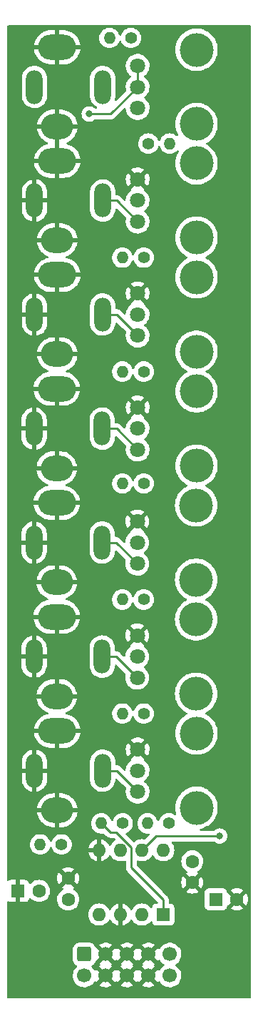
<source format=gbl>
%TF.GenerationSoftware,KiCad,Pcbnew,(6.0.1)*%
%TF.CreationDate,2022-09-30T20:43:48-04:00*%
%TF.ProjectId,SYNTH-MIXER6-01,53594e54-482d-44d4-9958-4552362d3031,1*%
%TF.SameCoordinates,Original*%
%TF.FileFunction,Copper,L2,Bot*%
%TF.FilePolarity,Positive*%
%FSLAX46Y46*%
G04 Gerber Fmt 4.6, Leading zero omitted, Abs format (unit mm)*
G04 Created by KiCad (PCBNEW (6.0.1)) date 2022-09-30 20:43:48*
%MOMM*%
%LPD*%
G01*
G04 APERTURE LIST*
G04 Aperture macros list*
%AMRoundRect*
0 Rectangle with rounded corners*
0 $1 Rounding radius*
0 $2 $3 $4 $5 $6 $7 $8 $9 X,Y pos of 4 corners*
0 Add a 4 corners polygon primitive as box body*
4,1,4,$2,$3,$4,$5,$6,$7,$8,$9,$2,$3,0*
0 Add four circle primitives for the rounded corners*
1,1,$1+$1,$2,$3*
1,1,$1+$1,$4,$5*
1,1,$1+$1,$6,$7*
1,1,$1+$1,$8,$9*
0 Add four rect primitives between the rounded corners*
20,1,$1+$1,$2,$3,$4,$5,0*
20,1,$1+$1,$4,$5,$6,$7,0*
20,1,$1+$1,$6,$7,$8,$9,0*
20,1,$1+$1,$8,$9,$2,$3,0*%
G04 Aperture macros list end*
%TA.AperFunction,WasherPad*%
%ADD10C,4.000000*%
%TD*%
%TA.AperFunction,ComponentPad*%
%ADD11C,1.800000*%
%TD*%
%TA.AperFunction,ComponentPad*%
%ADD12C,1.400000*%
%TD*%
%TA.AperFunction,ComponentPad*%
%ADD13O,1.400000X1.400000*%
%TD*%
%TA.AperFunction,ComponentPad*%
%ADD14O,4.500000X3.000000*%
%TD*%
%TA.AperFunction,ComponentPad*%
%ADD15O,3.800000X3.000000*%
%TD*%
%TA.AperFunction,ComponentPad*%
%ADD16O,2.000000X4.000000*%
%TD*%
%TA.AperFunction,ComponentPad*%
%ADD17RoundRect,0.250000X-0.600000X0.600000X-0.600000X-0.600000X0.600000X-0.600000X0.600000X0.600000X0*%
%TD*%
%TA.AperFunction,ComponentPad*%
%ADD18C,1.700000*%
%TD*%
%TA.AperFunction,ComponentPad*%
%ADD19R,1.600000X1.600000*%
%TD*%
%TA.AperFunction,ComponentPad*%
%ADD20C,1.600000*%
%TD*%
%TA.AperFunction,ComponentPad*%
%ADD21O,1.600000X1.600000*%
%TD*%
%TA.AperFunction,ViaPad*%
%ADD22C,0.800000*%
%TD*%
%TA.AperFunction,Conductor*%
%ADD23C,0.250000*%
%TD*%
G04 APERTURE END LIST*
D10*
%TO.P,RV5,*%
%TO.N,*%
X22950000Y-72402501D03*
X22950000Y-63602501D03*
D11*
%TO.P,RV5,1,1*%
%TO.N,/VI_4*%
X15950000Y-70502501D03*
%TO.P,RV5,2,2*%
%TO.N,/POTWIPER_4*%
X15950000Y-68002501D03*
%TO.P,RV5,3,3*%
%TO.N,GND*%
X15950000Y-65502501D03*
%TD*%
D12*
%TO.P,R4,1*%
%TO.N,/POTWIPER_4*%
X16720000Y-74752501D03*
D13*
%TO.P,R4,2*%
%TO.N,/VSUM*%
X14180000Y-74752501D03*
%TD*%
D10*
%TO.P,RV1,*%
%TO.N,*%
X23000000Y-18452501D03*
X23000000Y-9652501D03*
D11*
%TO.P,RV1,1,1*%
%TO.N,/VOL1*%
X16000000Y-16552501D03*
%TO.P,RV1,2,2*%
%TO.N,/VOL2*%
X16000000Y-14052501D03*
%TO.P,RV1,3,3*%
X16000000Y-11552501D03*
%TD*%
D10*
%TO.P,RV3,*%
%TO.N,*%
X23000000Y-36602501D03*
X23000000Y-45402501D03*
D11*
%TO.P,RV3,1,1*%
%TO.N,/VI_2*%
X16000000Y-43502501D03*
%TO.P,RV3,2,2*%
%TO.N,/POTWIPER_2*%
X16000000Y-41002501D03*
%TO.P,RV3,3,3*%
%TO.N,GND*%
X16000000Y-38502501D03*
%TD*%
D14*
%TO.P,J7,S*%
%TO.N,GND*%
X6450000Y-90302501D03*
D15*
X6450000Y-99702501D03*
D16*
%TO.P,J7,T*%
%TO.N,/VI_6*%
X11850000Y-95002501D03*
%TO.P,J7,TN*%
%TO.N,GND*%
X3750000Y-95002501D03*
%TD*%
D10*
%TO.P,RV6,*%
%TO.N,*%
X22950000Y-77102501D03*
X22950000Y-85902501D03*
D11*
%TO.P,RV6,1,1*%
%TO.N,/VI_5*%
X15950000Y-84002501D03*
%TO.P,RV6,2,2*%
%TO.N,/POTWIPER_5*%
X15950000Y-81502501D03*
%TO.P,RV6,3,3*%
%TO.N,GND*%
X15950000Y-79002501D03*
%TD*%
D14*
%TO.P,J5,S*%
%TO.N,GND*%
X6400000Y-63302501D03*
D15*
X6400000Y-72702501D03*
D16*
%TO.P,J5,T*%
%TO.N,/VI_4*%
X11800000Y-68002501D03*
%TO.P,J5,TN*%
%TO.N,GND*%
X3700000Y-68002501D03*
%TD*%
D14*
%TO.P,J6,S*%
%TO.N,GND*%
X6400000Y-76802501D03*
D15*
X6400000Y-86202501D03*
D16*
%TO.P,J6,T*%
%TO.N,/VI_5*%
X11800000Y-81502501D03*
%TO.P,J6,TN*%
%TO.N,GND*%
X3700000Y-81502501D03*
%TD*%
D12*
%TO.P,R10,1*%
%TO.N,/VO*%
X15190000Y-8250000D03*
D13*
%TO.P,R10,2*%
%TO.N,/OUT*%
X12650000Y-8250000D03*
%TD*%
D10*
%TO.P,RV7,*%
%TO.N,*%
X23000000Y-90602501D03*
X23000000Y-99402501D03*
D11*
%TO.P,RV7,1,1*%
%TO.N,/VI_6*%
X16000000Y-97502501D03*
%TO.P,RV7,2,2*%
%TO.N,/POTWIPER_6*%
X16000000Y-95002501D03*
%TO.P,RV7,3,3*%
%TO.N,GND*%
X16000000Y-92502501D03*
%TD*%
D12*
%TO.P,R5,1*%
%TO.N,/POTWIPER_5*%
X16720000Y-88252501D03*
D13*
%TO.P,R5,2*%
%TO.N,/VSUM*%
X14180000Y-88252501D03*
%TD*%
D14*
%TO.P,J2,S*%
%TO.N,GND*%
X6450000Y-22802501D03*
D15*
X6450000Y-32202501D03*
D16*
%TO.P,J2,T*%
%TO.N,/VI_1*%
X11850000Y-27502501D03*
%TO.P,J2,TN*%
%TO.N,GND*%
X3750000Y-27502501D03*
%TD*%
D15*
%TO.P,J1,S*%
%TO.N,GND*%
X6450000Y-18752501D03*
D14*
X6450000Y-9352501D03*
D16*
%TO.P,J1,T*%
%TO.N,/OUT*%
X11850000Y-14052501D03*
%TO.P,J1,TN*%
%TO.N,unconnected-(J1-PadTN)*%
X3750000Y-14052501D03*
%TD*%
D12*
%TO.P,R3,1*%
%TO.N,/POTWIPER_3*%
X16720000Y-61002501D03*
D13*
%TO.P,R3,2*%
%TO.N,/VSUM*%
X14180000Y-61002501D03*
%TD*%
D14*
%TO.P,J4,S*%
%TO.N,GND*%
X6400000Y-49802501D03*
D15*
X6400000Y-59202501D03*
D16*
%TO.P,J4,T*%
%TO.N,/VI_3*%
X11800000Y-54502501D03*
%TO.P,J4,TN*%
%TO.N,GND*%
X3700000Y-54502501D03*
%TD*%
D10*
%TO.P,RV2,*%
%TO.N,*%
X23000000Y-31902501D03*
X23000000Y-23102501D03*
D11*
%TO.P,RV2,1,1*%
%TO.N,/VI_1*%
X16000000Y-30002501D03*
%TO.P,RV2,2,2*%
%TO.N,/POTWIPER_1*%
X16000000Y-27502501D03*
%TO.P,RV2,3,3*%
%TO.N,GND*%
X16000000Y-25002501D03*
%TD*%
D12*
%TO.P,R1,1*%
%TO.N,/POTWIPER_1*%
X16720000Y-34252501D03*
D13*
%TO.P,R1,2*%
%TO.N,/VSUM*%
X14180000Y-34252501D03*
%TD*%
D10*
%TO.P,RV4,*%
%TO.N,*%
X23000000Y-58902501D03*
X23000000Y-50102501D03*
D11*
%TO.P,RV4,1,1*%
%TO.N,/VI_3*%
X16000000Y-57002501D03*
%TO.P,RV4,2,2*%
%TO.N,/POTWIPER_3*%
X16000000Y-54502501D03*
%TO.P,RV4,3,3*%
%TO.N,GND*%
X16000000Y-52002501D03*
%TD*%
D12*
%TO.P,R2,1*%
%TO.N,/POTWIPER_2*%
X16720000Y-47752501D03*
D13*
%TO.P,R2,2*%
%TO.N,/VSUM*%
X14180000Y-47752501D03*
%TD*%
D15*
%TO.P,J3,S*%
%TO.N,GND*%
X6450000Y-45702501D03*
D14*
X6450000Y-36302501D03*
D16*
%TO.P,J3,T*%
%TO.N,/VI_2*%
X11850000Y-41002501D03*
%TO.P,J3,TN*%
%TO.N,GND*%
X3750000Y-41002501D03*
%TD*%
D17*
%TO.P,J8,1,Pin_1*%
%TO.N,-12V*%
X9670000Y-116747500D03*
D18*
%TO.P,J8,2,Pin_2*%
X9670000Y-119287500D03*
%TO.P,J8,3,Pin_3*%
%TO.N,GND*%
X12210000Y-116747500D03*
%TO.P,J8,4,Pin_4*%
X12210000Y-119287500D03*
%TO.P,J8,5,Pin_5*%
X14750000Y-116747500D03*
%TO.P,J8,6,Pin_6*%
X14750000Y-119287500D03*
%TO.P,J8,7,Pin_7*%
X17290000Y-116747500D03*
%TO.P,J8,8,Pin_8*%
X17290000Y-119287500D03*
%TO.P,J8,9,Pin_9*%
%TO.N,+12V*%
X19830000Y-116747500D03*
%TO.P,J8,10,Pin_10*%
X19830000Y-119287500D03*
%TD*%
D19*
%TO.P,C3,1*%
%TO.N,+12V*%
X25294888Y-110250000D03*
D20*
%TO.P,C3,2*%
%TO.N,GND*%
X27794888Y-110250000D03*
%TD*%
D19*
%TO.P,U1,1*%
%TO.N,Net-(R7-Pad2)*%
X19050000Y-112050000D03*
D21*
%TO.P,U1,2,-*%
%TO.N,/VSUM*%
X16510000Y-112050000D03*
%TO.P,U1,3,+*%
%TO.N,GND*%
X13970000Y-112050000D03*
%TO.P,U1,4,V-*%
%TO.N,-12V*%
X11430000Y-112050000D03*
%TO.P,U1,5,+*%
%TO.N,GND*%
X11430000Y-104430000D03*
%TO.P,U1,6,-*%
%TO.N,/VOL2*%
X13970000Y-104430000D03*
%TO.P,U1,7*%
%TO.N,/VO*%
X16510000Y-104430000D03*
%TO.P,U1,8,V+*%
%TO.N,+12V*%
X19050000Y-104430000D03*
%TD*%
D12*
%TO.P,R7,1*%
%TO.N,/VSUM*%
X14220000Y-101250000D03*
D13*
%TO.P,R7,2*%
%TO.N,Net-(R7-Pad2)*%
X11680000Y-101250000D03*
%TD*%
D20*
%TO.P,C1,1*%
%TO.N,+12V*%
X22500000Y-105750000D03*
%TO.P,C1,2*%
%TO.N,GND*%
X22500000Y-108250000D03*
%TD*%
%TO.P,C2,1*%
%TO.N,GND*%
X7750000Y-107750000D03*
%TO.P,C2,2*%
%TO.N,-12V*%
X7750000Y-110250000D03*
%TD*%
D12*
%TO.P,R8,1*%
%TO.N,Net-(R7-Pad2)*%
X6970000Y-103750000D03*
D13*
%TO.P,R8,2*%
%TO.N,/VOL2*%
X4430000Y-103750000D03*
%TD*%
D12*
%TO.P,R9,1*%
%TO.N,/VOL1*%
X17280000Y-20750000D03*
D13*
%TO.P,R9,2*%
%TO.N,/VO*%
X19820000Y-20750000D03*
%TD*%
D12*
%TO.P,R6,1*%
%TO.N,/POTWIPER_6*%
X19720000Y-101250000D03*
D13*
%TO.P,R6,2*%
%TO.N,/VSUM*%
X17180000Y-101250000D03*
%TD*%
D19*
%TO.P,C4,1*%
%TO.N,GND*%
X1794888Y-109250000D03*
D20*
%TO.P,C4,2*%
%TO.N,-12V*%
X4294888Y-109250000D03*
%TD*%
D22*
%TO.N,/VOL2*%
X10250000Y-17250000D03*
%TO.N,/VO*%
X25750000Y-102750000D03*
%TD*%
D23*
%TO.N,Net-(R7-Pad2)*%
X19050000Y-110300000D02*
X19050000Y-112050000D01*
X15250000Y-106500000D02*
X19050000Y-110300000D01*
X11680000Y-101250000D02*
X12750000Y-102320000D01*
X12750000Y-102320000D02*
X13450300Y-102320000D01*
X15250000Y-104119700D02*
X15250000Y-106500000D01*
X13450300Y-102320000D02*
X15250000Y-104119700D01*
%TO.N,/VOL2*%
X12802501Y-17250000D02*
X16000000Y-14052501D01*
X16000000Y-11552501D02*
X16000000Y-14052501D01*
X10250000Y-17250000D02*
X12802501Y-17250000D01*
%TO.N,/VO*%
X18190000Y-102750000D02*
X25750000Y-102750000D01*
X16510000Y-104430000D02*
X18190000Y-102750000D01*
%TO.N,/VI_1*%
X13500000Y-27502501D02*
X16000000Y-30002501D01*
X11850000Y-27502501D02*
X13500000Y-27502501D01*
%TO.N,/VI_2*%
X13500000Y-41002501D02*
X16000000Y-43502501D01*
X11850000Y-41002501D02*
X13500000Y-41002501D01*
%TO.N,/VI_3*%
X13500000Y-54502501D02*
X16000000Y-57002501D01*
X11800000Y-54502501D02*
X13500000Y-54502501D01*
%TO.N,/VI_4*%
X13450000Y-68002501D02*
X15950000Y-70502501D01*
X11800000Y-68002501D02*
X13450000Y-68002501D01*
%TO.N,/VI_5*%
X13450000Y-81502501D02*
X15950000Y-84002501D01*
X11800000Y-81502501D02*
X13450000Y-81502501D01*
%TO.N,/VI_6*%
X13500000Y-95002501D02*
X16000000Y-97502501D01*
X11850000Y-95002501D02*
X13500000Y-95002501D01*
%TD*%
%TA.AperFunction,Conductor*%
%TO.N,GND*%
G36*
X29434121Y-6780503D02*
G01*
X29480614Y-6834159D01*
X29492000Y-6886501D01*
X29492000Y-121868501D01*
X29471998Y-121936622D01*
X29418342Y-121983115D01*
X29366000Y-121994501D01*
X634000Y-121994501D01*
X565879Y-121974499D01*
X519386Y-121920843D01*
X508000Y-121868501D01*
X508000Y-119254195D01*
X8307251Y-119254195D01*
X8307548Y-119259348D01*
X8307548Y-119259351D01*
X8313011Y-119354090D01*
X8320110Y-119477215D01*
X8321247Y-119482261D01*
X8321248Y-119482267D01*
X8341119Y-119570439D01*
X8369222Y-119695139D01*
X8453266Y-119902116D01*
X8490072Y-119962178D01*
X8567288Y-120088183D01*
X8569987Y-120092588D01*
X8716250Y-120261438D01*
X8888126Y-120404132D01*
X9081000Y-120516838D01*
X9289692Y-120596530D01*
X9294760Y-120597561D01*
X9294763Y-120597562D01*
X9399604Y-120618892D01*
X9508597Y-120641067D01*
X9513772Y-120641257D01*
X9513774Y-120641257D01*
X9726673Y-120649064D01*
X9726677Y-120649064D01*
X9731837Y-120649253D01*
X9736957Y-120648597D01*
X9736959Y-120648597D01*
X9948288Y-120621525D01*
X9948289Y-120621525D01*
X9953416Y-120620868D01*
X9958366Y-120619383D01*
X10162429Y-120558161D01*
X10162434Y-120558159D01*
X10167384Y-120556674D01*
X10367994Y-120458396D01*
X10432544Y-120412353D01*
X11449977Y-120412353D01*
X11455258Y-120419407D01*
X11616756Y-120513779D01*
X11626042Y-120518229D01*
X11825001Y-120594203D01*
X11834899Y-120597079D01*
X12043595Y-120639538D01*
X12053823Y-120640757D01*
X12266650Y-120648562D01*
X12276936Y-120648095D01*
X12488185Y-120621034D01*
X12498262Y-120618892D01*
X12702255Y-120557691D01*
X12711842Y-120553933D01*
X12903098Y-120460238D01*
X12911944Y-120454965D01*
X12959247Y-120421223D01*
X12966211Y-120412353D01*
X13989977Y-120412353D01*
X13995258Y-120419407D01*
X14156756Y-120513779D01*
X14166042Y-120518229D01*
X14365001Y-120594203D01*
X14374899Y-120597079D01*
X14583595Y-120639538D01*
X14593823Y-120640757D01*
X14806650Y-120648562D01*
X14816936Y-120648095D01*
X15028185Y-120621034D01*
X15038262Y-120618892D01*
X15242255Y-120557691D01*
X15251842Y-120553933D01*
X15443098Y-120460238D01*
X15451944Y-120454965D01*
X15499247Y-120421223D01*
X15506211Y-120412353D01*
X16529977Y-120412353D01*
X16535258Y-120419407D01*
X16696756Y-120513779D01*
X16706042Y-120518229D01*
X16905001Y-120594203D01*
X16914899Y-120597079D01*
X17123595Y-120639538D01*
X17133823Y-120640757D01*
X17346650Y-120648562D01*
X17356936Y-120648095D01*
X17568185Y-120621034D01*
X17578262Y-120618892D01*
X17782255Y-120557691D01*
X17791842Y-120553933D01*
X17983098Y-120460238D01*
X17991944Y-120454965D01*
X18039247Y-120421223D01*
X18047648Y-120410523D01*
X18040660Y-120397370D01*
X17302812Y-119659522D01*
X17288868Y-119651908D01*
X17287035Y-119652039D01*
X17280420Y-119656290D01*
X16536737Y-120399973D01*
X16529977Y-120412353D01*
X15506211Y-120412353D01*
X15507648Y-120410523D01*
X15500660Y-120397370D01*
X14762812Y-119659522D01*
X14748868Y-119651908D01*
X14747035Y-119652039D01*
X14740420Y-119656290D01*
X13996737Y-120399973D01*
X13989977Y-120412353D01*
X12966211Y-120412353D01*
X12967648Y-120410523D01*
X12960660Y-120397370D01*
X12222812Y-119659522D01*
X12208868Y-119651908D01*
X12207035Y-119652039D01*
X12200420Y-119656290D01*
X11456737Y-120399973D01*
X11449977Y-120412353D01*
X10432544Y-120412353D01*
X10549860Y-120328673D01*
X10708096Y-120170989D01*
X10767594Y-120088189D01*
X10838453Y-119989577D01*
X10839640Y-119990430D01*
X10886960Y-119946862D01*
X10956897Y-119934645D01*
X11022338Y-119962178D01*
X11050166Y-119994012D01*
X11076459Y-120036919D01*
X11086916Y-120046380D01*
X11095694Y-120042596D01*
X11837978Y-119300312D01*
X11844356Y-119288632D01*
X12574408Y-119288632D01*
X12574539Y-119290465D01*
X12578790Y-119297080D01*
X13320474Y-120038764D01*
X13332484Y-120045323D01*
X13344223Y-120036355D01*
X13378022Y-119989319D01*
X13379149Y-119990129D01*
X13426659Y-119946381D01*
X13496596Y-119934161D01*
X13562038Y-119961691D01*
X13589870Y-119993529D01*
X13616459Y-120036919D01*
X13626916Y-120046380D01*
X13635694Y-120042596D01*
X14377978Y-119300312D01*
X14384356Y-119288632D01*
X15114408Y-119288632D01*
X15114539Y-119290465D01*
X15118790Y-119297080D01*
X15860474Y-120038764D01*
X15872484Y-120045323D01*
X15884223Y-120036355D01*
X15918022Y-119989319D01*
X15919149Y-119990129D01*
X15966659Y-119946381D01*
X16036596Y-119934161D01*
X16102038Y-119961691D01*
X16129870Y-119993529D01*
X16156459Y-120036919D01*
X16166916Y-120046380D01*
X16175694Y-120042596D01*
X16917978Y-119300312D01*
X16924356Y-119288632D01*
X17654408Y-119288632D01*
X17654539Y-119290465D01*
X17658790Y-119297080D01*
X18400474Y-120038764D01*
X18412484Y-120045323D01*
X18424223Y-120036355D01*
X18458022Y-119989319D01*
X18459277Y-119990221D01*
X18506391Y-119946855D01*
X18576330Y-119934648D01*
X18641767Y-119962191D01*
X18669580Y-119994013D01*
X18727287Y-120088183D01*
X18727291Y-120088188D01*
X18729987Y-120092588D01*
X18876250Y-120261438D01*
X19048126Y-120404132D01*
X19241000Y-120516838D01*
X19449692Y-120596530D01*
X19454760Y-120597561D01*
X19454763Y-120597562D01*
X19559604Y-120618892D01*
X19668597Y-120641067D01*
X19673772Y-120641257D01*
X19673774Y-120641257D01*
X19886673Y-120649064D01*
X19886677Y-120649064D01*
X19891837Y-120649253D01*
X19896957Y-120648597D01*
X19896959Y-120648597D01*
X20108288Y-120621525D01*
X20108289Y-120621525D01*
X20113416Y-120620868D01*
X20118366Y-120619383D01*
X20322429Y-120558161D01*
X20322434Y-120558159D01*
X20327384Y-120556674D01*
X20527994Y-120458396D01*
X20709860Y-120328673D01*
X20868096Y-120170989D01*
X20927594Y-120088189D01*
X20995435Y-119993777D01*
X20998453Y-119989577D01*
X21011995Y-119962178D01*
X21095136Y-119793953D01*
X21095137Y-119793951D01*
X21097430Y-119789311D01*
X21162370Y-119575569D01*
X21191529Y-119354090D01*
X21193156Y-119287500D01*
X21174852Y-119064861D01*
X21120431Y-118848202D01*
X21031354Y-118643340D01*
X20910014Y-118455777D01*
X20759670Y-118290551D01*
X20755616Y-118287349D01*
X20755615Y-118287348D01*
X20588414Y-118155300D01*
X20588410Y-118155298D01*
X20584359Y-118152098D01*
X20543053Y-118129296D01*
X20493084Y-118078864D01*
X20478312Y-118009421D01*
X20503428Y-117943016D01*
X20530780Y-117916409D01*
X20595110Y-117870523D01*
X20709860Y-117788673D01*
X20868096Y-117630989D01*
X20998453Y-117449577D01*
X21019568Y-117406855D01*
X21095136Y-117253953D01*
X21095137Y-117253951D01*
X21097430Y-117249311D01*
X21162370Y-117035569D01*
X21191529Y-116814090D01*
X21193156Y-116747500D01*
X21174852Y-116524861D01*
X21120431Y-116308202D01*
X21031354Y-116103340D01*
X20946196Y-115971706D01*
X20912822Y-115920117D01*
X20912820Y-115920114D01*
X20910014Y-115915777D01*
X20759670Y-115750551D01*
X20755619Y-115747352D01*
X20755615Y-115747348D01*
X20588414Y-115615300D01*
X20588410Y-115615298D01*
X20584359Y-115612098D01*
X20388789Y-115504138D01*
X20383920Y-115502414D01*
X20383916Y-115502412D01*
X20183087Y-115431295D01*
X20183083Y-115431294D01*
X20178212Y-115429569D01*
X20173119Y-115428662D01*
X20173116Y-115428661D01*
X19963373Y-115391300D01*
X19963367Y-115391299D01*
X19958284Y-115390394D01*
X19884452Y-115389492D01*
X19740081Y-115387728D01*
X19740079Y-115387728D01*
X19734911Y-115387665D01*
X19514091Y-115421455D01*
X19301756Y-115490857D01*
X19223455Y-115531618D01*
X19181678Y-115553366D01*
X19103607Y-115594007D01*
X19099474Y-115597110D01*
X19099471Y-115597112D01*
X18929100Y-115725030D01*
X18924965Y-115728135D01*
X18921393Y-115731873D01*
X18838580Y-115818532D01*
X18770629Y-115889638D01*
X18697693Y-115996559D01*
X18662898Y-116047566D01*
X18607987Y-116092569D01*
X18537462Y-116100740D01*
X18473715Y-116069486D01*
X18453017Y-116045001D01*
X18423062Y-115998697D01*
X18412377Y-115989495D01*
X18402812Y-115993898D01*
X17662022Y-116734688D01*
X17654408Y-116748632D01*
X17654539Y-116750465D01*
X17658790Y-116757080D01*
X18400474Y-117498764D01*
X18412484Y-117505323D01*
X18424223Y-117496355D01*
X18458022Y-117449319D01*
X18459277Y-117450221D01*
X18506391Y-117406855D01*
X18576330Y-117394648D01*
X18641767Y-117422191D01*
X18669580Y-117454013D01*
X18727287Y-117548183D01*
X18727291Y-117548188D01*
X18729987Y-117552588D01*
X18876250Y-117721438D01*
X19048126Y-117864132D01*
X19059063Y-117870523D01*
X19121445Y-117906976D01*
X19170169Y-117958614D01*
X19183240Y-118028397D01*
X19156509Y-118094169D01*
X19116055Y-118127527D01*
X19103607Y-118134007D01*
X19099474Y-118137110D01*
X19099471Y-118137112D01*
X18929100Y-118265030D01*
X18924965Y-118268135D01*
X18770629Y-118429638D01*
X18697693Y-118536559D01*
X18662898Y-118587566D01*
X18607987Y-118632569D01*
X18537462Y-118640740D01*
X18473715Y-118609486D01*
X18453017Y-118585001D01*
X18423062Y-118538697D01*
X18412377Y-118529495D01*
X18402812Y-118533898D01*
X17662022Y-119274688D01*
X17654408Y-119288632D01*
X16924356Y-119288632D01*
X16925592Y-119286368D01*
X16925461Y-119284535D01*
X16921210Y-119277920D01*
X16179849Y-118536559D01*
X16168313Y-118530259D01*
X16156028Y-118539884D01*
X16123192Y-118588020D01*
X16068281Y-118633023D01*
X15997756Y-118641194D01*
X15934009Y-118609940D01*
X15913311Y-118585455D01*
X15883062Y-118538697D01*
X15872377Y-118529495D01*
X15862812Y-118533898D01*
X15122022Y-119274688D01*
X15114408Y-119288632D01*
X14384356Y-119288632D01*
X14385592Y-119286368D01*
X14385461Y-119284535D01*
X14381210Y-119277920D01*
X13639849Y-118536559D01*
X13628313Y-118530259D01*
X13616028Y-118539884D01*
X13583192Y-118588020D01*
X13528281Y-118633023D01*
X13457756Y-118641194D01*
X13394009Y-118609940D01*
X13373311Y-118585455D01*
X13343062Y-118538697D01*
X13332377Y-118529495D01*
X13322812Y-118533898D01*
X12582022Y-119274688D01*
X12574408Y-119288632D01*
X11844356Y-119288632D01*
X11845592Y-119286368D01*
X11845461Y-119284535D01*
X11841210Y-119277920D01*
X11099849Y-118536559D01*
X11088313Y-118530259D01*
X11076031Y-118539882D01*
X11043499Y-118587572D01*
X10988587Y-118632575D01*
X10918063Y-118640746D01*
X10854316Y-118609492D01*
X10833618Y-118585008D01*
X10752822Y-118460117D01*
X10752820Y-118460114D01*
X10750014Y-118455777D01*
X10599670Y-118290551D01*
X10557006Y-118256857D01*
X10515944Y-118198941D01*
X10512712Y-118128018D01*
X10548337Y-118066607D01*
X10581647Y-118043876D01*
X10587007Y-118041365D01*
X10593946Y-118039050D01*
X10744348Y-117945978D01*
X10817845Y-117872353D01*
X11449977Y-117872353D01*
X11455258Y-117879407D01*
X11502479Y-117907001D01*
X11551203Y-117958639D01*
X11564274Y-118028422D01*
X11537543Y-118094194D01*
X11497087Y-118127553D01*
X11488466Y-118132041D01*
X11479734Y-118137539D01*
X11459677Y-118152599D01*
X11451223Y-118163927D01*
X11457968Y-118176258D01*
X12197188Y-118915478D01*
X12211132Y-118923092D01*
X12212965Y-118922961D01*
X12219580Y-118918710D01*
X12963389Y-118174901D01*
X12970410Y-118162044D01*
X12963611Y-118152713D01*
X12959559Y-118150021D01*
X12922116Y-118129352D01*
X12872145Y-118078920D01*
X12857373Y-118009477D01*
X12882489Y-117943072D01*
X12909840Y-117916465D01*
X12959247Y-117881223D01*
X12966211Y-117872353D01*
X13989977Y-117872353D01*
X13995258Y-117879407D01*
X14042479Y-117907001D01*
X14091203Y-117958639D01*
X14104274Y-118028422D01*
X14077543Y-118094194D01*
X14037087Y-118127553D01*
X14028466Y-118132041D01*
X14019734Y-118137539D01*
X13999677Y-118152599D01*
X13991223Y-118163927D01*
X13997968Y-118176258D01*
X14737188Y-118915478D01*
X14751132Y-118923092D01*
X14752965Y-118922961D01*
X14759580Y-118918710D01*
X15503389Y-118174901D01*
X15510410Y-118162044D01*
X15503611Y-118152713D01*
X15499559Y-118150021D01*
X15462116Y-118129352D01*
X15412145Y-118078920D01*
X15397373Y-118009477D01*
X15422489Y-117943072D01*
X15449840Y-117916465D01*
X15499247Y-117881223D01*
X15506211Y-117872353D01*
X16529977Y-117872353D01*
X16535258Y-117879407D01*
X16582479Y-117907001D01*
X16631203Y-117958639D01*
X16644274Y-118028422D01*
X16617543Y-118094194D01*
X16577087Y-118127553D01*
X16568466Y-118132041D01*
X16559734Y-118137539D01*
X16539677Y-118152599D01*
X16531223Y-118163927D01*
X16537968Y-118176258D01*
X17277188Y-118915478D01*
X17291132Y-118923092D01*
X17292965Y-118922961D01*
X17299580Y-118918710D01*
X18043389Y-118174901D01*
X18050410Y-118162044D01*
X18043611Y-118152713D01*
X18039559Y-118150021D01*
X18002116Y-118129352D01*
X17952145Y-118078920D01*
X17937373Y-118009477D01*
X17962489Y-117943072D01*
X17989840Y-117916465D01*
X18039247Y-117881223D01*
X18047648Y-117870523D01*
X18040660Y-117857370D01*
X17302812Y-117119522D01*
X17288868Y-117111908D01*
X17287035Y-117112039D01*
X17280420Y-117116290D01*
X16536737Y-117859973D01*
X16529977Y-117872353D01*
X15506211Y-117872353D01*
X15507648Y-117870523D01*
X15500660Y-117857370D01*
X14762812Y-117119522D01*
X14748868Y-117111908D01*
X14747035Y-117112039D01*
X14740420Y-117116290D01*
X13996737Y-117859973D01*
X13989977Y-117872353D01*
X12966211Y-117872353D01*
X12967648Y-117870523D01*
X12960660Y-117857370D01*
X12222812Y-117119522D01*
X12208868Y-117111908D01*
X12207035Y-117112039D01*
X12200420Y-117116290D01*
X11456737Y-117859973D01*
X11449977Y-117872353D01*
X10817845Y-117872353D01*
X10869305Y-117820803D01*
X10891357Y-117785029D01*
X10958275Y-117676468D01*
X10958276Y-117676466D01*
X10962115Y-117670238D01*
X10986913Y-117595475D01*
X11027342Y-117537116D01*
X11056630Y-117519434D01*
X11095694Y-117502596D01*
X11837978Y-116760312D01*
X11844356Y-116748632D01*
X12574408Y-116748632D01*
X12574539Y-116750465D01*
X12578790Y-116757080D01*
X13320474Y-117498764D01*
X13332484Y-117505323D01*
X13344223Y-117496355D01*
X13378022Y-117449319D01*
X13379149Y-117450129D01*
X13426659Y-117406381D01*
X13496596Y-117394161D01*
X13562038Y-117421691D01*
X13589870Y-117453529D01*
X13616459Y-117496919D01*
X13626916Y-117506380D01*
X13635694Y-117502596D01*
X14377978Y-116760312D01*
X14384356Y-116748632D01*
X15114408Y-116748632D01*
X15114539Y-116750465D01*
X15118790Y-116757080D01*
X15860474Y-117498764D01*
X15872484Y-117505323D01*
X15884223Y-117496355D01*
X15918022Y-117449319D01*
X15919149Y-117450129D01*
X15966659Y-117406381D01*
X16036596Y-117394161D01*
X16102038Y-117421691D01*
X16129870Y-117453529D01*
X16156459Y-117496919D01*
X16166916Y-117506380D01*
X16175694Y-117502596D01*
X16917978Y-116760312D01*
X16925592Y-116746368D01*
X16925461Y-116744535D01*
X16921210Y-116737920D01*
X16179849Y-115996559D01*
X16168313Y-115990259D01*
X16156028Y-115999884D01*
X16123192Y-116048020D01*
X16068281Y-116093023D01*
X15997756Y-116101194D01*
X15934009Y-116069940D01*
X15913311Y-116045455D01*
X15883062Y-115998697D01*
X15872377Y-115989495D01*
X15862812Y-115993898D01*
X15122022Y-116734688D01*
X15114408Y-116748632D01*
X14384356Y-116748632D01*
X14385592Y-116746368D01*
X14385461Y-116744535D01*
X14381210Y-116737920D01*
X13639849Y-115996559D01*
X13628313Y-115990259D01*
X13616028Y-115999884D01*
X13583192Y-116048020D01*
X13528281Y-116093023D01*
X13457756Y-116101194D01*
X13394009Y-116069940D01*
X13373311Y-116045455D01*
X13343062Y-115998697D01*
X13332377Y-115989495D01*
X13322812Y-115993898D01*
X12582022Y-116734688D01*
X12574408Y-116748632D01*
X11844356Y-116748632D01*
X11845592Y-116746368D01*
X11845461Y-116744535D01*
X11841210Y-116737920D01*
X11099849Y-115996559D01*
X11059510Y-115974531D01*
X11046523Y-115971706D01*
X10996322Y-115921503D01*
X10987388Y-115900997D01*
X10963870Y-115830507D01*
X10963869Y-115830505D01*
X10961550Y-115823554D01*
X10868478Y-115673152D01*
X10819167Y-115623927D01*
X11451223Y-115623927D01*
X11457968Y-115636258D01*
X12197188Y-116375478D01*
X12211132Y-116383092D01*
X12212965Y-116382961D01*
X12219580Y-116378710D01*
X12963389Y-115634901D01*
X12969382Y-115623927D01*
X13991223Y-115623927D01*
X13997968Y-115636258D01*
X14737188Y-116375478D01*
X14751132Y-116383092D01*
X14752965Y-116382961D01*
X14759580Y-116378710D01*
X15503389Y-115634901D01*
X15509382Y-115623927D01*
X16531223Y-115623927D01*
X16537968Y-115636258D01*
X17277188Y-116375478D01*
X17291132Y-116383092D01*
X17292965Y-116382961D01*
X17299580Y-116378710D01*
X18043389Y-115634901D01*
X18050410Y-115622044D01*
X18043611Y-115612713D01*
X18039554Y-115610018D01*
X17853117Y-115507099D01*
X17843705Y-115502869D01*
X17642959Y-115431780D01*
X17632989Y-115429146D01*
X17423327Y-115391801D01*
X17413073Y-115390831D01*
X17200116Y-115388228D01*
X17189832Y-115388948D01*
X16979321Y-115421161D01*
X16969293Y-115423550D01*
X16766868Y-115489712D01*
X16757359Y-115493709D01*
X16568466Y-115592040D01*
X16559734Y-115597539D01*
X16539677Y-115612599D01*
X16531223Y-115623927D01*
X15509382Y-115623927D01*
X15510410Y-115622044D01*
X15503611Y-115612713D01*
X15499554Y-115610018D01*
X15313117Y-115507099D01*
X15303705Y-115502869D01*
X15102959Y-115431780D01*
X15092989Y-115429146D01*
X14883327Y-115391801D01*
X14873073Y-115390831D01*
X14660116Y-115388228D01*
X14649832Y-115388948D01*
X14439321Y-115421161D01*
X14429293Y-115423550D01*
X14226868Y-115489712D01*
X14217359Y-115493709D01*
X14028466Y-115592040D01*
X14019734Y-115597539D01*
X13999677Y-115612599D01*
X13991223Y-115623927D01*
X12969382Y-115623927D01*
X12970410Y-115622044D01*
X12963611Y-115612713D01*
X12959554Y-115610018D01*
X12773117Y-115507099D01*
X12763705Y-115502869D01*
X12562959Y-115431780D01*
X12552989Y-115429146D01*
X12343327Y-115391801D01*
X12333073Y-115390831D01*
X12120116Y-115388228D01*
X12109832Y-115388948D01*
X11899321Y-115421161D01*
X11889293Y-115423550D01*
X11686868Y-115489712D01*
X11677359Y-115493709D01*
X11488466Y-115592040D01*
X11479734Y-115597539D01*
X11459677Y-115612599D01*
X11451223Y-115623927D01*
X10819167Y-115623927D01*
X10743303Y-115548195D01*
X10737072Y-115544354D01*
X10598968Y-115459225D01*
X10598966Y-115459224D01*
X10592738Y-115455385D01*
X10432254Y-115402155D01*
X10431389Y-115401868D01*
X10431387Y-115401868D01*
X10424861Y-115399703D01*
X10418025Y-115399003D01*
X10418022Y-115399002D01*
X10374969Y-115394591D01*
X10320400Y-115389000D01*
X9019600Y-115389000D01*
X9016354Y-115389337D01*
X9016350Y-115389337D01*
X8920692Y-115399262D01*
X8920688Y-115399263D01*
X8913834Y-115399974D01*
X8907298Y-115402155D01*
X8907296Y-115402155D01*
X8844631Y-115423062D01*
X8746054Y-115455950D01*
X8595652Y-115549022D01*
X8590479Y-115554204D01*
X8534762Y-115610018D01*
X8470695Y-115674197D01*
X8466855Y-115680427D01*
X8466854Y-115680428D01*
X8423630Y-115750551D01*
X8377885Y-115824762D01*
X8322203Y-115992639D01*
X8321503Y-115999475D01*
X8321502Y-115999478D01*
X8317091Y-116042531D01*
X8311500Y-116097100D01*
X8311500Y-117397900D01*
X8311837Y-117401146D01*
X8311837Y-117401150D01*
X8317298Y-117453777D01*
X8322474Y-117503666D01*
X8324655Y-117510202D01*
X8324655Y-117510204D01*
X8368728Y-117642306D01*
X8378450Y-117671446D01*
X8471522Y-117821848D01*
X8596697Y-117946805D01*
X8602927Y-117950645D01*
X8602928Y-117950646D01*
X8729104Y-118028422D01*
X8747262Y-118039615D01*
X8754209Y-118041919D01*
X8756276Y-118042883D01*
X8809561Y-118089799D01*
X8829023Y-118158076D01*
X8808482Y-118226036D01*
X8778681Y-118257837D01*
X8764965Y-118268135D01*
X8610629Y-118429638D01*
X8484743Y-118614180D01*
X8390688Y-118816805D01*
X8330989Y-119032070D01*
X8307251Y-119254195D01*
X508000Y-119254195D01*
X508000Y-112050000D01*
X10116502Y-112050000D01*
X10136457Y-112278087D01*
X10195716Y-112499243D01*
X10198039Y-112504224D01*
X10198039Y-112504225D01*
X10290151Y-112701762D01*
X10290154Y-112701767D01*
X10292477Y-112706749D01*
X10423802Y-112894300D01*
X10585700Y-113056198D01*
X10590208Y-113059355D01*
X10590211Y-113059357D01*
X10631542Y-113088297D01*
X10773251Y-113187523D01*
X10778233Y-113189846D01*
X10778238Y-113189849D01*
X10974765Y-113281490D01*
X10980757Y-113284284D01*
X10986065Y-113285706D01*
X10986067Y-113285707D01*
X11196598Y-113342119D01*
X11196600Y-113342119D01*
X11201913Y-113343543D01*
X11430000Y-113363498D01*
X11658087Y-113343543D01*
X11663400Y-113342119D01*
X11663402Y-113342119D01*
X11873933Y-113285707D01*
X11873935Y-113285706D01*
X11879243Y-113284284D01*
X11885235Y-113281490D01*
X12081762Y-113189849D01*
X12081767Y-113189846D01*
X12086749Y-113187523D01*
X12228458Y-113088297D01*
X12269789Y-113059357D01*
X12269792Y-113059355D01*
X12274300Y-113056198D01*
X12436198Y-112894300D01*
X12567523Y-112706749D01*
X12569846Y-112701767D01*
X12569849Y-112701762D01*
X12586081Y-112666951D01*
X12632998Y-112613666D01*
X12701275Y-112594205D01*
X12769235Y-112614747D01*
X12814471Y-112666951D01*
X12830586Y-112701511D01*
X12836069Y-112711007D01*
X12961028Y-112889467D01*
X12968084Y-112897875D01*
X13122125Y-113051916D01*
X13130533Y-113058972D01*
X13308993Y-113183931D01*
X13318489Y-113189414D01*
X13515947Y-113281490D01*
X13526239Y-113285236D01*
X13698503Y-113331394D01*
X13712599Y-113331058D01*
X13716000Y-113323116D01*
X13716000Y-110782033D01*
X13712027Y-110768502D01*
X13703478Y-110767273D01*
X13526239Y-110814764D01*
X13515947Y-110818510D01*
X13318489Y-110910586D01*
X13308993Y-110916069D01*
X13130533Y-111041028D01*
X13122125Y-111048084D01*
X12968084Y-111202125D01*
X12961028Y-111210533D01*
X12836069Y-111388993D01*
X12830586Y-111398489D01*
X12814471Y-111433049D01*
X12767554Y-111486334D01*
X12699277Y-111505795D01*
X12631317Y-111485253D01*
X12586081Y-111433049D01*
X12569849Y-111398238D01*
X12569846Y-111398233D01*
X12567523Y-111393251D01*
X12471557Y-111256198D01*
X12439357Y-111210211D01*
X12439355Y-111210208D01*
X12436198Y-111205700D01*
X12274300Y-111043802D01*
X12269792Y-111040645D01*
X12269789Y-111040643D01*
X12161869Y-110965077D01*
X12086749Y-110912477D01*
X12081767Y-110910154D01*
X12081762Y-110910151D01*
X11884225Y-110818039D01*
X11884224Y-110818039D01*
X11879243Y-110815716D01*
X11873935Y-110814294D01*
X11873933Y-110814293D01*
X11663402Y-110757881D01*
X11663400Y-110757881D01*
X11658087Y-110756457D01*
X11430000Y-110736502D01*
X11201913Y-110756457D01*
X11196600Y-110757881D01*
X11196598Y-110757881D01*
X10986067Y-110814293D01*
X10986065Y-110814294D01*
X10980757Y-110815716D01*
X10975776Y-110818039D01*
X10975775Y-110818039D01*
X10778238Y-110910151D01*
X10778233Y-110910154D01*
X10773251Y-110912477D01*
X10698131Y-110965077D01*
X10590211Y-111040643D01*
X10590208Y-111040645D01*
X10585700Y-111043802D01*
X10423802Y-111205700D01*
X10420645Y-111210208D01*
X10420643Y-111210211D01*
X10388443Y-111256198D01*
X10292477Y-111393251D01*
X10290154Y-111398233D01*
X10290151Y-111398238D01*
X10213547Y-111562517D01*
X10195716Y-111600757D01*
X10136457Y-111821913D01*
X10116502Y-112050000D01*
X508000Y-112050000D01*
X508000Y-110571873D01*
X528002Y-110503752D01*
X581658Y-110457259D01*
X651932Y-110447155D01*
X709566Y-110471047D01*
X741244Y-110494788D01*
X756834Y-110503324D01*
X877282Y-110548478D01*
X892537Y-110552105D01*
X943402Y-110557631D01*
X950216Y-110558000D01*
X1522773Y-110558000D01*
X1538012Y-110553525D01*
X1539217Y-110552135D01*
X1540888Y-110544452D01*
X1540888Y-110539884D01*
X2048888Y-110539884D01*
X2053363Y-110555123D01*
X2054753Y-110556328D01*
X2062436Y-110557999D01*
X2639557Y-110557999D01*
X2646378Y-110557629D01*
X2697240Y-110552105D01*
X2712492Y-110548479D01*
X2832942Y-110503324D01*
X2848537Y-110494786D01*
X2950612Y-110418285D01*
X2963173Y-110405724D01*
X3039674Y-110303649D01*
X3048212Y-110288054D01*
X3096140Y-110160207D01*
X3098000Y-110160904D01*
X3128019Y-110108372D01*
X3190978Y-110075558D01*
X3261682Y-110081992D01*
X3304469Y-110110079D01*
X3450588Y-110256198D01*
X3455096Y-110259355D01*
X3455099Y-110259357D01*
X3501721Y-110292002D01*
X3638139Y-110387523D01*
X3643121Y-110389846D01*
X3643126Y-110389849D01*
X3820603Y-110472607D01*
X3845645Y-110484284D01*
X3850953Y-110485706D01*
X3850955Y-110485707D01*
X4061486Y-110542119D01*
X4061488Y-110542119D01*
X4066801Y-110543543D01*
X4294888Y-110563498D01*
X4522975Y-110543543D01*
X4528288Y-110542119D01*
X4528290Y-110542119D01*
X4738821Y-110485707D01*
X4738823Y-110485706D01*
X4744131Y-110484284D01*
X4769173Y-110472607D01*
X4946650Y-110389849D01*
X4946655Y-110389846D01*
X4951637Y-110387523D01*
X5088055Y-110292002D01*
X5134677Y-110259357D01*
X5134680Y-110259355D01*
X5139188Y-110256198D01*
X5145386Y-110250000D01*
X6436502Y-110250000D01*
X6456457Y-110478087D01*
X6457881Y-110483400D01*
X6457881Y-110483402D01*
X6495025Y-110622022D01*
X6515716Y-110699243D01*
X6518039Y-110704224D01*
X6518039Y-110704225D01*
X6610151Y-110901762D01*
X6610154Y-110901767D01*
X6612477Y-110906749D01*
X6619003Y-110916069D01*
X6711172Y-111047699D01*
X6743802Y-111094300D01*
X6905700Y-111256198D01*
X6910208Y-111259355D01*
X6910211Y-111259357D01*
X6951542Y-111288297D01*
X7093251Y-111387523D01*
X7098233Y-111389846D01*
X7098238Y-111389849D01*
X7190882Y-111433049D01*
X7300757Y-111484284D01*
X7306065Y-111485706D01*
X7306067Y-111485707D01*
X7516598Y-111542119D01*
X7516600Y-111542119D01*
X7521913Y-111543543D01*
X7750000Y-111563498D01*
X7978087Y-111543543D01*
X7983400Y-111542119D01*
X7983402Y-111542119D01*
X8193933Y-111485707D01*
X8193935Y-111485706D01*
X8199243Y-111484284D01*
X8309118Y-111433049D01*
X8401762Y-111389849D01*
X8401767Y-111389846D01*
X8406749Y-111387523D01*
X8548458Y-111288297D01*
X8589789Y-111259357D01*
X8589792Y-111259355D01*
X8594300Y-111256198D01*
X8756198Y-111094300D01*
X8788829Y-111047699D01*
X8880997Y-110916069D01*
X8887523Y-110906749D01*
X8889846Y-110901767D01*
X8889849Y-110901762D01*
X8981961Y-110704225D01*
X8981961Y-110704224D01*
X8984284Y-110699243D01*
X9004976Y-110622022D01*
X9042119Y-110483402D01*
X9042119Y-110483400D01*
X9043543Y-110478087D01*
X9063498Y-110250000D01*
X9043543Y-110021913D01*
X9037607Y-109999758D01*
X8985707Y-109806067D01*
X8985706Y-109806065D01*
X8984284Y-109800757D01*
X8936948Y-109699243D01*
X8889849Y-109598238D01*
X8889846Y-109598233D01*
X8887523Y-109593251D01*
X8756198Y-109405700D01*
X8594300Y-109243802D01*
X8589792Y-109240645D01*
X8589789Y-109240643D01*
X8463920Y-109152509D01*
X8406749Y-109112477D01*
X8401765Y-109110153D01*
X8399472Y-109108829D01*
X8350479Y-109057447D01*
X8337043Y-108987733D01*
X8363429Y-108921822D01*
X8399472Y-108890591D01*
X8411002Y-108883934D01*
X8463048Y-108847491D01*
X8471424Y-108837012D01*
X8464356Y-108823566D01*
X7762812Y-108122022D01*
X7748868Y-108114408D01*
X7747035Y-108114539D01*
X7740420Y-108118790D01*
X7034923Y-108824287D01*
X7028493Y-108836062D01*
X7037789Y-108848077D01*
X7088998Y-108883934D01*
X7100528Y-108890591D01*
X7149521Y-108941973D01*
X7162958Y-109011687D01*
X7136571Y-109077598D01*
X7100528Y-109108829D01*
X7098235Y-109110153D01*
X7093251Y-109112477D01*
X7036080Y-109152509D01*
X6910211Y-109240643D01*
X6910208Y-109240645D01*
X6905700Y-109243802D01*
X6743802Y-109405700D01*
X6612477Y-109593251D01*
X6610154Y-109598233D01*
X6610151Y-109598238D01*
X6563052Y-109699243D01*
X6515716Y-109800757D01*
X6514294Y-109806065D01*
X6514293Y-109806067D01*
X6462393Y-109999758D01*
X6456457Y-110021913D01*
X6436502Y-110250000D01*
X5145386Y-110250000D01*
X5301086Y-110094300D01*
X5314210Y-110075558D01*
X5400859Y-109951810D01*
X5432411Y-109906749D01*
X5434734Y-109901767D01*
X5434737Y-109901762D01*
X5526849Y-109704225D01*
X5526849Y-109704224D01*
X5529172Y-109699243D01*
X5556237Y-109598238D01*
X5587007Y-109483402D01*
X5587007Y-109483400D01*
X5588431Y-109478087D01*
X5608386Y-109250000D01*
X5588431Y-109021913D01*
X5586771Y-109015716D01*
X5530595Y-108806067D01*
X5530594Y-108806065D01*
X5529172Y-108800757D01*
X5526849Y-108795775D01*
X5434737Y-108598238D01*
X5434734Y-108598233D01*
X5432411Y-108593251D01*
X5342662Y-108465077D01*
X5304245Y-108410211D01*
X5304243Y-108410208D01*
X5301086Y-108405700D01*
X5139188Y-108243802D01*
X5134680Y-108240645D01*
X5134677Y-108240643D01*
X5056499Y-108185902D01*
X4951637Y-108112477D01*
X4946655Y-108110154D01*
X4946650Y-108110151D01*
X4749113Y-108018039D01*
X4749112Y-108018039D01*
X4744131Y-108015716D01*
X4738823Y-108014294D01*
X4738821Y-108014293D01*
X4528290Y-107957881D01*
X4528288Y-107957881D01*
X4522975Y-107956457D01*
X4294888Y-107936502D01*
X4066801Y-107956457D01*
X4061488Y-107957881D01*
X4061486Y-107957881D01*
X3850955Y-108014293D01*
X3850953Y-108014294D01*
X3845645Y-108015716D01*
X3840664Y-108018039D01*
X3840663Y-108018039D01*
X3643126Y-108110151D01*
X3643121Y-108110154D01*
X3638139Y-108112477D01*
X3533277Y-108185902D01*
X3455099Y-108240643D01*
X3455096Y-108240645D01*
X3450588Y-108243802D01*
X3304468Y-108389922D01*
X3242156Y-108423948D01*
X3171341Y-108418883D01*
X3114505Y-108376336D01*
X3097205Y-108339394D01*
X3096140Y-108339793D01*
X3048212Y-108211946D01*
X3039674Y-108196351D01*
X2963173Y-108094276D01*
X2950612Y-108081715D01*
X2848537Y-108005214D01*
X2832942Y-107996676D01*
X2712494Y-107951522D01*
X2697239Y-107947895D01*
X2646374Y-107942369D01*
X2639560Y-107942000D01*
X2067003Y-107942000D01*
X2051764Y-107946475D01*
X2050559Y-107947865D01*
X2048888Y-107955548D01*
X2048888Y-110539884D01*
X1540888Y-110539884D01*
X1540888Y-107960116D01*
X1536413Y-107944877D01*
X1535023Y-107943672D01*
X1527340Y-107942001D01*
X950219Y-107942001D01*
X943398Y-107942371D01*
X892536Y-107947895D01*
X877284Y-107951521D01*
X756834Y-107996676D01*
X741244Y-108005212D01*
X709566Y-108028953D01*
X643059Y-108053801D01*
X573677Y-108038748D01*
X523446Y-107988574D01*
X508000Y-107928127D01*
X508000Y-107755475D01*
X6437483Y-107755475D01*
X6456472Y-107972519D01*
X6458375Y-107983312D01*
X6514764Y-108193761D01*
X6518510Y-108204053D01*
X6610586Y-108401511D01*
X6616069Y-108411006D01*
X6652509Y-108463048D01*
X6662988Y-108471424D01*
X6676434Y-108464356D01*
X7377978Y-107762812D01*
X7384356Y-107751132D01*
X8114408Y-107751132D01*
X8114539Y-107752965D01*
X8118790Y-107759580D01*
X8824287Y-108465077D01*
X8836062Y-108471507D01*
X8848077Y-108462211D01*
X8883931Y-108411006D01*
X8889414Y-108401511D01*
X8981490Y-108204053D01*
X8985236Y-108193761D01*
X9041625Y-107983312D01*
X9043528Y-107972519D01*
X9062517Y-107755475D01*
X9062517Y-107744525D01*
X9043528Y-107527481D01*
X9041625Y-107516688D01*
X8985236Y-107306239D01*
X8981490Y-107295947D01*
X8889414Y-107098489D01*
X8883931Y-107088994D01*
X8847491Y-107036952D01*
X8837012Y-107028576D01*
X8823566Y-107035644D01*
X8122022Y-107737188D01*
X8114408Y-107751132D01*
X7384356Y-107751132D01*
X7385592Y-107748868D01*
X7385461Y-107747035D01*
X7381210Y-107740420D01*
X6675713Y-107034923D01*
X6663938Y-107028493D01*
X6651923Y-107037789D01*
X6616069Y-107088994D01*
X6610586Y-107098489D01*
X6518510Y-107295947D01*
X6514764Y-107306239D01*
X6458375Y-107516688D01*
X6456472Y-107527481D01*
X6437483Y-107744525D01*
X6437483Y-107755475D01*
X508000Y-107755475D01*
X508000Y-106662988D01*
X7028576Y-106662988D01*
X7035644Y-106676434D01*
X7737188Y-107377978D01*
X7751132Y-107385592D01*
X7752965Y-107385461D01*
X7759580Y-107381210D01*
X8465077Y-106675713D01*
X8471507Y-106663938D01*
X8462211Y-106651923D01*
X8411006Y-106616069D01*
X8401511Y-106610586D01*
X8204053Y-106518510D01*
X8193761Y-106514764D01*
X7983312Y-106458375D01*
X7972519Y-106456472D01*
X7755475Y-106437483D01*
X7744525Y-106437483D01*
X7527481Y-106456472D01*
X7516688Y-106458375D01*
X7306239Y-106514764D01*
X7295947Y-106518510D01*
X7098489Y-106610586D01*
X7088994Y-106616069D01*
X7036952Y-106652509D01*
X7028576Y-106662988D01*
X508000Y-106662988D01*
X508000Y-103750000D01*
X3216884Y-103750000D01*
X3235314Y-103960655D01*
X3290044Y-104164910D01*
X3292366Y-104169891D01*
X3292367Y-104169892D01*
X3293129Y-104171525D01*
X3379411Y-104356558D01*
X3500699Y-104529776D01*
X3650224Y-104679301D01*
X3823442Y-104800589D01*
X3828420Y-104802910D01*
X3828423Y-104802912D01*
X3992116Y-104879243D01*
X4015090Y-104889956D01*
X4020398Y-104891378D01*
X4020400Y-104891379D01*
X4214030Y-104943262D01*
X4214032Y-104943262D01*
X4219345Y-104944686D01*
X4430000Y-104963116D01*
X4640655Y-104944686D01*
X4645968Y-104943262D01*
X4645970Y-104943262D01*
X4839600Y-104891379D01*
X4839602Y-104891378D01*
X4844910Y-104889956D01*
X4867884Y-104879243D01*
X5031577Y-104802912D01*
X5031580Y-104802910D01*
X5036558Y-104800589D01*
X5209776Y-104679301D01*
X5359301Y-104529776D01*
X5480589Y-104356558D01*
X5566872Y-104171525D01*
X5567633Y-104169892D01*
X5567634Y-104169891D01*
X5569956Y-104164910D01*
X5578293Y-104133796D01*
X5615245Y-104073173D01*
X5679106Y-104042152D01*
X5749600Y-104050580D01*
X5804347Y-104095783D01*
X5821707Y-104133796D01*
X5830044Y-104164910D01*
X5832366Y-104169891D01*
X5832367Y-104169892D01*
X5833129Y-104171525D01*
X5919411Y-104356558D01*
X6040699Y-104529776D01*
X6190224Y-104679301D01*
X6363442Y-104800589D01*
X6368420Y-104802910D01*
X6368423Y-104802912D01*
X6532116Y-104879243D01*
X6555090Y-104889956D01*
X6560398Y-104891378D01*
X6560400Y-104891379D01*
X6754030Y-104943262D01*
X6754032Y-104943262D01*
X6759345Y-104944686D01*
X6970000Y-104963116D01*
X7180655Y-104944686D01*
X7185968Y-104943262D01*
X7185970Y-104943262D01*
X7379600Y-104891379D01*
X7379602Y-104891378D01*
X7384910Y-104889956D01*
X7407884Y-104879243D01*
X7571577Y-104802912D01*
X7571580Y-104802910D01*
X7576558Y-104800589D01*
X7725182Y-104696522D01*
X10147273Y-104696522D01*
X10194764Y-104873761D01*
X10198510Y-104884053D01*
X10290586Y-105081511D01*
X10296069Y-105091007D01*
X10421028Y-105269467D01*
X10428084Y-105277875D01*
X10582125Y-105431916D01*
X10590533Y-105438972D01*
X10768993Y-105563931D01*
X10778489Y-105569414D01*
X10975947Y-105661490D01*
X10986239Y-105665236D01*
X11158503Y-105711394D01*
X11172599Y-105711058D01*
X11176000Y-105703116D01*
X11176000Y-104702115D01*
X11171525Y-104686876D01*
X11170135Y-104685671D01*
X11162452Y-104684000D01*
X10162033Y-104684000D01*
X10148502Y-104687973D01*
X10147273Y-104696522D01*
X7725182Y-104696522D01*
X7749776Y-104679301D01*
X7899301Y-104529776D01*
X8020589Y-104356558D01*
X8106872Y-104171525D01*
X8107633Y-104169892D01*
X8107634Y-104169891D01*
X8109956Y-104164910D01*
X8111673Y-104158503D01*
X10148606Y-104158503D01*
X10148942Y-104172599D01*
X10156884Y-104176000D01*
X11157885Y-104176000D01*
X11173124Y-104171525D01*
X11174329Y-104170135D01*
X11176000Y-104162452D01*
X11176000Y-103162033D01*
X11172027Y-103148502D01*
X11163478Y-103147273D01*
X10986239Y-103194764D01*
X10975947Y-103198510D01*
X10778489Y-103290586D01*
X10768993Y-103296069D01*
X10590533Y-103421028D01*
X10582125Y-103428084D01*
X10428084Y-103582125D01*
X10421028Y-103590533D01*
X10296069Y-103768993D01*
X10290586Y-103778489D01*
X10198510Y-103975947D01*
X10194764Y-103986239D01*
X10148606Y-104158503D01*
X8111673Y-104158503D01*
X8164686Y-103960655D01*
X8183116Y-103750000D01*
X8164686Y-103539345D01*
X8128001Y-103402436D01*
X8111379Y-103340400D01*
X8111378Y-103340398D01*
X8109956Y-103335090D01*
X8091760Y-103296069D01*
X8022912Y-103148423D01*
X8022910Y-103148420D01*
X8020589Y-103143442D01*
X7899301Y-102970224D01*
X7749776Y-102820699D01*
X7576558Y-102699411D01*
X7571580Y-102697090D01*
X7571577Y-102697088D01*
X7389892Y-102612367D01*
X7389891Y-102612366D01*
X7384910Y-102610044D01*
X7379602Y-102608622D01*
X7379600Y-102608621D01*
X7185970Y-102556738D01*
X7185968Y-102556738D01*
X7180655Y-102555314D01*
X6970000Y-102536884D01*
X6759345Y-102555314D01*
X6754032Y-102556738D01*
X6754030Y-102556738D01*
X6560400Y-102608621D01*
X6560398Y-102608622D01*
X6555090Y-102610044D01*
X6550109Y-102612366D01*
X6550108Y-102612367D01*
X6368423Y-102697088D01*
X6368420Y-102697090D01*
X6363442Y-102699411D01*
X6190224Y-102820699D01*
X6040699Y-102970224D01*
X5919411Y-103143442D01*
X5917090Y-103148420D01*
X5917088Y-103148423D01*
X5848240Y-103296069D01*
X5830044Y-103335090D01*
X5828622Y-103340398D01*
X5828621Y-103340400D01*
X5821707Y-103366204D01*
X5784755Y-103426827D01*
X5720894Y-103457848D01*
X5650400Y-103449420D01*
X5595653Y-103404217D01*
X5578293Y-103366204D01*
X5571379Y-103340400D01*
X5571378Y-103340398D01*
X5569956Y-103335090D01*
X5551760Y-103296069D01*
X5482912Y-103148423D01*
X5482910Y-103148420D01*
X5480589Y-103143442D01*
X5359301Y-102970224D01*
X5209776Y-102820699D01*
X5036558Y-102699411D01*
X5031580Y-102697090D01*
X5031577Y-102697088D01*
X4849892Y-102612367D01*
X4849891Y-102612366D01*
X4844910Y-102610044D01*
X4839602Y-102608622D01*
X4839600Y-102608621D01*
X4645970Y-102556738D01*
X4645968Y-102556738D01*
X4640655Y-102555314D01*
X4430000Y-102536884D01*
X4219345Y-102555314D01*
X4214032Y-102556738D01*
X4214030Y-102556738D01*
X4020400Y-102608621D01*
X4020398Y-102608622D01*
X4015090Y-102610044D01*
X4010109Y-102612366D01*
X4010108Y-102612367D01*
X3828423Y-102697088D01*
X3828420Y-102697090D01*
X3823442Y-102699411D01*
X3650224Y-102820699D01*
X3500699Y-102970224D01*
X3379411Y-103143442D01*
X3377090Y-103148420D01*
X3377088Y-103148423D01*
X3308240Y-103296069D01*
X3290044Y-103335090D01*
X3288622Y-103340398D01*
X3288621Y-103340400D01*
X3271999Y-103402436D01*
X3235314Y-103539345D01*
X3216884Y-103750000D01*
X508000Y-103750000D01*
X508000Y-99975346D01*
X4059134Y-99975346D01*
X4096127Y-100185143D01*
X4098246Y-100193644D01*
X4182308Y-100452359D01*
X4185599Y-100460506D01*
X4304848Y-100705000D01*
X4309233Y-100712597D01*
X4461352Y-100938122D01*
X4466756Y-100945039D01*
X4648776Y-101147192D01*
X4655091Y-101153291D01*
X4863471Y-101328143D01*
X4870576Y-101333305D01*
X5101275Y-101477462D01*
X5109009Y-101481574D01*
X5357533Y-101592224D01*
X5365774Y-101595223D01*
X5627267Y-101670205D01*
X5635847Y-101672029D01*
X5905235Y-101709889D01*
X5913984Y-101710501D01*
X6177885Y-101710501D01*
X6193124Y-101706026D01*
X6194329Y-101704636D01*
X6196000Y-101696953D01*
X6196000Y-101692386D01*
X6704000Y-101692386D01*
X6708475Y-101707625D01*
X6709865Y-101708830D01*
X6717548Y-101710501D01*
X6917923Y-101710501D01*
X6922308Y-101710348D01*
X7125757Y-101696122D01*
X7134438Y-101694902D01*
X7400530Y-101638342D01*
X7408967Y-101635923D01*
X7664587Y-101542884D01*
X7672603Y-101539315D01*
X7912790Y-101411606D01*
X7920238Y-101406952D01*
X8136264Y-101250000D01*
X10466884Y-101250000D01*
X10485314Y-101460655D01*
X10540044Y-101664910D01*
X10542366Y-101669891D01*
X10542367Y-101669892D01*
X10600205Y-101793925D01*
X10629411Y-101856558D01*
X10750699Y-102029776D01*
X10900224Y-102179301D01*
X11073442Y-102300589D01*
X11078420Y-102302910D01*
X11078423Y-102302912D01*
X11260108Y-102387633D01*
X11265090Y-102389956D01*
X11270398Y-102391378D01*
X11270400Y-102391379D01*
X11464030Y-102443262D01*
X11464032Y-102443262D01*
X11469345Y-102444686D01*
X11680000Y-102463116D01*
X11890655Y-102444686D01*
X11895971Y-102443262D01*
X11900563Y-102442452D01*
X11971123Y-102450321D01*
X12011539Y-102477443D01*
X12246343Y-102712247D01*
X12253887Y-102720537D01*
X12258000Y-102727018D01*
X12263777Y-102732443D01*
X12307667Y-102773658D01*
X12310509Y-102776413D01*
X12330231Y-102796135D01*
X12333355Y-102798558D01*
X12333359Y-102798562D01*
X12333424Y-102798612D01*
X12342445Y-102806317D01*
X12374679Y-102836586D01*
X12381627Y-102840405D01*
X12381629Y-102840407D01*
X12392432Y-102846346D01*
X12408959Y-102857202D01*
X12418698Y-102864757D01*
X12418700Y-102864758D01*
X12424960Y-102869614D01*
X12465540Y-102887174D01*
X12476188Y-102892391D01*
X12514940Y-102913695D01*
X12522616Y-102915666D01*
X12522619Y-102915667D01*
X12534562Y-102918733D01*
X12553267Y-102925137D01*
X12571855Y-102933181D01*
X12579678Y-102934420D01*
X12579688Y-102934423D01*
X12615524Y-102940099D01*
X12627144Y-102942505D01*
X12662289Y-102951528D01*
X12669970Y-102953500D01*
X12690224Y-102953500D01*
X12709934Y-102955051D01*
X12729943Y-102958220D01*
X12737835Y-102957474D01*
X12773961Y-102954059D01*
X12785819Y-102953500D01*
X13135706Y-102953500D01*
X13203827Y-102973502D01*
X13224801Y-102990405D01*
X13332922Y-103098526D01*
X13366948Y-103160838D01*
X13361883Y-103231653D01*
X13319336Y-103288489D01*
X13313381Y-103292417D01*
X13313251Y-103292477D01*
X13308121Y-103296069D01*
X13130211Y-103420643D01*
X13130208Y-103420645D01*
X13125700Y-103423802D01*
X12963802Y-103585700D01*
X12960645Y-103590208D01*
X12960643Y-103590211D01*
X12913787Y-103657128D01*
X12832477Y-103773251D01*
X12830154Y-103778233D01*
X12830151Y-103778238D01*
X12813919Y-103813049D01*
X12767002Y-103866334D01*
X12698725Y-103885795D01*
X12630765Y-103865253D01*
X12585529Y-103813049D01*
X12569414Y-103778489D01*
X12563931Y-103768993D01*
X12438972Y-103590533D01*
X12431916Y-103582125D01*
X12277875Y-103428084D01*
X12269467Y-103421028D01*
X12091007Y-103296069D01*
X12081511Y-103290586D01*
X11884053Y-103198510D01*
X11873761Y-103194764D01*
X11701497Y-103148606D01*
X11687401Y-103148942D01*
X11684000Y-103156884D01*
X11684000Y-105697967D01*
X11687973Y-105711498D01*
X11696522Y-105712727D01*
X11873761Y-105665236D01*
X11884053Y-105661490D01*
X12081511Y-105569414D01*
X12091007Y-105563931D01*
X12269467Y-105438972D01*
X12277875Y-105431916D01*
X12431916Y-105277875D01*
X12438972Y-105269467D01*
X12563931Y-105091007D01*
X12569414Y-105081511D01*
X12585529Y-105046951D01*
X12632446Y-104993666D01*
X12700723Y-104974205D01*
X12768683Y-104994747D01*
X12813919Y-105046951D01*
X12830151Y-105081762D01*
X12830154Y-105081767D01*
X12832477Y-105086749D01*
X12963802Y-105274300D01*
X13125700Y-105436198D01*
X13130208Y-105439355D01*
X13130211Y-105439357D01*
X13208389Y-105494098D01*
X13313251Y-105567523D01*
X13318233Y-105569846D01*
X13318238Y-105569849D01*
X13513294Y-105660804D01*
X13520757Y-105664284D01*
X13526065Y-105665706D01*
X13526067Y-105665707D01*
X13736598Y-105722119D01*
X13736600Y-105722119D01*
X13741913Y-105723543D01*
X13970000Y-105743498D01*
X14198087Y-105723543D01*
X14203400Y-105722119D01*
X14203402Y-105722119D01*
X14413933Y-105665707D01*
X14413935Y-105665706D01*
X14419243Y-105664284D01*
X14424225Y-105661961D01*
X14424230Y-105661959D01*
X14437249Y-105655888D01*
X14507441Y-105645226D01*
X14572254Y-105674205D01*
X14611110Y-105733625D01*
X14616500Y-105770082D01*
X14616500Y-106421233D01*
X14615973Y-106432416D01*
X14614298Y-106439909D01*
X14614547Y-106447835D01*
X14614547Y-106447836D01*
X14616438Y-106507986D01*
X14616500Y-106511945D01*
X14616500Y-106539856D01*
X14616997Y-106543790D01*
X14616997Y-106543791D01*
X14617005Y-106543856D01*
X14617938Y-106555693D01*
X14619327Y-106599889D01*
X14622435Y-106610586D01*
X14624978Y-106619339D01*
X14628987Y-106638700D01*
X14631526Y-106658797D01*
X14634445Y-106666168D01*
X14634445Y-106666170D01*
X14647804Y-106699912D01*
X14651649Y-106711142D01*
X14663982Y-106753593D01*
X14668015Y-106760412D01*
X14668017Y-106760417D01*
X14674293Y-106771028D01*
X14682988Y-106788776D01*
X14690448Y-106807617D01*
X14695110Y-106814033D01*
X14695110Y-106814034D01*
X14716436Y-106843387D01*
X14722952Y-106853307D01*
X14745458Y-106891362D01*
X14759779Y-106905683D01*
X14772619Y-106920716D01*
X14784528Y-106937107D01*
X14790634Y-106942158D01*
X14818605Y-106965298D01*
X14827384Y-106973288D01*
X18379595Y-110525499D01*
X18413621Y-110587811D01*
X18416500Y-110614594D01*
X18416500Y-110615500D01*
X18396498Y-110683621D01*
X18342842Y-110730114D01*
X18290500Y-110741500D01*
X18201866Y-110741500D01*
X18139684Y-110748255D01*
X18003295Y-110799385D01*
X17886739Y-110886739D01*
X17799385Y-111003295D01*
X17748255Y-111139684D01*
X17747083Y-111150474D01*
X17746197Y-111152606D01*
X17745575Y-111155222D01*
X17745152Y-111155121D01*
X17719845Y-111216035D01*
X17661483Y-111256463D01*
X17590529Y-111258922D01*
X17529510Y-111222629D01*
X17522511Y-111213969D01*
X17519354Y-111210207D01*
X17516198Y-111205700D01*
X17354300Y-111043802D01*
X17349792Y-111040645D01*
X17349789Y-111040643D01*
X17241869Y-110965077D01*
X17166749Y-110912477D01*
X17161767Y-110910154D01*
X17161762Y-110910151D01*
X16964225Y-110818039D01*
X16964224Y-110818039D01*
X16959243Y-110815716D01*
X16953935Y-110814294D01*
X16953933Y-110814293D01*
X16743402Y-110757881D01*
X16743400Y-110757881D01*
X16738087Y-110756457D01*
X16510000Y-110736502D01*
X16281913Y-110756457D01*
X16276600Y-110757881D01*
X16276598Y-110757881D01*
X16066067Y-110814293D01*
X16066065Y-110814294D01*
X16060757Y-110815716D01*
X16055776Y-110818039D01*
X16055775Y-110818039D01*
X15858238Y-110910151D01*
X15858233Y-110910154D01*
X15853251Y-110912477D01*
X15778131Y-110965077D01*
X15670211Y-111040643D01*
X15670208Y-111040645D01*
X15665700Y-111043802D01*
X15503802Y-111205700D01*
X15500645Y-111210208D01*
X15500643Y-111210211D01*
X15468443Y-111256198D01*
X15372477Y-111393251D01*
X15370154Y-111398233D01*
X15370151Y-111398238D01*
X15353919Y-111433049D01*
X15307002Y-111486334D01*
X15238725Y-111505795D01*
X15170765Y-111485253D01*
X15125529Y-111433049D01*
X15109414Y-111398489D01*
X15103931Y-111388993D01*
X14978972Y-111210533D01*
X14971916Y-111202125D01*
X14817875Y-111048084D01*
X14809467Y-111041028D01*
X14631007Y-110916069D01*
X14621511Y-110910586D01*
X14424053Y-110818510D01*
X14413761Y-110814764D01*
X14241497Y-110768606D01*
X14227401Y-110768942D01*
X14224000Y-110776884D01*
X14224000Y-113317967D01*
X14227973Y-113331498D01*
X14236522Y-113332727D01*
X14413761Y-113285236D01*
X14424053Y-113281490D01*
X14621511Y-113189414D01*
X14631007Y-113183931D01*
X14809467Y-113058972D01*
X14817875Y-113051916D01*
X14971916Y-112897875D01*
X14978972Y-112889467D01*
X15103931Y-112711007D01*
X15109414Y-112701511D01*
X15125529Y-112666951D01*
X15172446Y-112613666D01*
X15240723Y-112594205D01*
X15308683Y-112614747D01*
X15353919Y-112666951D01*
X15370151Y-112701762D01*
X15370154Y-112701767D01*
X15372477Y-112706749D01*
X15503802Y-112894300D01*
X15665700Y-113056198D01*
X15670208Y-113059355D01*
X15670211Y-113059357D01*
X15711542Y-113088297D01*
X15853251Y-113187523D01*
X15858233Y-113189846D01*
X15858238Y-113189849D01*
X16054765Y-113281490D01*
X16060757Y-113284284D01*
X16066065Y-113285706D01*
X16066067Y-113285707D01*
X16276598Y-113342119D01*
X16276600Y-113342119D01*
X16281913Y-113343543D01*
X16510000Y-113363498D01*
X16738087Y-113343543D01*
X16743400Y-113342119D01*
X16743402Y-113342119D01*
X16953933Y-113285707D01*
X16953935Y-113285706D01*
X16959243Y-113284284D01*
X16965235Y-113281490D01*
X17161762Y-113189849D01*
X17161767Y-113189846D01*
X17166749Y-113187523D01*
X17308458Y-113088297D01*
X17349789Y-113059357D01*
X17349792Y-113059355D01*
X17354300Y-113056198D01*
X17516198Y-112894300D01*
X17519357Y-112889789D01*
X17522892Y-112885576D01*
X17524026Y-112886527D01*
X17574071Y-112846529D01*
X17644690Y-112839224D01*
X17708049Y-112871258D01*
X17744030Y-112932462D01*
X17747082Y-112949517D01*
X17748255Y-112960316D01*
X17799385Y-113096705D01*
X17886739Y-113213261D01*
X18003295Y-113300615D01*
X18139684Y-113351745D01*
X18201866Y-113358500D01*
X19898134Y-113358500D01*
X19960316Y-113351745D01*
X20096705Y-113300615D01*
X20213261Y-113213261D01*
X20300615Y-113096705D01*
X20351745Y-112960316D01*
X20358500Y-112898134D01*
X20358500Y-111201866D01*
X20351745Y-111139684D01*
X20336169Y-111098134D01*
X23986388Y-111098134D01*
X23993143Y-111160316D01*
X24044273Y-111296705D01*
X24131627Y-111413261D01*
X24248183Y-111500615D01*
X24384572Y-111551745D01*
X24446754Y-111558500D01*
X26143022Y-111558500D01*
X26205204Y-111551745D01*
X26341593Y-111500615D01*
X26458149Y-111413261D01*
X26516007Y-111336062D01*
X27073381Y-111336062D01*
X27082677Y-111348077D01*
X27133882Y-111383931D01*
X27143377Y-111389414D01*
X27340835Y-111481490D01*
X27351127Y-111485236D01*
X27561576Y-111541625D01*
X27572369Y-111543528D01*
X27789413Y-111562517D01*
X27800363Y-111562517D01*
X28017407Y-111543528D01*
X28028200Y-111541625D01*
X28238649Y-111485236D01*
X28248941Y-111481490D01*
X28446399Y-111389414D01*
X28455894Y-111383931D01*
X28507936Y-111347491D01*
X28516312Y-111337012D01*
X28509244Y-111323566D01*
X27807700Y-110622022D01*
X27793756Y-110614408D01*
X27791923Y-110614539D01*
X27785308Y-110618790D01*
X27079811Y-111324287D01*
X27073381Y-111336062D01*
X26516007Y-111336062D01*
X26545503Y-111296705D01*
X26596633Y-111160316D01*
X26603388Y-111098134D01*
X26603388Y-111094815D01*
X26627041Y-111027890D01*
X26673044Y-110992196D01*
X26672029Y-110990266D01*
X26682888Y-110984558D01*
X26683133Y-110984368D01*
X26683291Y-110984347D01*
X26721322Y-110964356D01*
X27422866Y-110262812D01*
X27429244Y-110251132D01*
X28159296Y-110251132D01*
X28159427Y-110252965D01*
X28163678Y-110259580D01*
X28869175Y-110965077D01*
X28880950Y-110971507D01*
X28892965Y-110962211D01*
X28928819Y-110911006D01*
X28934302Y-110901511D01*
X29026378Y-110704053D01*
X29030124Y-110693761D01*
X29086513Y-110483312D01*
X29088416Y-110472519D01*
X29107405Y-110255475D01*
X29107405Y-110244525D01*
X29088416Y-110027481D01*
X29086513Y-110016688D01*
X29030124Y-109806239D01*
X29026378Y-109795947D01*
X28934302Y-109598489D01*
X28928819Y-109588994D01*
X28892379Y-109536952D01*
X28881900Y-109528576D01*
X28868454Y-109535644D01*
X28166910Y-110237188D01*
X28159296Y-110251132D01*
X27429244Y-110251132D01*
X27430480Y-110248868D01*
X27430349Y-110247035D01*
X27426098Y-110240420D01*
X26720601Y-109534923D01*
X26678859Y-109512129D01*
X26668859Y-109509953D01*
X26618661Y-109459747D01*
X26603437Y-109406186D01*
X26603388Y-109405281D01*
X26603388Y-109401866D01*
X26596633Y-109339684D01*
X26545503Y-109203295D01*
X26515295Y-109162988D01*
X27073464Y-109162988D01*
X27080532Y-109176434D01*
X27782076Y-109877978D01*
X27796020Y-109885592D01*
X27797853Y-109885461D01*
X27804468Y-109881210D01*
X28509965Y-109175713D01*
X28516395Y-109163938D01*
X28507099Y-109151923D01*
X28455894Y-109116069D01*
X28446399Y-109110586D01*
X28248941Y-109018510D01*
X28238649Y-109014764D01*
X28028200Y-108958375D01*
X28017407Y-108956472D01*
X27800363Y-108937483D01*
X27789413Y-108937483D01*
X27572369Y-108956472D01*
X27561576Y-108958375D01*
X27351127Y-109014764D01*
X27340835Y-109018510D01*
X27143377Y-109110586D01*
X27133882Y-109116069D01*
X27081840Y-109152509D01*
X27073464Y-109162988D01*
X26515295Y-109162988D01*
X26458149Y-109086739D01*
X26341593Y-108999385D01*
X26205204Y-108948255D01*
X26143022Y-108941500D01*
X24446754Y-108941500D01*
X24384572Y-108948255D01*
X24248183Y-108999385D01*
X24131627Y-109086739D01*
X24044273Y-109203295D01*
X23993143Y-109339684D01*
X23986388Y-109401866D01*
X23986388Y-111098134D01*
X20336169Y-111098134D01*
X20300615Y-111003295D01*
X20213261Y-110886739D01*
X20096705Y-110799385D01*
X19960316Y-110748255D01*
X19898134Y-110741500D01*
X19809500Y-110741500D01*
X19741379Y-110721498D01*
X19694886Y-110667842D01*
X19683500Y-110615500D01*
X19683500Y-110378768D01*
X19684027Y-110367585D01*
X19685702Y-110360092D01*
X19683562Y-110292001D01*
X19683500Y-110288044D01*
X19683500Y-110260144D01*
X19682996Y-110256153D01*
X19682063Y-110244311D01*
X19680923Y-110208036D01*
X19680674Y-110200111D01*
X19675021Y-110180652D01*
X19671012Y-110161293D01*
X19670846Y-110159983D01*
X19668474Y-110141203D01*
X19665558Y-110133837D01*
X19665556Y-110133831D01*
X19652200Y-110100098D01*
X19648355Y-110088868D01*
X19638230Y-110054017D01*
X19638230Y-110054016D01*
X19636019Y-110046407D01*
X19625705Y-110028966D01*
X19617008Y-110011213D01*
X19612472Y-109999758D01*
X19609552Y-109992383D01*
X19583563Y-109956612D01*
X19577047Y-109946692D01*
X19558578Y-109915463D01*
X19554542Y-109908638D01*
X19540221Y-109894317D01*
X19527380Y-109879283D01*
X19520131Y-109869306D01*
X19515472Y-109862893D01*
X19481395Y-109834702D01*
X19472616Y-109826712D01*
X18981966Y-109336062D01*
X21778493Y-109336062D01*
X21787789Y-109348077D01*
X21838994Y-109383931D01*
X21848489Y-109389414D01*
X22045947Y-109481490D01*
X22056239Y-109485236D01*
X22266688Y-109541625D01*
X22277481Y-109543528D01*
X22494525Y-109562517D01*
X22505475Y-109562517D01*
X22722519Y-109543528D01*
X22733312Y-109541625D01*
X22943761Y-109485236D01*
X22954053Y-109481490D01*
X23151511Y-109389414D01*
X23161006Y-109383931D01*
X23213048Y-109347491D01*
X23221424Y-109337012D01*
X23214356Y-109323566D01*
X22512812Y-108622022D01*
X22498868Y-108614408D01*
X22497035Y-108614539D01*
X22490420Y-108618790D01*
X21784923Y-109324287D01*
X21778493Y-109336062D01*
X18981966Y-109336062D01*
X17901379Y-108255475D01*
X21187483Y-108255475D01*
X21206472Y-108472519D01*
X21208375Y-108483312D01*
X21264764Y-108693761D01*
X21268510Y-108704053D01*
X21360586Y-108901511D01*
X21366069Y-108911006D01*
X21402509Y-108963048D01*
X21412988Y-108971424D01*
X21426434Y-108964356D01*
X22127978Y-108262812D01*
X22134356Y-108251132D01*
X22864408Y-108251132D01*
X22864539Y-108252965D01*
X22868790Y-108259580D01*
X23574287Y-108965077D01*
X23586062Y-108971507D01*
X23598077Y-108962211D01*
X23633931Y-108911006D01*
X23639414Y-108901511D01*
X23731490Y-108704053D01*
X23735236Y-108693761D01*
X23791625Y-108483312D01*
X23793528Y-108472519D01*
X23812517Y-108255475D01*
X23812517Y-108244525D01*
X23793528Y-108027481D01*
X23791625Y-108016688D01*
X23735236Y-107806239D01*
X23731490Y-107795947D01*
X23639414Y-107598489D01*
X23633931Y-107588994D01*
X23597491Y-107536952D01*
X23587012Y-107528576D01*
X23573566Y-107535644D01*
X22872022Y-108237188D01*
X22864408Y-108251132D01*
X22134356Y-108251132D01*
X22135592Y-108248868D01*
X22135461Y-108247035D01*
X22131210Y-108240420D01*
X21425713Y-107534923D01*
X21413938Y-107528493D01*
X21401923Y-107537789D01*
X21366069Y-107588994D01*
X21360586Y-107598489D01*
X21268510Y-107795947D01*
X21264764Y-107806239D01*
X21208375Y-108016688D01*
X21206472Y-108027481D01*
X21187483Y-108244525D01*
X21187483Y-108255475D01*
X17901379Y-108255475D01*
X15920405Y-106274500D01*
X15886379Y-106212188D01*
X15883500Y-106185405D01*
X15883500Y-105779204D01*
X15892075Y-105750000D01*
X21186502Y-105750000D01*
X21206457Y-105978087D01*
X21265716Y-106199243D01*
X21268039Y-106204224D01*
X21268039Y-106204225D01*
X21360151Y-106401762D01*
X21360154Y-106401767D01*
X21362477Y-106406749D01*
X21385696Y-106439909D01*
X21462615Y-106549760D01*
X21493802Y-106594300D01*
X21655700Y-106756198D01*
X21660208Y-106759355D01*
X21660211Y-106759357D01*
X21718607Y-106800246D01*
X21843251Y-106887523D01*
X21848235Y-106889847D01*
X21850528Y-106891171D01*
X21899521Y-106942553D01*
X21912957Y-107012267D01*
X21886571Y-107078178D01*
X21850528Y-107109409D01*
X21838998Y-107116066D01*
X21786952Y-107152509D01*
X21778576Y-107162988D01*
X21785644Y-107176434D01*
X22487188Y-107877978D01*
X22501132Y-107885592D01*
X22502965Y-107885461D01*
X22509580Y-107881210D01*
X23215077Y-107175713D01*
X23221507Y-107163938D01*
X23212211Y-107151923D01*
X23161002Y-107116066D01*
X23149472Y-107109409D01*
X23100479Y-107058027D01*
X23087042Y-106988313D01*
X23113429Y-106922402D01*
X23149472Y-106891171D01*
X23151765Y-106889847D01*
X23156749Y-106887523D01*
X23281393Y-106800246D01*
X23339789Y-106759357D01*
X23339792Y-106759355D01*
X23344300Y-106756198D01*
X23506198Y-106594300D01*
X23537386Y-106549760D01*
X23614304Y-106439909D01*
X23637523Y-106406749D01*
X23639846Y-106401767D01*
X23639849Y-106401762D01*
X23731961Y-106204225D01*
X23731961Y-106204224D01*
X23734284Y-106199243D01*
X23793543Y-105978087D01*
X23813498Y-105750000D01*
X23793543Y-105521913D01*
X23770576Y-105436198D01*
X23735707Y-105306067D01*
X23735706Y-105306065D01*
X23734284Y-105300757D01*
X23721947Y-105274300D01*
X23639849Y-105098238D01*
X23639846Y-105098233D01*
X23637523Y-105093251D01*
X23533832Y-104945165D01*
X23509357Y-104910211D01*
X23509355Y-104910208D01*
X23506198Y-104905700D01*
X23344300Y-104743802D01*
X23339792Y-104740645D01*
X23339789Y-104740643D01*
X23229477Y-104663402D01*
X23156749Y-104612477D01*
X23151767Y-104610154D01*
X23151762Y-104610151D01*
X22954225Y-104518039D01*
X22954224Y-104518039D01*
X22949243Y-104515716D01*
X22943935Y-104514294D01*
X22943933Y-104514293D01*
X22733402Y-104457881D01*
X22733400Y-104457881D01*
X22728087Y-104456457D01*
X22500000Y-104436502D01*
X22271913Y-104456457D01*
X22266600Y-104457881D01*
X22266598Y-104457881D01*
X22056067Y-104514293D01*
X22056065Y-104514294D01*
X22050757Y-104515716D01*
X22045776Y-104518039D01*
X22045775Y-104518039D01*
X21848238Y-104610151D01*
X21848233Y-104610154D01*
X21843251Y-104612477D01*
X21770523Y-104663402D01*
X21660211Y-104740643D01*
X21660208Y-104740645D01*
X21655700Y-104743802D01*
X21493802Y-104905700D01*
X21490645Y-104910208D01*
X21490643Y-104910211D01*
X21466168Y-104945165D01*
X21362477Y-105093251D01*
X21360154Y-105098233D01*
X21360151Y-105098238D01*
X21278053Y-105274300D01*
X21265716Y-105300757D01*
X21264294Y-105306065D01*
X21264293Y-105306067D01*
X21229424Y-105436198D01*
X21206457Y-105521913D01*
X21186502Y-105750000D01*
X15892075Y-105750000D01*
X15903502Y-105711083D01*
X15957158Y-105664590D01*
X16027432Y-105654486D01*
X16052597Y-105660804D01*
X16055773Y-105661960D01*
X16060757Y-105664284D01*
X16186463Y-105697967D01*
X16276598Y-105722119D01*
X16276600Y-105722119D01*
X16281913Y-105723543D01*
X16510000Y-105743498D01*
X16738087Y-105723543D01*
X16743400Y-105722119D01*
X16743402Y-105722119D01*
X16953933Y-105665707D01*
X16953935Y-105665706D01*
X16959243Y-105664284D01*
X16966706Y-105660804D01*
X17161762Y-105569849D01*
X17161767Y-105569846D01*
X17166749Y-105567523D01*
X17271611Y-105494098D01*
X17349789Y-105439357D01*
X17349792Y-105439355D01*
X17354300Y-105436198D01*
X17516198Y-105274300D01*
X17647523Y-105086749D01*
X17649846Y-105081767D01*
X17649849Y-105081762D01*
X17665805Y-105047543D01*
X17712722Y-104994258D01*
X17780999Y-104974797D01*
X17848959Y-104995339D01*
X17894195Y-105047543D01*
X17910151Y-105081762D01*
X17910154Y-105081767D01*
X17912477Y-105086749D01*
X18043802Y-105274300D01*
X18205700Y-105436198D01*
X18210208Y-105439355D01*
X18210211Y-105439357D01*
X18288389Y-105494098D01*
X18393251Y-105567523D01*
X18398233Y-105569846D01*
X18398238Y-105569849D01*
X18593294Y-105660804D01*
X18600757Y-105664284D01*
X18606065Y-105665706D01*
X18606067Y-105665707D01*
X18816598Y-105722119D01*
X18816600Y-105722119D01*
X18821913Y-105723543D01*
X19050000Y-105743498D01*
X19278087Y-105723543D01*
X19283400Y-105722119D01*
X19283402Y-105722119D01*
X19493933Y-105665707D01*
X19493935Y-105665706D01*
X19499243Y-105664284D01*
X19506706Y-105660804D01*
X19701762Y-105569849D01*
X19701767Y-105569846D01*
X19706749Y-105567523D01*
X19811611Y-105494098D01*
X19889789Y-105439357D01*
X19889792Y-105439355D01*
X19894300Y-105436198D01*
X20056198Y-105274300D01*
X20187523Y-105086749D01*
X20189846Y-105081767D01*
X20189849Y-105081762D01*
X20281961Y-104884225D01*
X20281961Y-104884224D01*
X20284284Y-104879243D01*
X20305360Y-104800589D01*
X20342119Y-104663402D01*
X20342119Y-104663400D01*
X20343543Y-104658087D01*
X20363498Y-104430000D01*
X20343543Y-104201913D01*
X20333628Y-104164910D01*
X20285707Y-103986067D01*
X20285706Y-103986065D01*
X20284284Y-103980757D01*
X20277389Y-103965970D01*
X20189849Y-103778238D01*
X20189846Y-103778233D01*
X20187523Y-103773251D01*
X20056198Y-103585700D01*
X20057192Y-103585004D01*
X20031128Y-103525454D01*
X20042344Y-103455349D01*
X20089681Y-103402436D01*
X20156114Y-103383500D01*
X25041800Y-103383500D01*
X25109921Y-103403502D01*
X25129147Y-103419843D01*
X25129420Y-103419540D01*
X25134332Y-103423963D01*
X25138747Y-103428866D01*
X25293248Y-103541118D01*
X25299276Y-103543802D01*
X25299278Y-103543803D01*
X25391818Y-103585004D01*
X25467712Y-103618794D01*
X25561112Y-103638647D01*
X25648056Y-103657128D01*
X25648061Y-103657128D01*
X25654513Y-103658500D01*
X25845487Y-103658500D01*
X25851939Y-103657128D01*
X25851944Y-103657128D01*
X25938888Y-103638647D01*
X26032288Y-103618794D01*
X26108182Y-103585004D01*
X26200722Y-103543803D01*
X26200724Y-103543802D01*
X26206752Y-103541118D01*
X26361253Y-103428866D01*
X26480824Y-103296069D01*
X26484621Y-103291852D01*
X26484622Y-103291851D01*
X26489040Y-103286944D01*
X26561158Y-103162033D01*
X26581223Y-103127279D01*
X26581224Y-103127278D01*
X26584527Y-103121556D01*
X26643542Y-102939928D01*
X26645511Y-102921199D01*
X26662814Y-102756565D01*
X26663504Y-102750000D01*
X26653442Y-102654263D01*
X26644232Y-102566635D01*
X26644232Y-102566633D01*
X26643542Y-102560072D01*
X26584527Y-102378444D01*
X26489040Y-102213056D01*
X26389899Y-102102948D01*
X26365675Y-102076045D01*
X26365674Y-102076044D01*
X26361253Y-102071134D01*
X26206752Y-101958882D01*
X26200724Y-101956198D01*
X26200722Y-101956197D01*
X26038319Y-101883891D01*
X26038318Y-101883891D01*
X26032288Y-101881206D01*
X25937523Y-101861063D01*
X25851944Y-101842872D01*
X25851939Y-101842872D01*
X25845487Y-101841500D01*
X25654513Y-101841500D01*
X25648061Y-101842872D01*
X25648056Y-101842872D01*
X25562477Y-101861063D01*
X25467712Y-101881206D01*
X25461682Y-101883891D01*
X25461681Y-101883891D01*
X25299278Y-101956197D01*
X25299276Y-101956198D01*
X25293248Y-101958882D01*
X25138747Y-102071134D01*
X25134332Y-102076037D01*
X25129420Y-102080460D01*
X25128295Y-102079211D01*
X25074986Y-102112051D01*
X25041800Y-102116500D01*
X23513928Y-102116500D01*
X23445807Y-102096498D01*
X23399314Y-102042842D01*
X23389210Y-101972568D01*
X23418704Y-101907988D01*
X23482593Y-101868458D01*
X23528941Y-101856558D01*
X23776702Y-101792944D01*
X23780372Y-101791491D01*
X24066505Y-101678203D01*
X24066510Y-101678201D01*
X24070179Y-101676748D01*
X24223927Y-101592224D01*
X24343307Y-101526594D01*
X24343310Y-101526592D01*
X24346779Y-101524685D01*
X24602140Y-101339155D01*
X24832233Y-101123083D01*
X25033432Y-100879876D01*
X25202562Y-100613370D01*
X25204246Y-100609791D01*
X25204250Y-100609784D01*
X25335267Y-100331357D01*
X25335269Y-100331353D01*
X25336956Y-100327767D01*
X25434495Y-100027573D01*
X25493641Y-99717521D01*
X25513460Y-99402501D01*
X25493641Y-99087481D01*
X25434495Y-98777429D01*
X25349417Y-98515587D01*
X25338182Y-98481008D01*
X25338182Y-98481007D01*
X25336956Y-98477235D01*
X25335267Y-98473645D01*
X25204250Y-98195218D01*
X25204246Y-98195211D01*
X25202562Y-98191632D01*
X25033432Y-97925126D01*
X24857628Y-97712616D01*
X24834758Y-97684971D01*
X24834757Y-97684970D01*
X24832233Y-97681919D01*
X24602140Y-97465847D01*
X24583134Y-97452038D01*
X24469054Y-97369155D01*
X24346779Y-97280317D01*
X24340417Y-97276819D01*
X24073648Y-97130161D01*
X24073647Y-97130160D01*
X24070179Y-97128254D01*
X24066510Y-97126801D01*
X24066505Y-97126799D01*
X23780372Y-97013511D01*
X23780371Y-97013511D01*
X23776702Y-97012058D01*
X23470975Y-96933561D01*
X23157821Y-96894001D01*
X22842179Y-96894001D01*
X22529025Y-96933561D01*
X22223298Y-97012058D01*
X22219629Y-97013511D01*
X22219628Y-97013511D01*
X21933495Y-97126799D01*
X21933490Y-97126801D01*
X21929821Y-97128254D01*
X21926353Y-97130160D01*
X21926352Y-97130161D01*
X21659584Y-97276819D01*
X21653221Y-97280317D01*
X21530946Y-97369155D01*
X21416867Y-97452038D01*
X21397860Y-97465847D01*
X21167767Y-97681919D01*
X21165243Y-97684970D01*
X21165242Y-97684971D01*
X21142372Y-97712616D01*
X20966568Y-97925126D01*
X20797438Y-98191632D01*
X20795754Y-98195211D01*
X20795750Y-98195218D01*
X20664733Y-98473645D01*
X20663044Y-98477235D01*
X20661818Y-98481007D01*
X20661818Y-98481008D01*
X20650583Y-98515587D01*
X20565505Y-98777429D01*
X20506359Y-99087481D01*
X20486540Y-99402501D01*
X20506359Y-99717521D01*
X20565505Y-100027573D01*
X20591789Y-100108467D01*
X20593817Y-100179433D01*
X20557154Y-100240231D01*
X20493442Y-100271557D01*
X20422908Y-100263464D01*
X20399689Y-100250618D01*
X20326558Y-100199411D01*
X20321580Y-100197090D01*
X20321577Y-100197088D01*
X20139892Y-100112367D01*
X20139891Y-100112366D01*
X20134910Y-100110044D01*
X20129602Y-100108622D01*
X20129600Y-100108621D01*
X19935970Y-100056738D01*
X19935968Y-100056738D01*
X19930655Y-100055314D01*
X19720000Y-100036884D01*
X19509345Y-100055314D01*
X19504032Y-100056738D01*
X19504030Y-100056738D01*
X19310400Y-100108621D01*
X19310398Y-100108622D01*
X19305090Y-100110044D01*
X19300109Y-100112366D01*
X19300108Y-100112367D01*
X19118423Y-100197088D01*
X19118420Y-100197090D01*
X19113442Y-100199411D01*
X18940224Y-100320699D01*
X18790699Y-100470224D01*
X18669411Y-100643442D01*
X18580044Y-100835090D01*
X18578622Y-100840398D01*
X18578621Y-100840400D01*
X18571707Y-100866204D01*
X18534755Y-100926827D01*
X18470894Y-100957848D01*
X18400400Y-100949420D01*
X18345653Y-100904217D01*
X18328293Y-100866204D01*
X18321379Y-100840400D01*
X18321378Y-100840398D01*
X18319956Y-100835090D01*
X18230589Y-100643442D01*
X18109301Y-100470224D01*
X17959776Y-100320699D01*
X17786558Y-100199411D01*
X17781580Y-100197090D01*
X17781577Y-100197088D01*
X17599892Y-100112367D01*
X17599891Y-100112366D01*
X17594910Y-100110044D01*
X17589602Y-100108622D01*
X17589600Y-100108621D01*
X17395970Y-100056738D01*
X17395968Y-100056738D01*
X17390655Y-100055314D01*
X17180000Y-100036884D01*
X16969345Y-100055314D01*
X16964032Y-100056738D01*
X16964030Y-100056738D01*
X16770400Y-100108621D01*
X16770398Y-100108622D01*
X16765090Y-100110044D01*
X16760109Y-100112366D01*
X16760108Y-100112367D01*
X16578423Y-100197088D01*
X16578420Y-100197090D01*
X16573442Y-100199411D01*
X16400224Y-100320699D01*
X16250699Y-100470224D01*
X16129411Y-100643442D01*
X16040044Y-100835090D01*
X16038622Y-100840398D01*
X16038621Y-100840400D01*
X16010583Y-100945039D01*
X15985314Y-101039345D01*
X15966884Y-101250000D01*
X15985314Y-101460655D01*
X16040044Y-101664910D01*
X16042366Y-101669891D01*
X16042367Y-101669892D01*
X16100205Y-101793925D01*
X16129411Y-101856558D01*
X16250699Y-102029776D01*
X16400224Y-102179301D01*
X16573442Y-102300589D01*
X16578420Y-102302910D01*
X16578423Y-102302912D01*
X16760108Y-102387633D01*
X16765090Y-102389956D01*
X16770398Y-102391378D01*
X16770400Y-102391379D01*
X16964030Y-102443262D01*
X16964032Y-102443262D01*
X16969345Y-102444686D01*
X17180000Y-102463116D01*
X17274560Y-102454843D01*
X17344165Y-102468832D01*
X17395158Y-102518232D01*
X17411348Y-102587357D01*
X17387596Y-102654263D01*
X17374637Y-102669459D01*
X16923248Y-103120848D01*
X16860936Y-103154874D01*
X16801541Y-103153459D01*
X16743409Y-103137882D01*
X16743398Y-103137880D01*
X16738087Y-103136457D01*
X16510000Y-103116502D01*
X16281913Y-103136457D01*
X16276600Y-103137881D01*
X16276598Y-103137881D01*
X16066067Y-103194293D01*
X16066065Y-103194294D01*
X16060757Y-103195716D01*
X16055776Y-103198039D01*
X16055775Y-103198039D01*
X15858238Y-103290151D01*
X15858233Y-103290154D01*
X15853251Y-103292477D01*
X15799509Y-103330108D01*
X15670211Y-103420643D01*
X15670208Y-103420645D01*
X15665700Y-103423802D01*
X15646948Y-103442554D01*
X15584636Y-103476580D01*
X15513821Y-103471515D01*
X15468760Y-103442556D01*
X14612966Y-102586761D01*
X14578942Y-102524451D01*
X14584007Y-102453635D01*
X14626554Y-102396800D01*
X14648813Y-102383473D01*
X14821577Y-102302912D01*
X14821580Y-102302910D01*
X14826558Y-102300589D01*
X14999776Y-102179301D01*
X15149301Y-102029776D01*
X15270589Y-101856558D01*
X15299796Y-101793925D01*
X15357633Y-101669892D01*
X15357634Y-101669891D01*
X15359956Y-101664910D01*
X15414686Y-101460655D01*
X15433116Y-101250000D01*
X15414686Y-101039345D01*
X15389417Y-100945039D01*
X15361379Y-100840400D01*
X15361378Y-100840398D01*
X15359956Y-100835090D01*
X15270589Y-100643442D01*
X15149301Y-100470224D01*
X14999776Y-100320699D01*
X14826558Y-100199411D01*
X14821580Y-100197090D01*
X14821577Y-100197088D01*
X14639892Y-100112367D01*
X14639891Y-100112366D01*
X14634910Y-100110044D01*
X14629602Y-100108622D01*
X14629600Y-100108621D01*
X14435970Y-100056738D01*
X14435968Y-100056738D01*
X14430655Y-100055314D01*
X14220000Y-100036884D01*
X14009345Y-100055314D01*
X14004032Y-100056738D01*
X14004030Y-100056738D01*
X13810400Y-100108621D01*
X13810398Y-100108622D01*
X13805090Y-100110044D01*
X13800109Y-100112366D01*
X13800108Y-100112367D01*
X13618423Y-100197088D01*
X13618420Y-100197090D01*
X13613442Y-100199411D01*
X13440224Y-100320699D01*
X13290699Y-100470224D01*
X13169411Y-100643442D01*
X13080044Y-100835090D01*
X13078622Y-100840398D01*
X13078621Y-100840400D01*
X13071707Y-100866204D01*
X13034755Y-100926827D01*
X12970894Y-100957848D01*
X12900400Y-100949420D01*
X12845653Y-100904217D01*
X12828293Y-100866204D01*
X12821379Y-100840400D01*
X12821378Y-100840398D01*
X12819956Y-100835090D01*
X12730589Y-100643442D01*
X12609301Y-100470224D01*
X12459776Y-100320699D01*
X12286558Y-100199411D01*
X12281580Y-100197090D01*
X12281577Y-100197088D01*
X12099892Y-100112367D01*
X12099891Y-100112366D01*
X12094910Y-100110044D01*
X12089602Y-100108622D01*
X12089600Y-100108621D01*
X11895970Y-100056738D01*
X11895968Y-100056738D01*
X11890655Y-100055314D01*
X11680000Y-100036884D01*
X11469345Y-100055314D01*
X11464032Y-100056738D01*
X11464030Y-100056738D01*
X11270400Y-100108621D01*
X11270398Y-100108622D01*
X11265090Y-100110044D01*
X11260109Y-100112366D01*
X11260108Y-100112367D01*
X11078423Y-100197088D01*
X11078420Y-100197090D01*
X11073442Y-100199411D01*
X10900224Y-100320699D01*
X10750699Y-100470224D01*
X10629411Y-100643442D01*
X10540044Y-100835090D01*
X10538622Y-100840398D01*
X10538621Y-100840400D01*
X10510583Y-100945039D01*
X10485314Y-101039345D01*
X10466884Y-101250000D01*
X8136264Y-101250000D01*
X8140306Y-101247063D01*
X8147036Y-101241416D01*
X8342716Y-101052450D01*
X8348588Y-101045928D01*
X8516064Y-100831568D01*
X8520970Y-100824294D01*
X8656984Y-100588712D01*
X8660833Y-100580820D01*
X8762735Y-100328605D01*
X8765451Y-100320247D01*
X8831257Y-100056309D01*
X8832782Y-100047664D01*
X8840470Y-99974516D01*
X8837791Y-99959866D01*
X8825470Y-99956501D01*
X6722115Y-99956501D01*
X6706876Y-99960976D01*
X6705671Y-99962366D01*
X6704000Y-99970049D01*
X6704000Y-101692386D01*
X6196000Y-101692386D01*
X6196000Y-99974616D01*
X6191525Y-99959377D01*
X6190135Y-99958172D01*
X6182452Y-99956501D01*
X4073926Y-99956501D01*
X4061057Y-99960280D01*
X4059134Y-99975346D01*
X508000Y-99975346D01*
X508000Y-99430486D01*
X4059530Y-99430486D01*
X4062209Y-99445136D01*
X4074530Y-99448501D01*
X6177885Y-99448501D01*
X6193124Y-99444026D01*
X6194329Y-99442636D01*
X6196000Y-99434953D01*
X6196000Y-99430386D01*
X6704000Y-99430386D01*
X6708475Y-99445625D01*
X6709865Y-99446830D01*
X6717548Y-99448501D01*
X8826074Y-99448501D01*
X8838943Y-99444722D01*
X8840866Y-99429656D01*
X8803873Y-99219859D01*
X8801754Y-99211358D01*
X8717692Y-98952643D01*
X8714401Y-98944496D01*
X8595152Y-98700002D01*
X8590767Y-98692405D01*
X8438648Y-98466880D01*
X8433244Y-98459963D01*
X8251224Y-98257810D01*
X8244909Y-98251711D01*
X8036529Y-98076859D01*
X8029424Y-98071697D01*
X7798725Y-97927540D01*
X7790991Y-97923428D01*
X7542467Y-97812778D01*
X7534226Y-97809779D01*
X7272733Y-97734797D01*
X7264153Y-97732973D01*
X6994765Y-97695113D01*
X6986016Y-97694501D01*
X6722115Y-97694501D01*
X6706876Y-97698976D01*
X6705671Y-97700366D01*
X6704000Y-97708049D01*
X6704000Y-99430386D01*
X6196000Y-99430386D01*
X6196000Y-97712616D01*
X6191525Y-97697377D01*
X6190135Y-97696172D01*
X6182452Y-97694501D01*
X5982077Y-97694501D01*
X5977692Y-97694654D01*
X5774243Y-97708880D01*
X5765562Y-97710100D01*
X5499470Y-97766660D01*
X5491033Y-97769079D01*
X5235413Y-97862118D01*
X5227397Y-97865687D01*
X4987210Y-97993396D01*
X4979762Y-97998050D01*
X4759694Y-98157939D01*
X4752964Y-98163586D01*
X4557284Y-98352552D01*
X4551412Y-98359074D01*
X4383936Y-98573434D01*
X4379030Y-98580708D01*
X4243016Y-98816290D01*
X4239167Y-98824182D01*
X4137265Y-99076397D01*
X4134549Y-99084755D01*
X4068743Y-99348693D01*
X4067218Y-99357338D01*
X4059530Y-99430486D01*
X508000Y-99430486D01*
X508000Y-96060957D01*
X2242000Y-96060957D01*
X2242202Y-96065989D01*
X2256150Y-96239344D01*
X2257762Y-96249297D01*
X2313233Y-96475134D01*
X2316416Y-96484704D01*
X2407280Y-96698766D01*
X2411955Y-96707708D01*
X2535874Y-96904488D01*
X2541914Y-96912561D01*
X2695703Y-97087001D01*
X2702956Y-97094005D01*
X2882654Y-97241611D01*
X2890936Y-97247367D01*
X3091919Y-97364342D01*
X3101024Y-97368704D01*
X3318115Y-97452038D01*
X3327804Y-97454889D01*
X3478264Y-97486322D01*
X3492325Y-97485199D01*
X3496000Y-97475091D01*
X3496000Y-97473091D01*
X4004000Y-97473091D01*
X4008136Y-97487177D01*
X4021114Y-97489226D01*
X4038830Y-97487176D01*
X4048727Y-97485216D01*
X4272494Y-97421897D01*
X4281938Y-97418385D01*
X4492705Y-97320102D01*
X4501471Y-97315123D01*
X4693802Y-97184414D01*
X4701677Y-97178082D01*
X4870626Y-97018315D01*
X4877387Y-97010806D01*
X5018625Y-96826075D01*
X5024089Y-96817596D01*
X5133978Y-96612654D01*
X5138020Y-96603402D01*
X5213727Y-96383530D01*
X5216236Y-96373758D01*
X5256004Y-96143530D01*
X5256859Y-96135658D01*
X5257936Y-96111950D01*
X5258000Y-96109117D01*
X5258000Y-96063502D01*
X10341500Y-96063502D01*
X10341702Y-96066010D01*
X10341702Y-96066015D01*
X10355648Y-96239344D01*
X10356060Y-96244466D01*
X10357266Y-96249374D01*
X10357266Y-96249377D01*
X10387817Y-96373758D01*
X10413963Y-96480207D01*
X10508812Y-96703657D01*
X10511510Y-96707941D01*
X10635283Y-96904488D01*
X10638167Y-96909068D01*
X10641512Y-96912862D01*
X10795350Y-97087359D01*
X10795353Y-97087362D01*
X10798698Y-97091156D01*
X10802606Y-97094366D01*
X10802607Y-97094367D01*
X10971014Y-97232697D01*
X10986278Y-97245235D01*
X11040545Y-97276819D01*
X11190924Y-97364342D01*
X11196078Y-97367342D01*
X11200801Y-97369155D01*
X11417978Y-97452521D01*
X11417982Y-97452522D01*
X11422702Y-97454334D01*
X11427652Y-97455368D01*
X11427655Y-97455369D01*
X11655369Y-97502941D01*
X11655373Y-97502941D01*
X11660320Y-97503975D01*
X11902817Y-97514987D01*
X11907837Y-97514406D01*
X11907841Y-97514406D01*
X12138929Y-97487668D01*
X12138933Y-97487667D01*
X12143956Y-97487086D01*
X12148820Y-97485710D01*
X12148823Y-97485709D01*
X12372669Y-97422367D01*
X12372668Y-97422367D01*
X12377532Y-97420991D01*
X12382108Y-97418857D01*
X12382114Y-97418855D01*
X12592954Y-97320539D01*
X12592958Y-97320537D01*
X12597536Y-97318402D01*
X12798307Y-97181957D01*
X12974681Y-97015169D01*
X13053131Y-96912561D01*
X13119047Y-96826347D01*
X13119050Y-96826343D01*
X13122120Y-96822327D01*
X13236831Y-96608392D01*
X13315862Y-96378870D01*
X13343909Y-96216492D01*
X13356504Y-96143575D01*
X13356505Y-96143569D01*
X13357179Y-96139665D01*
X13358500Y-96110576D01*
X13358500Y-96061095D01*
X13378502Y-95992974D01*
X13432158Y-95946481D01*
X13502432Y-95936377D01*
X13567012Y-95965871D01*
X13573593Y-95971998D01*
X14204996Y-96603402D01*
X14609153Y-97007559D01*
X14643179Y-97069871D01*
X14641476Y-97130324D01*
X14611707Y-97237670D01*
X14611159Y-97242802D01*
X14611158Y-97242805D01*
X14610627Y-97247777D01*
X14587095Y-97467970D01*
X14587392Y-97473123D01*
X14587392Y-97473126D01*
X14593067Y-97571542D01*
X14600427Y-97699198D01*
X14601564Y-97704244D01*
X14601565Y-97704250D01*
X14626023Y-97812778D01*
X14651346Y-97925143D01*
X14653288Y-97929925D01*
X14653289Y-97929929D01*
X14710855Y-98071697D01*
X14738484Y-98139738D01*
X14859501Y-98337220D01*
X15011147Y-98512285D01*
X15189349Y-98660231D01*
X15389322Y-98777085D01*
X15605694Y-98859710D01*
X15610760Y-98860741D01*
X15610761Y-98860741D01*
X15663846Y-98871541D01*
X15832656Y-98905886D01*
X15963324Y-98910677D01*
X16058949Y-98914184D01*
X16058953Y-98914184D01*
X16064113Y-98914373D01*
X16069233Y-98913717D01*
X16069235Y-98913717D01*
X16142270Y-98904361D01*
X16293847Y-98884943D01*
X16298795Y-98883458D01*
X16298802Y-98883457D01*
X16510747Y-98819870D01*
X16515690Y-98818387D01*
X16599296Y-98777429D01*
X16719049Y-98718763D01*
X16719052Y-98718761D01*
X16723684Y-98716492D01*
X16912243Y-98581995D01*
X17076303Y-98418506D01*
X17211458Y-98230418D01*
X17232282Y-98188285D01*
X17311784Y-98027423D01*
X17311785Y-98027421D01*
X17314078Y-98022781D01*
X17381408Y-97801172D01*
X17411640Y-97571542D01*
X17413327Y-97502501D01*
X17398331Y-97320102D01*
X17394773Y-97276819D01*
X17394772Y-97276813D01*
X17394349Y-97271668D01*
X17366137Y-97159351D01*
X17339184Y-97052045D01*
X17339183Y-97052041D01*
X17337925Y-97047034D01*
X17322319Y-97011142D01*
X17247630Y-96839369D01*
X17247628Y-96839366D01*
X17245570Y-96834632D01*
X17119764Y-96640166D01*
X17086312Y-96603402D01*
X16978449Y-96484863D01*
X16963887Y-96468859D01*
X16959836Y-96465660D01*
X16959832Y-96465656D01*
X16813690Y-96350241D01*
X16772627Y-96292324D01*
X16769395Y-96221401D01*
X16805020Y-96159990D01*
X16818613Y-96148780D01*
X16825910Y-96143575D01*
X16912243Y-96081995D01*
X17076303Y-95918506D01*
X17211458Y-95730418D01*
X17314078Y-95522781D01*
X17381408Y-95301172D01*
X17411640Y-95071542D01*
X17413327Y-95002501D01*
X17405707Y-94909818D01*
X17394773Y-94776819D01*
X17394772Y-94776813D01*
X17394349Y-94771668D01*
X17337925Y-94547034D01*
X17330158Y-94529170D01*
X17247630Y-94339369D01*
X17247628Y-94339366D01*
X17245570Y-94334632D01*
X17119764Y-94140166D01*
X16963887Y-93968859D01*
X16959836Y-93965660D01*
X16959832Y-93965656D01*
X16808295Y-93845980D01*
X16767232Y-93788063D01*
X16764000Y-93717140D01*
X16787282Y-93669289D01*
X16793496Y-93661374D01*
X16786510Y-93648222D01*
X16012811Y-92874522D01*
X15998868Y-92866909D01*
X15997034Y-92867040D01*
X15990420Y-92871291D01*
X15210180Y-93651532D01*
X15203423Y-93663906D01*
X15212016Y-93675385D01*
X15236827Y-93741905D01*
X15221736Y-93811280D01*
X15186801Y-93851655D01*
X15065790Y-93942513D01*
X15061655Y-93945618D01*
X14901639Y-94113065D01*
X14898725Y-94117337D01*
X14898724Y-94117338D01*
X14883152Y-94140166D01*
X14771119Y-94304400D01*
X14673602Y-94514482D01*
X14611707Y-94737670D01*
X14593310Y-94909818D01*
X14566182Y-94975428D01*
X14507890Y-95015956D01*
X14436940Y-95018535D01*
X14378928Y-94985524D01*
X14003652Y-94610248D01*
X13996112Y-94601962D01*
X13992000Y-94595483D01*
X13942348Y-94548857D01*
X13939507Y-94546103D01*
X13919770Y-94526366D01*
X13916573Y-94523886D01*
X13907551Y-94516181D01*
X13881100Y-94491342D01*
X13875321Y-94485915D01*
X13868375Y-94482096D01*
X13868372Y-94482094D01*
X13857566Y-94476153D01*
X13841047Y-94465302D01*
X13840583Y-94464942D01*
X13825041Y-94452887D01*
X13817772Y-94449742D01*
X13817768Y-94449739D01*
X13784463Y-94435327D01*
X13773813Y-94430110D01*
X13735060Y-94408806D01*
X13715437Y-94403768D01*
X13696734Y-94397364D01*
X13685420Y-94392468D01*
X13685419Y-94392468D01*
X13678145Y-94389320D01*
X13670322Y-94388081D01*
X13670312Y-94388078D01*
X13634476Y-94382402D01*
X13622856Y-94379996D01*
X13587711Y-94370973D01*
X13587710Y-94370973D01*
X13580030Y-94369001D01*
X13559776Y-94369001D01*
X13540065Y-94367450D01*
X13527886Y-94365521D01*
X13520057Y-94364281D01*
X13512165Y-94365027D01*
X13512164Y-94365027D01*
X13496357Y-94366521D01*
X13426656Y-94353018D01*
X13375320Y-94303975D01*
X13358500Y-94241080D01*
X13358500Y-93941500D01*
X13354830Y-93895885D01*
X13344346Y-93765577D01*
X13344345Y-93765572D01*
X13343940Y-93760536D01*
X13286037Y-93524795D01*
X13191188Y-93301345D01*
X13086259Y-93134721D01*
X13064528Y-93100213D01*
X13064526Y-93100210D01*
X13061833Y-93095934D01*
X12971901Y-92993925D01*
X12904650Y-92917643D01*
X12904647Y-92917640D01*
X12901302Y-92913846D01*
X12853428Y-92874522D01*
X12717628Y-92762975D01*
X12717625Y-92762973D01*
X12713722Y-92759767D01*
X12584337Y-92684463D01*
X12508290Y-92640202D01*
X12508288Y-92640201D01*
X12503922Y-92637660D01*
X12499199Y-92635847D01*
X12282022Y-92552481D01*
X12282018Y-92552480D01*
X12277298Y-92550668D01*
X12272348Y-92549634D01*
X12272345Y-92549633D01*
X12044631Y-92502061D01*
X12044627Y-92502061D01*
X12039680Y-92501027D01*
X11797183Y-92490015D01*
X11792163Y-92490596D01*
X11792159Y-92490596D01*
X11561071Y-92517334D01*
X11561067Y-92517335D01*
X11556044Y-92517916D01*
X11551180Y-92519292D01*
X11551177Y-92519293D01*
X11440300Y-92550668D01*
X11322468Y-92584011D01*
X11317892Y-92586145D01*
X11317886Y-92586147D01*
X11107046Y-92684463D01*
X11107042Y-92684465D01*
X11102464Y-92686600D01*
X10901693Y-92823045D01*
X10725319Y-92989833D01*
X10722241Y-92993859D01*
X10722240Y-92993860D01*
X10580953Y-93178655D01*
X10580950Y-93178659D01*
X10577880Y-93182675D01*
X10463169Y-93396610D01*
X10384138Y-93626132D01*
X10368419Y-93717140D01*
X10349735Y-93825311D01*
X10342821Y-93865337D01*
X10341500Y-93894426D01*
X10341500Y-96063502D01*
X5258000Y-96063502D01*
X5258000Y-95274616D01*
X5253525Y-95259377D01*
X5252135Y-95258172D01*
X5244452Y-95256501D01*
X4022115Y-95256501D01*
X4006876Y-95260976D01*
X4005671Y-95262366D01*
X4004000Y-95270049D01*
X4004000Y-97473091D01*
X3496000Y-97473091D01*
X3496000Y-95274616D01*
X3491525Y-95259377D01*
X3490135Y-95258172D01*
X3482452Y-95256501D01*
X2260115Y-95256501D01*
X2244876Y-95260976D01*
X2243671Y-95262366D01*
X2242000Y-95270049D01*
X2242000Y-96060957D01*
X508000Y-96060957D01*
X508000Y-94730386D01*
X2242000Y-94730386D01*
X2246475Y-94745625D01*
X2247865Y-94746830D01*
X2255548Y-94748501D01*
X3477885Y-94748501D01*
X3493124Y-94744026D01*
X3494329Y-94742636D01*
X3496000Y-94734953D01*
X3496000Y-94730386D01*
X4004000Y-94730386D01*
X4008475Y-94745625D01*
X4009865Y-94746830D01*
X4017548Y-94748501D01*
X5239885Y-94748501D01*
X5255124Y-94744026D01*
X5256329Y-94742636D01*
X5258000Y-94734953D01*
X5258000Y-93944045D01*
X5257798Y-93939013D01*
X5243850Y-93765658D01*
X5242238Y-93755705D01*
X5186767Y-93529868D01*
X5183584Y-93520298D01*
X5092720Y-93306236D01*
X5088045Y-93297294D01*
X4964126Y-93100514D01*
X4958086Y-93092441D01*
X4804297Y-92918001D01*
X4797044Y-92910997D01*
X4617346Y-92763391D01*
X4609064Y-92757635D01*
X4408081Y-92640660D01*
X4398976Y-92636298D01*
X4181885Y-92552964D01*
X4172196Y-92550113D01*
X4021736Y-92518680D01*
X4007675Y-92519803D01*
X4004000Y-92529911D01*
X4004000Y-94730386D01*
X3496000Y-94730386D01*
X3496000Y-92531911D01*
X3491864Y-92517825D01*
X3478886Y-92515776D01*
X3461170Y-92517826D01*
X3451273Y-92519786D01*
X3227506Y-92583105D01*
X3218062Y-92586617D01*
X3007295Y-92684900D01*
X2998529Y-92689879D01*
X2806198Y-92820588D01*
X2798323Y-92826920D01*
X2629374Y-92986687D01*
X2622613Y-92994196D01*
X2481375Y-93178927D01*
X2475911Y-93187406D01*
X2366022Y-93392348D01*
X2361980Y-93401600D01*
X2286273Y-93621472D01*
X2283764Y-93631244D01*
X2243996Y-93861472D01*
X2243141Y-93869344D01*
X2242064Y-93893052D01*
X2242000Y-93895885D01*
X2242000Y-94730386D01*
X508000Y-94730386D01*
X508000Y-92473139D01*
X14587893Y-92473139D01*
X14600627Y-92693969D01*
X14602061Y-92704171D01*
X14650685Y-92919940D01*
X14653773Y-92929793D01*
X14736986Y-93134721D01*
X14741634Y-93143922D01*
X14830097Y-93288282D01*
X14840553Y-93297743D01*
X14849331Y-93293959D01*
X15627979Y-92515312D01*
X15634356Y-92503633D01*
X16364408Y-92503633D01*
X16364539Y-92505467D01*
X16368790Y-92512081D01*
X17146307Y-93289597D01*
X17158313Y-93296153D01*
X17170052Y-93287185D01*
X17208010Y-93234360D01*
X17213321Y-93225521D01*
X17311318Y-93027238D01*
X17315117Y-93017643D01*
X17379415Y-92806018D01*
X17381594Y-92795937D01*
X17410702Y-92574839D01*
X17411221Y-92568164D01*
X17412744Y-92505865D01*
X17412550Y-92499147D01*
X17394279Y-92276901D01*
X17392596Y-92266739D01*
X17338710Y-92052209D01*
X17335389Y-92042454D01*
X17247193Y-91839619D01*
X17242315Y-91830521D01*
X17169224Y-91717539D01*
X17158538Y-91708336D01*
X17148973Y-91712739D01*
X16372021Y-92489690D01*
X16364408Y-92503633D01*
X15634356Y-92503633D01*
X15635592Y-92501369D01*
X15635461Y-92499535D01*
X15631210Y-92492921D01*
X14853862Y-91715574D01*
X14842330Y-91709277D01*
X14830048Y-91718900D01*
X14774467Y-91800378D01*
X14769379Y-91809334D01*
X14676252Y-92009960D01*
X14672689Y-92019647D01*
X14613581Y-92232781D01*
X14611650Y-92242901D01*
X14588145Y-92462850D01*
X14587893Y-92473139D01*
X508000Y-92473139D01*
X508000Y-90575346D01*
X3709134Y-90575346D01*
X3746127Y-90785143D01*
X3748246Y-90793644D01*
X3832308Y-91052359D01*
X3835599Y-91060506D01*
X3954848Y-91305000D01*
X3959233Y-91312597D01*
X4111352Y-91538122D01*
X4116756Y-91545039D01*
X4298776Y-91747192D01*
X4305091Y-91753291D01*
X4513471Y-91928143D01*
X4520576Y-91933305D01*
X4751275Y-92077462D01*
X4759009Y-92081574D01*
X5007533Y-92192224D01*
X5015774Y-92195223D01*
X5277267Y-92270205D01*
X5285847Y-92272029D01*
X5555235Y-92309889D01*
X5563984Y-92310501D01*
X6177885Y-92310501D01*
X6193124Y-92306026D01*
X6194329Y-92304636D01*
X6196000Y-92296953D01*
X6196000Y-92292386D01*
X6704000Y-92292386D01*
X6708475Y-92307625D01*
X6709865Y-92308830D01*
X6717548Y-92310501D01*
X7267923Y-92310501D01*
X7272308Y-92310348D01*
X7475757Y-92296122D01*
X7484438Y-92294902D01*
X7750530Y-92238342D01*
X7758967Y-92235923D01*
X8014587Y-92142884D01*
X8022603Y-92139315D01*
X8262790Y-92011606D01*
X8270238Y-92006952D01*
X8490306Y-91847063D01*
X8497036Y-91841416D01*
X8692716Y-91652450D01*
X8698588Y-91645928D01*
X8866064Y-91431568D01*
X8870970Y-91424294D01*
X8917783Y-91343212D01*
X15205508Y-91343212D01*
X15212251Y-91355541D01*
X15987189Y-92130480D01*
X16001132Y-92138093D01*
X16002966Y-92137962D01*
X16009580Y-92133711D01*
X16788994Y-91354296D01*
X16796011Y-91341445D01*
X16788237Y-91330775D01*
X16785902Y-91328931D01*
X16777320Y-91323230D01*
X16583678Y-91216334D01*
X16574272Y-91212107D01*
X16365772Y-91138273D01*
X16355809Y-91135641D01*
X16138047Y-91096851D01*
X16127796Y-91095882D01*
X15906616Y-91093180D01*
X15896332Y-91093900D01*
X15677693Y-91127356D01*
X15667666Y-91129745D01*
X15457426Y-91198462D01*
X15447916Y-91202459D01*
X15251725Y-91304590D01*
X15243007Y-91310079D01*
X15213961Y-91331887D01*
X15205508Y-91343212D01*
X8917783Y-91343212D01*
X9006984Y-91188712D01*
X9010833Y-91180820D01*
X9112735Y-90928605D01*
X9115451Y-90920247D01*
X9181257Y-90656309D01*
X9182782Y-90647664D01*
X9190470Y-90574516D01*
X9187791Y-90559866D01*
X9175470Y-90556501D01*
X6722115Y-90556501D01*
X6706876Y-90560976D01*
X6705671Y-90562366D01*
X6704000Y-90570049D01*
X6704000Y-92292386D01*
X6196000Y-92292386D01*
X6196000Y-90574616D01*
X6191525Y-90559377D01*
X6190135Y-90558172D01*
X6182452Y-90556501D01*
X3723926Y-90556501D01*
X3711057Y-90560280D01*
X3709134Y-90575346D01*
X508000Y-90575346D01*
X508000Y-90030486D01*
X3709530Y-90030486D01*
X3712209Y-90045136D01*
X3724530Y-90048501D01*
X9176074Y-90048501D01*
X9188943Y-90044722D01*
X9190866Y-90029656D01*
X9153873Y-89819859D01*
X9151754Y-89811358D01*
X9067692Y-89552643D01*
X9064401Y-89544496D01*
X8945152Y-89300002D01*
X8940767Y-89292405D01*
X8788648Y-89066880D01*
X8783244Y-89059963D01*
X8601224Y-88857810D01*
X8594909Y-88851711D01*
X8386529Y-88676859D01*
X8379424Y-88671697D01*
X8148725Y-88527540D01*
X8140991Y-88523428D01*
X7892467Y-88412778D01*
X7884226Y-88409779D01*
X7622733Y-88334797D01*
X7614154Y-88332973D01*
X7539916Y-88322540D01*
X7475242Y-88293252D01*
X7448870Y-88252501D01*
X12966884Y-88252501D01*
X12985314Y-88463156D01*
X12986738Y-88468469D01*
X12986738Y-88468471D01*
X13002566Y-88527540D01*
X13040044Y-88667411D01*
X13042366Y-88672392D01*
X13042367Y-88672393D01*
X13125985Y-88851711D01*
X13129411Y-88859059D01*
X13250699Y-89032277D01*
X13400224Y-89181802D01*
X13573442Y-89303090D01*
X13578420Y-89305411D01*
X13578423Y-89305413D01*
X13756143Y-89388285D01*
X13765090Y-89392457D01*
X13770398Y-89393879D01*
X13770400Y-89393880D01*
X13964030Y-89445763D01*
X13964032Y-89445763D01*
X13969345Y-89447187D01*
X14180000Y-89465617D01*
X14390655Y-89447187D01*
X14395968Y-89445763D01*
X14395970Y-89445763D01*
X14589600Y-89393880D01*
X14589602Y-89393879D01*
X14594910Y-89392457D01*
X14603857Y-89388285D01*
X14781577Y-89305413D01*
X14781580Y-89305411D01*
X14786558Y-89303090D01*
X14959776Y-89181802D01*
X15109301Y-89032277D01*
X15230589Y-88859059D01*
X15234016Y-88851711D01*
X15317633Y-88672393D01*
X15317634Y-88672392D01*
X15319956Y-88667411D01*
X15328293Y-88636297D01*
X15365245Y-88575674D01*
X15429106Y-88544653D01*
X15499600Y-88553081D01*
X15554347Y-88598284D01*
X15571707Y-88636297D01*
X15580044Y-88667411D01*
X15582366Y-88672392D01*
X15582367Y-88672393D01*
X15665985Y-88851711D01*
X15669411Y-88859059D01*
X15790699Y-89032277D01*
X15940224Y-89181802D01*
X16113442Y-89303090D01*
X16118420Y-89305411D01*
X16118423Y-89305413D01*
X16296143Y-89388285D01*
X16305090Y-89392457D01*
X16310398Y-89393879D01*
X16310400Y-89393880D01*
X16504030Y-89445763D01*
X16504032Y-89445763D01*
X16509345Y-89447187D01*
X16720000Y-89465617D01*
X16930655Y-89447187D01*
X16935968Y-89445763D01*
X16935970Y-89445763D01*
X17129600Y-89393880D01*
X17129602Y-89393879D01*
X17134910Y-89392457D01*
X17143857Y-89388285D01*
X17321577Y-89305413D01*
X17321580Y-89305411D01*
X17326558Y-89303090D01*
X17499776Y-89181802D01*
X17649301Y-89032277D01*
X17770589Y-88859059D01*
X17774016Y-88851711D01*
X17857633Y-88672393D01*
X17857634Y-88672392D01*
X17859956Y-88667411D01*
X17897435Y-88527540D01*
X17913262Y-88468471D01*
X17913262Y-88468469D01*
X17914686Y-88463156D01*
X17933116Y-88252501D01*
X17914686Y-88041846D01*
X17898536Y-87981574D01*
X17861379Y-87842901D01*
X17861378Y-87842899D01*
X17859956Y-87837591D01*
X17815109Y-87741416D01*
X17772912Y-87650924D01*
X17772910Y-87650921D01*
X17770589Y-87645943D01*
X17649301Y-87472725D01*
X17499776Y-87323200D01*
X17326558Y-87201912D01*
X17321580Y-87199591D01*
X17321577Y-87199589D01*
X17139892Y-87114868D01*
X17139891Y-87114867D01*
X17134910Y-87112545D01*
X17129602Y-87111123D01*
X17129600Y-87111122D01*
X16935970Y-87059239D01*
X16935968Y-87059239D01*
X16930655Y-87057815D01*
X16720000Y-87039385D01*
X16509345Y-87057815D01*
X16504032Y-87059239D01*
X16504030Y-87059239D01*
X16310400Y-87111122D01*
X16310398Y-87111123D01*
X16305090Y-87112545D01*
X16300109Y-87114867D01*
X16300108Y-87114868D01*
X16118423Y-87199589D01*
X16118420Y-87199591D01*
X16113442Y-87201912D01*
X15940224Y-87323200D01*
X15790699Y-87472725D01*
X15669411Y-87645943D01*
X15667090Y-87650921D01*
X15667088Y-87650924D01*
X15624891Y-87741416D01*
X15580044Y-87837591D01*
X15578622Y-87842899D01*
X15578621Y-87842901D01*
X15571707Y-87868705D01*
X15534755Y-87929328D01*
X15470894Y-87960349D01*
X15400400Y-87951921D01*
X15345653Y-87906718D01*
X15328293Y-87868705D01*
X15321379Y-87842901D01*
X15321378Y-87842899D01*
X15319956Y-87837591D01*
X15275109Y-87741416D01*
X15232912Y-87650924D01*
X15232910Y-87650921D01*
X15230589Y-87645943D01*
X15109301Y-87472725D01*
X14959776Y-87323200D01*
X14786558Y-87201912D01*
X14781580Y-87199591D01*
X14781577Y-87199589D01*
X14599892Y-87114868D01*
X14599891Y-87114867D01*
X14594910Y-87112545D01*
X14589602Y-87111123D01*
X14589600Y-87111122D01*
X14395970Y-87059239D01*
X14395968Y-87059239D01*
X14390655Y-87057815D01*
X14180000Y-87039385D01*
X13969345Y-87057815D01*
X13964032Y-87059239D01*
X13964030Y-87059239D01*
X13770400Y-87111122D01*
X13770398Y-87111123D01*
X13765090Y-87112545D01*
X13760109Y-87114867D01*
X13760108Y-87114868D01*
X13578423Y-87199589D01*
X13578420Y-87199591D01*
X13573442Y-87201912D01*
X13400224Y-87323200D01*
X13250699Y-87472725D01*
X13129411Y-87645943D01*
X13127090Y-87650921D01*
X13127088Y-87650924D01*
X13084891Y-87741416D01*
X13040044Y-87837591D01*
X13038622Y-87842899D01*
X13038621Y-87842901D01*
X13001464Y-87981574D01*
X12985314Y-88041846D01*
X12966884Y-88252501D01*
X7448870Y-88252501D01*
X7436669Y-88233648D01*
X7436444Y-88162652D01*
X7474638Y-88102804D01*
X7514357Y-88079365D01*
X7614587Y-88042884D01*
X7622603Y-88039315D01*
X7862790Y-87911606D01*
X7870238Y-87906952D01*
X8090306Y-87747063D01*
X8097036Y-87741416D01*
X8292716Y-87552450D01*
X8298588Y-87545928D01*
X8466064Y-87331568D01*
X8470970Y-87324294D01*
X8606984Y-87088712D01*
X8610833Y-87080820D01*
X8712735Y-86828605D01*
X8715451Y-86820247D01*
X8781257Y-86556309D01*
X8782782Y-86547664D01*
X8790470Y-86474516D01*
X8787791Y-86459866D01*
X8775470Y-86456501D01*
X4023926Y-86456501D01*
X4011057Y-86460280D01*
X4009134Y-86475346D01*
X4046127Y-86685143D01*
X4048246Y-86693644D01*
X4132308Y-86952359D01*
X4135599Y-86960506D01*
X4254848Y-87205000D01*
X4259233Y-87212597D01*
X4411352Y-87438122D01*
X4416756Y-87445039D01*
X4598776Y-87647192D01*
X4605091Y-87653291D01*
X4813471Y-87828143D01*
X4820576Y-87833305D01*
X5051275Y-87977462D01*
X5059009Y-87981574D01*
X5307532Y-88092223D01*
X5312351Y-88093977D01*
X5369526Y-88136067D01*
X5394868Y-88202387D01*
X5380332Y-88271879D01*
X5330534Y-88322482D01*
X5295462Y-88335628D01*
X5149470Y-88366660D01*
X5141033Y-88369079D01*
X4885413Y-88462118D01*
X4877397Y-88465687D01*
X4637210Y-88593396D01*
X4629762Y-88598050D01*
X4409694Y-88757939D01*
X4402964Y-88763586D01*
X4207284Y-88952552D01*
X4201412Y-88959074D01*
X4033936Y-89173434D01*
X4029030Y-89180708D01*
X3893016Y-89416290D01*
X3889167Y-89424182D01*
X3787265Y-89676397D01*
X3784549Y-89684755D01*
X3718743Y-89948693D01*
X3717218Y-89957338D01*
X3709530Y-90030486D01*
X508000Y-90030486D01*
X508000Y-85930486D01*
X4009530Y-85930486D01*
X4012209Y-85945136D01*
X4024530Y-85948501D01*
X6127885Y-85948501D01*
X6143124Y-85944026D01*
X6144329Y-85942636D01*
X6146000Y-85934953D01*
X6146000Y-85930386D01*
X6654000Y-85930386D01*
X6658475Y-85945625D01*
X6659865Y-85946830D01*
X6667548Y-85948501D01*
X8776074Y-85948501D01*
X8788943Y-85944722D01*
X8790866Y-85929656D01*
X8786078Y-85902501D01*
X20436540Y-85902501D01*
X20456359Y-86217521D01*
X20515505Y-86527573D01*
X20613044Y-86827767D01*
X20614731Y-86831353D01*
X20614733Y-86831357D01*
X20745750Y-87109784D01*
X20745754Y-87109791D01*
X20747438Y-87113370D01*
X20916568Y-87379876D01*
X21117767Y-87623083D01*
X21347860Y-87839155D01*
X21603221Y-88024685D01*
X21606690Y-88026592D01*
X21606693Y-88026594D01*
X21841773Y-88155831D01*
X21891832Y-88206176D01*
X21906725Y-88275593D01*
X21881724Y-88342042D01*
X21841773Y-88376659D01*
X21674769Y-88468471D01*
X21653221Y-88480317D01*
X21397860Y-88665847D01*
X21167767Y-88881919D01*
X20966568Y-89125126D01*
X20797438Y-89391632D01*
X20795754Y-89395211D01*
X20795750Y-89395218D01*
X20762623Y-89465617D01*
X20663044Y-89677235D01*
X20565505Y-89977429D01*
X20506359Y-90287481D01*
X20486540Y-90602501D01*
X20506359Y-90917521D01*
X20565505Y-91227573D01*
X20663044Y-91527767D01*
X20664731Y-91531353D01*
X20664733Y-91531357D01*
X20795750Y-91809784D01*
X20795754Y-91809791D01*
X20797438Y-91813370D01*
X20966568Y-92079876D01*
X21015740Y-92139315D01*
X21144454Y-92294902D01*
X21167767Y-92323083D01*
X21397860Y-92539155D01*
X21401062Y-92541482D01*
X21401064Y-92541483D01*
X21437788Y-92568164D01*
X21653221Y-92724685D01*
X21656690Y-92726592D01*
X21656693Y-92726594D01*
X21911924Y-92866909D01*
X21929821Y-92876748D01*
X21933490Y-92878201D01*
X21933495Y-92878203D01*
X22219628Y-92991491D01*
X22223298Y-92992944D01*
X22529025Y-93071441D01*
X22842179Y-93111001D01*
X23157821Y-93111001D01*
X23470975Y-93071441D01*
X23776702Y-92992944D01*
X23780372Y-92991491D01*
X24066505Y-92878203D01*
X24066510Y-92878201D01*
X24070179Y-92876748D01*
X24088076Y-92866909D01*
X24343307Y-92726594D01*
X24343310Y-92726592D01*
X24346779Y-92724685D01*
X24562212Y-92568164D01*
X24598936Y-92541483D01*
X24598938Y-92541482D01*
X24602140Y-92539155D01*
X24832233Y-92323083D01*
X24855547Y-92294902D01*
X24984260Y-92139315D01*
X25033432Y-92079876D01*
X25202562Y-91813370D01*
X25204246Y-91809791D01*
X25204250Y-91809784D01*
X25335267Y-91531357D01*
X25335269Y-91531353D01*
X25336956Y-91527767D01*
X25434495Y-91227573D01*
X25493641Y-90917521D01*
X25513460Y-90602501D01*
X25493641Y-90287481D01*
X25434495Y-89977429D01*
X25336956Y-89677235D01*
X25237377Y-89465617D01*
X25204250Y-89395218D01*
X25204246Y-89395211D01*
X25202562Y-89391632D01*
X25033432Y-89125126D01*
X24832233Y-88881919D01*
X24602140Y-88665847D01*
X24346779Y-88480317D01*
X24325232Y-88468471D01*
X24108227Y-88349171D01*
X24058168Y-88298826D01*
X24043275Y-88229409D01*
X24068276Y-88162960D01*
X24108227Y-88128343D01*
X24293307Y-88026594D01*
X24293310Y-88026592D01*
X24296779Y-88024685D01*
X24552140Y-87839155D01*
X24782233Y-87623083D01*
X24983432Y-87379876D01*
X25152562Y-87113370D01*
X25154246Y-87109791D01*
X25154250Y-87109784D01*
X25285267Y-86831357D01*
X25285269Y-86831353D01*
X25286956Y-86827767D01*
X25384495Y-86527573D01*
X25443641Y-86217521D01*
X25463460Y-85902501D01*
X25443641Y-85587481D01*
X25384495Y-85277429D01*
X25299417Y-85015587D01*
X25288182Y-84981008D01*
X25288182Y-84981007D01*
X25286956Y-84977235D01*
X25285267Y-84973645D01*
X25154250Y-84695218D01*
X25154246Y-84695211D01*
X25152562Y-84691632D01*
X24983432Y-84425126D01*
X24807628Y-84212616D01*
X24784758Y-84184971D01*
X24784757Y-84184970D01*
X24782233Y-84181919D01*
X24552140Y-83965847D01*
X24533134Y-83952038D01*
X24419054Y-83869155D01*
X24296779Y-83780317D01*
X24290417Y-83776819D01*
X24023648Y-83630161D01*
X24023647Y-83630160D01*
X24020179Y-83628254D01*
X24016510Y-83626801D01*
X24016505Y-83626799D01*
X23730372Y-83513511D01*
X23730371Y-83513511D01*
X23726702Y-83512058D01*
X23420975Y-83433561D01*
X23107821Y-83394001D01*
X22792179Y-83394001D01*
X22479025Y-83433561D01*
X22173298Y-83512058D01*
X22169629Y-83513511D01*
X22169628Y-83513511D01*
X21883495Y-83626799D01*
X21883490Y-83626801D01*
X21879821Y-83628254D01*
X21876353Y-83630160D01*
X21876352Y-83630161D01*
X21609584Y-83776819D01*
X21603221Y-83780317D01*
X21480946Y-83869155D01*
X21366867Y-83952038D01*
X21347860Y-83965847D01*
X21117767Y-84181919D01*
X21115243Y-84184970D01*
X21115242Y-84184971D01*
X21092372Y-84212616D01*
X20916568Y-84425126D01*
X20747438Y-84691632D01*
X20745754Y-84695211D01*
X20745750Y-84695218D01*
X20614733Y-84973645D01*
X20613044Y-84977235D01*
X20611818Y-84981007D01*
X20611818Y-84981008D01*
X20600583Y-85015587D01*
X20515505Y-85277429D01*
X20456359Y-85587481D01*
X20436540Y-85902501D01*
X8786078Y-85902501D01*
X8753873Y-85719859D01*
X8751754Y-85711358D01*
X8667692Y-85452643D01*
X8664401Y-85444496D01*
X8545152Y-85200002D01*
X8540767Y-85192405D01*
X8388648Y-84966880D01*
X8383244Y-84959963D01*
X8201224Y-84757810D01*
X8194909Y-84751711D01*
X7986529Y-84576859D01*
X7979424Y-84571697D01*
X7748725Y-84427540D01*
X7740991Y-84423428D01*
X7492467Y-84312778D01*
X7484226Y-84309779D01*
X7222733Y-84234797D01*
X7214153Y-84232973D01*
X6944765Y-84195113D01*
X6936016Y-84194501D01*
X6672115Y-84194501D01*
X6656876Y-84198976D01*
X6655671Y-84200366D01*
X6654000Y-84208049D01*
X6654000Y-85930386D01*
X6146000Y-85930386D01*
X6146000Y-84212616D01*
X6141525Y-84197377D01*
X6140135Y-84196172D01*
X6132452Y-84194501D01*
X5932077Y-84194501D01*
X5927692Y-84194654D01*
X5724243Y-84208880D01*
X5715562Y-84210100D01*
X5449470Y-84266660D01*
X5441033Y-84269079D01*
X5185413Y-84362118D01*
X5177397Y-84365687D01*
X4937210Y-84493396D01*
X4929762Y-84498050D01*
X4709694Y-84657939D01*
X4702964Y-84663586D01*
X4507284Y-84852552D01*
X4501412Y-84859074D01*
X4333936Y-85073434D01*
X4329030Y-85080708D01*
X4193016Y-85316290D01*
X4189167Y-85324182D01*
X4087265Y-85576397D01*
X4084549Y-85584755D01*
X4018743Y-85848693D01*
X4017218Y-85857338D01*
X4009530Y-85930486D01*
X508000Y-85930486D01*
X508000Y-82560957D01*
X2192000Y-82560957D01*
X2192202Y-82565989D01*
X2206150Y-82739344D01*
X2207762Y-82749297D01*
X2263233Y-82975134D01*
X2266416Y-82984704D01*
X2357280Y-83198766D01*
X2361955Y-83207708D01*
X2485874Y-83404488D01*
X2491914Y-83412561D01*
X2645703Y-83587001D01*
X2652956Y-83594005D01*
X2832654Y-83741611D01*
X2840936Y-83747367D01*
X3041919Y-83864342D01*
X3051024Y-83868704D01*
X3268115Y-83952038D01*
X3277804Y-83954889D01*
X3428264Y-83986322D01*
X3442325Y-83985199D01*
X3446000Y-83975091D01*
X3446000Y-83973091D01*
X3954000Y-83973091D01*
X3958136Y-83987177D01*
X3971114Y-83989226D01*
X3988830Y-83987176D01*
X3998727Y-83985216D01*
X4222494Y-83921897D01*
X4231938Y-83918385D01*
X4442705Y-83820102D01*
X4451471Y-83815123D01*
X4643802Y-83684414D01*
X4651677Y-83678082D01*
X4820626Y-83518315D01*
X4827387Y-83510806D01*
X4968625Y-83326075D01*
X4974089Y-83317596D01*
X5083978Y-83112654D01*
X5088020Y-83103402D01*
X5163727Y-82883530D01*
X5166236Y-82873758D01*
X5206004Y-82643530D01*
X5206859Y-82635658D01*
X5207936Y-82611950D01*
X5208000Y-82609117D01*
X5208000Y-82563502D01*
X10291500Y-82563502D01*
X10291702Y-82566010D01*
X10291702Y-82566015D01*
X10305648Y-82739344D01*
X10306060Y-82744466D01*
X10307266Y-82749374D01*
X10307266Y-82749377D01*
X10337817Y-82873758D01*
X10363963Y-82980207D01*
X10458812Y-83203657D01*
X10461510Y-83207941D01*
X10585283Y-83404488D01*
X10588167Y-83409068D01*
X10591512Y-83412862D01*
X10745350Y-83587359D01*
X10745353Y-83587362D01*
X10748698Y-83591156D01*
X10752606Y-83594366D01*
X10752607Y-83594367D01*
X10921014Y-83732697D01*
X10936278Y-83745235D01*
X10990545Y-83776819D01*
X11140924Y-83864342D01*
X11146078Y-83867342D01*
X11150801Y-83869155D01*
X11367978Y-83952521D01*
X11367982Y-83952522D01*
X11372702Y-83954334D01*
X11377652Y-83955368D01*
X11377655Y-83955369D01*
X11605369Y-84002941D01*
X11605373Y-84002941D01*
X11610320Y-84003975D01*
X11852817Y-84014987D01*
X11857837Y-84014406D01*
X11857841Y-84014406D01*
X12088929Y-83987668D01*
X12088933Y-83987667D01*
X12093956Y-83987086D01*
X12098820Y-83985710D01*
X12098823Y-83985709D01*
X12322669Y-83922367D01*
X12322668Y-83922367D01*
X12327532Y-83920991D01*
X12332108Y-83918857D01*
X12332114Y-83918855D01*
X12542954Y-83820539D01*
X12542958Y-83820537D01*
X12547536Y-83818402D01*
X12748307Y-83681957D01*
X12924681Y-83515169D01*
X13003131Y-83412561D01*
X13069047Y-83326347D01*
X13069050Y-83326343D01*
X13072120Y-83322327D01*
X13186831Y-83108392D01*
X13265862Y-82878870D01*
X13293909Y-82716492D01*
X13306504Y-82643575D01*
X13306505Y-82643569D01*
X13307179Y-82639665D01*
X13308500Y-82610576D01*
X13308500Y-82561095D01*
X13328502Y-82492974D01*
X13382158Y-82446481D01*
X13452432Y-82436377D01*
X13517012Y-82465871D01*
X13523593Y-82471998D01*
X14154996Y-83103402D01*
X14559153Y-83507559D01*
X14593179Y-83569871D01*
X14591476Y-83630324D01*
X14561707Y-83737670D01*
X14561159Y-83742802D01*
X14561158Y-83742805D01*
X14560627Y-83747777D01*
X14537095Y-83967970D01*
X14537392Y-83973123D01*
X14537392Y-83973126D01*
X14543067Y-84071542D01*
X14550427Y-84199198D01*
X14551564Y-84204244D01*
X14551565Y-84204250D01*
X14576023Y-84312778D01*
X14601346Y-84425143D01*
X14603288Y-84429925D01*
X14603289Y-84429929D01*
X14660855Y-84571697D01*
X14688484Y-84639738D01*
X14809501Y-84837220D01*
X14961147Y-85012285D01*
X15139349Y-85160231D01*
X15339322Y-85277085D01*
X15555694Y-85359710D01*
X15560760Y-85360741D01*
X15560761Y-85360741D01*
X15613846Y-85371541D01*
X15782656Y-85405886D01*
X15913324Y-85410677D01*
X16008949Y-85414184D01*
X16008953Y-85414184D01*
X16014113Y-85414373D01*
X16019233Y-85413717D01*
X16019235Y-85413717D01*
X16092270Y-85404361D01*
X16243847Y-85384943D01*
X16248795Y-85383458D01*
X16248802Y-85383457D01*
X16460747Y-85319870D01*
X16465690Y-85318387D01*
X16549296Y-85277429D01*
X16669049Y-85218763D01*
X16669052Y-85218761D01*
X16673684Y-85216492D01*
X16862243Y-85081995D01*
X17026303Y-84918506D01*
X17161458Y-84730418D01*
X17182282Y-84688285D01*
X17261784Y-84527423D01*
X17261785Y-84527421D01*
X17264078Y-84522781D01*
X17331408Y-84301172D01*
X17361640Y-84071542D01*
X17363327Y-84002501D01*
X17348331Y-83820102D01*
X17344773Y-83776819D01*
X17344772Y-83776813D01*
X17344349Y-83771668D01*
X17316137Y-83659351D01*
X17289184Y-83552045D01*
X17289183Y-83552041D01*
X17287925Y-83547034D01*
X17272319Y-83511142D01*
X17197630Y-83339369D01*
X17197628Y-83339366D01*
X17195570Y-83334632D01*
X17069764Y-83140166D01*
X17036312Y-83103402D01*
X16928449Y-82984863D01*
X16913887Y-82968859D01*
X16909836Y-82965660D01*
X16909832Y-82965656D01*
X16763690Y-82850241D01*
X16722627Y-82792324D01*
X16719395Y-82721401D01*
X16755020Y-82659990D01*
X16768613Y-82648780D01*
X16775910Y-82643575D01*
X16862243Y-82581995D01*
X17026303Y-82418506D01*
X17161458Y-82230418D01*
X17264078Y-82022781D01*
X17331408Y-81801172D01*
X17361640Y-81571542D01*
X17363327Y-81502501D01*
X17355707Y-81409818D01*
X17344773Y-81276819D01*
X17344772Y-81276813D01*
X17344349Y-81271668D01*
X17287925Y-81047034D01*
X17280158Y-81029170D01*
X17197630Y-80839369D01*
X17197628Y-80839366D01*
X17195570Y-80834632D01*
X17069764Y-80640166D01*
X16913887Y-80468859D01*
X16909836Y-80465660D01*
X16909832Y-80465656D01*
X16758295Y-80345980D01*
X16717232Y-80288063D01*
X16714000Y-80217140D01*
X16737282Y-80169289D01*
X16743496Y-80161374D01*
X16736510Y-80148222D01*
X15962811Y-79374522D01*
X15948868Y-79366909D01*
X15947034Y-79367040D01*
X15940420Y-79371291D01*
X15160180Y-80151532D01*
X15153423Y-80163906D01*
X15162016Y-80175385D01*
X15186827Y-80241905D01*
X15171736Y-80311280D01*
X15136801Y-80351655D01*
X15015790Y-80442513D01*
X15011655Y-80445618D01*
X14851639Y-80613065D01*
X14848725Y-80617337D01*
X14848724Y-80617338D01*
X14833152Y-80640166D01*
X14721119Y-80804400D01*
X14623602Y-81014482D01*
X14561707Y-81237670D01*
X14543310Y-81409818D01*
X14516182Y-81475428D01*
X14457890Y-81515956D01*
X14386940Y-81518535D01*
X14328928Y-81485524D01*
X13953652Y-81110248D01*
X13946112Y-81101962D01*
X13942000Y-81095483D01*
X13892348Y-81048857D01*
X13889507Y-81046103D01*
X13869770Y-81026366D01*
X13866573Y-81023886D01*
X13857551Y-81016181D01*
X13831100Y-80991342D01*
X13825321Y-80985915D01*
X13818375Y-80982096D01*
X13818372Y-80982094D01*
X13807566Y-80976153D01*
X13791047Y-80965302D01*
X13790583Y-80964942D01*
X13775041Y-80952887D01*
X13767772Y-80949742D01*
X13767768Y-80949739D01*
X13734463Y-80935327D01*
X13723813Y-80930110D01*
X13685060Y-80908806D01*
X13665437Y-80903768D01*
X13646734Y-80897364D01*
X13635420Y-80892468D01*
X13635419Y-80892468D01*
X13628145Y-80889320D01*
X13620322Y-80888081D01*
X13620312Y-80888078D01*
X13584476Y-80882402D01*
X13572856Y-80879996D01*
X13537711Y-80870973D01*
X13537710Y-80870973D01*
X13530030Y-80869001D01*
X13509776Y-80869001D01*
X13490065Y-80867450D01*
X13477886Y-80865521D01*
X13470057Y-80864281D01*
X13462165Y-80865027D01*
X13462164Y-80865027D01*
X13446357Y-80866521D01*
X13376656Y-80853018D01*
X13325320Y-80803975D01*
X13308500Y-80741080D01*
X13308500Y-80441500D01*
X13304830Y-80395885D01*
X13294346Y-80265577D01*
X13294345Y-80265572D01*
X13293940Y-80260536D01*
X13236037Y-80024795D01*
X13141188Y-79801345D01*
X13036259Y-79634721D01*
X13014528Y-79600213D01*
X13014526Y-79600210D01*
X13011833Y-79595934D01*
X12921901Y-79493925D01*
X12854650Y-79417643D01*
X12854647Y-79417640D01*
X12851302Y-79413846D01*
X12803428Y-79374522D01*
X12667628Y-79262975D01*
X12667625Y-79262973D01*
X12663722Y-79259767D01*
X12534337Y-79184463D01*
X12458290Y-79140202D01*
X12458288Y-79140201D01*
X12453922Y-79137660D01*
X12449199Y-79135847D01*
X12232022Y-79052481D01*
X12232018Y-79052480D01*
X12227298Y-79050668D01*
X12222348Y-79049634D01*
X12222345Y-79049633D01*
X11994631Y-79002061D01*
X11994627Y-79002061D01*
X11989680Y-79001027D01*
X11747183Y-78990015D01*
X11742163Y-78990596D01*
X11742159Y-78990596D01*
X11511071Y-79017334D01*
X11511067Y-79017335D01*
X11506044Y-79017916D01*
X11501180Y-79019292D01*
X11501177Y-79019293D01*
X11390300Y-79050668D01*
X11272468Y-79084011D01*
X11267892Y-79086145D01*
X11267886Y-79086147D01*
X11057046Y-79184463D01*
X11057042Y-79184465D01*
X11052464Y-79186600D01*
X10851693Y-79323045D01*
X10675319Y-79489833D01*
X10672241Y-79493859D01*
X10672240Y-79493860D01*
X10530953Y-79678655D01*
X10530950Y-79678659D01*
X10527880Y-79682675D01*
X10413169Y-79896610D01*
X10334138Y-80126132D01*
X10318419Y-80217140D01*
X10299735Y-80325311D01*
X10292821Y-80365337D01*
X10291500Y-80394426D01*
X10291500Y-82563502D01*
X5208000Y-82563502D01*
X5208000Y-81774616D01*
X5203525Y-81759377D01*
X5202135Y-81758172D01*
X5194452Y-81756501D01*
X3972115Y-81756501D01*
X3956876Y-81760976D01*
X3955671Y-81762366D01*
X3954000Y-81770049D01*
X3954000Y-83973091D01*
X3446000Y-83973091D01*
X3446000Y-81774616D01*
X3441525Y-81759377D01*
X3440135Y-81758172D01*
X3432452Y-81756501D01*
X2210115Y-81756501D01*
X2194876Y-81760976D01*
X2193671Y-81762366D01*
X2192000Y-81770049D01*
X2192000Y-82560957D01*
X508000Y-82560957D01*
X508000Y-81230386D01*
X2192000Y-81230386D01*
X2196475Y-81245625D01*
X2197865Y-81246830D01*
X2205548Y-81248501D01*
X3427885Y-81248501D01*
X3443124Y-81244026D01*
X3444329Y-81242636D01*
X3446000Y-81234953D01*
X3446000Y-81230386D01*
X3954000Y-81230386D01*
X3958475Y-81245625D01*
X3959865Y-81246830D01*
X3967548Y-81248501D01*
X5189885Y-81248501D01*
X5205124Y-81244026D01*
X5206329Y-81242636D01*
X5208000Y-81234953D01*
X5208000Y-80444045D01*
X5207798Y-80439013D01*
X5193850Y-80265658D01*
X5192238Y-80255705D01*
X5136767Y-80029868D01*
X5133584Y-80020298D01*
X5042720Y-79806236D01*
X5038045Y-79797294D01*
X4914126Y-79600514D01*
X4908086Y-79592441D01*
X4754297Y-79418001D01*
X4747044Y-79410997D01*
X4567346Y-79263391D01*
X4559064Y-79257635D01*
X4358081Y-79140660D01*
X4348976Y-79136298D01*
X4131885Y-79052964D01*
X4122196Y-79050113D01*
X3971736Y-79018680D01*
X3957675Y-79019803D01*
X3954000Y-79029911D01*
X3954000Y-81230386D01*
X3446000Y-81230386D01*
X3446000Y-79031911D01*
X3441864Y-79017825D01*
X3428886Y-79015776D01*
X3411170Y-79017826D01*
X3401273Y-79019786D01*
X3177506Y-79083105D01*
X3168062Y-79086617D01*
X2957295Y-79184900D01*
X2948529Y-79189879D01*
X2756198Y-79320588D01*
X2748323Y-79326920D01*
X2579374Y-79486687D01*
X2572613Y-79494196D01*
X2431375Y-79678927D01*
X2425911Y-79687406D01*
X2316022Y-79892348D01*
X2311980Y-79901600D01*
X2236273Y-80121472D01*
X2233764Y-80131244D01*
X2193996Y-80361472D01*
X2193141Y-80369344D01*
X2192064Y-80393052D01*
X2192000Y-80395885D01*
X2192000Y-81230386D01*
X508000Y-81230386D01*
X508000Y-78973139D01*
X14537893Y-78973139D01*
X14550627Y-79193969D01*
X14552061Y-79204171D01*
X14600685Y-79419940D01*
X14603773Y-79429793D01*
X14686986Y-79634721D01*
X14691634Y-79643922D01*
X14780097Y-79788282D01*
X14790553Y-79797743D01*
X14799331Y-79793959D01*
X15577979Y-79015312D01*
X15584356Y-79003633D01*
X16314408Y-79003633D01*
X16314539Y-79005467D01*
X16318790Y-79012081D01*
X17096307Y-79789597D01*
X17108313Y-79796153D01*
X17120052Y-79787185D01*
X17158010Y-79734360D01*
X17163321Y-79725521D01*
X17261318Y-79527238D01*
X17265117Y-79517643D01*
X17329415Y-79306018D01*
X17331594Y-79295937D01*
X17360702Y-79074839D01*
X17361221Y-79068164D01*
X17362744Y-79005865D01*
X17362550Y-78999147D01*
X17344279Y-78776901D01*
X17342596Y-78766739D01*
X17288710Y-78552209D01*
X17285389Y-78542454D01*
X17197193Y-78339619D01*
X17192315Y-78330521D01*
X17119224Y-78217539D01*
X17108538Y-78208336D01*
X17098973Y-78212739D01*
X16322021Y-78989690D01*
X16314408Y-79003633D01*
X15584356Y-79003633D01*
X15585592Y-79001369D01*
X15585461Y-78999535D01*
X15581210Y-78992921D01*
X14803862Y-78215574D01*
X14792330Y-78209277D01*
X14780048Y-78218900D01*
X14724467Y-78300378D01*
X14719379Y-78309334D01*
X14626252Y-78509960D01*
X14622689Y-78519647D01*
X14563581Y-78732781D01*
X14561650Y-78742901D01*
X14538145Y-78962850D01*
X14537893Y-78973139D01*
X508000Y-78973139D01*
X508000Y-77075346D01*
X3659134Y-77075346D01*
X3696127Y-77285143D01*
X3698246Y-77293644D01*
X3782308Y-77552359D01*
X3785599Y-77560506D01*
X3904848Y-77805000D01*
X3909233Y-77812597D01*
X4061352Y-78038122D01*
X4066756Y-78045039D01*
X4248776Y-78247192D01*
X4255091Y-78253291D01*
X4463471Y-78428143D01*
X4470576Y-78433305D01*
X4701275Y-78577462D01*
X4709009Y-78581574D01*
X4957533Y-78692224D01*
X4965774Y-78695223D01*
X5227267Y-78770205D01*
X5235847Y-78772029D01*
X5505235Y-78809889D01*
X5513984Y-78810501D01*
X6127885Y-78810501D01*
X6143124Y-78806026D01*
X6144329Y-78804636D01*
X6146000Y-78796953D01*
X6146000Y-78792386D01*
X6654000Y-78792386D01*
X6658475Y-78807625D01*
X6659865Y-78808830D01*
X6667548Y-78810501D01*
X7217923Y-78810501D01*
X7222308Y-78810348D01*
X7425757Y-78796122D01*
X7434438Y-78794902D01*
X7700530Y-78738342D01*
X7708967Y-78735923D01*
X7964587Y-78642884D01*
X7972603Y-78639315D01*
X8212790Y-78511606D01*
X8220238Y-78506952D01*
X8440306Y-78347063D01*
X8447036Y-78341416D01*
X8642716Y-78152450D01*
X8648588Y-78145928D01*
X8816064Y-77931568D01*
X8820970Y-77924294D01*
X8867783Y-77843212D01*
X15155508Y-77843212D01*
X15162251Y-77855541D01*
X15937189Y-78630480D01*
X15951132Y-78638093D01*
X15952966Y-78637962D01*
X15959580Y-78633711D01*
X16738994Y-77854296D01*
X16746011Y-77841445D01*
X16738237Y-77830775D01*
X16735902Y-77828931D01*
X16727320Y-77823230D01*
X16533678Y-77716334D01*
X16524272Y-77712107D01*
X16315772Y-77638273D01*
X16305809Y-77635641D01*
X16088047Y-77596851D01*
X16077796Y-77595882D01*
X15856616Y-77593180D01*
X15846332Y-77593900D01*
X15627693Y-77627356D01*
X15617666Y-77629745D01*
X15407426Y-77698462D01*
X15397916Y-77702459D01*
X15201725Y-77804590D01*
X15193007Y-77810079D01*
X15163961Y-77831887D01*
X15155508Y-77843212D01*
X8867783Y-77843212D01*
X8956984Y-77688712D01*
X8960833Y-77680820D01*
X9062735Y-77428605D01*
X9065451Y-77420247D01*
X9131257Y-77156309D01*
X9132782Y-77147664D01*
X9137529Y-77102501D01*
X20436540Y-77102501D01*
X20456359Y-77417521D01*
X20515505Y-77727573D01*
X20613044Y-78027767D01*
X20614731Y-78031353D01*
X20614733Y-78031357D01*
X20745750Y-78309784D01*
X20745754Y-78309791D01*
X20747438Y-78313370D01*
X20916568Y-78579876D01*
X20965740Y-78639315D01*
X21094454Y-78794902D01*
X21117767Y-78823083D01*
X21347860Y-79039155D01*
X21351062Y-79041482D01*
X21351064Y-79041483D01*
X21387788Y-79068164D01*
X21603221Y-79224685D01*
X21606690Y-79226592D01*
X21606693Y-79226594D01*
X21861924Y-79366909D01*
X21879821Y-79376748D01*
X21883490Y-79378201D01*
X21883495Y-79378203D01*
X22169628Y-79491491D01*
X22173298Y-79492944D01*
X22479025Y-79571441D01*
X22792179Y-79611001D01*
X23107821Y-79611001D01*
X23420975Y-79571441D01*
X23726702Y-79492944D01*
X23730372Y-79491491D01*
X24016505Y-79378203D01*
X24016510Y-79378201D01*
X24020179Y-79376748D01*
X24038076Y-79366909D01*
X24293307Y-79226594D01*
X24293310Y-79226592D01*
X24296779Y-79224685D01*
X24512212Y-79068164D01*
X24548936Y-79041483D01*
X24548938Y-79041482D01*
X24552140Y-79039155D01*
X24782233Y-78823083D01*
X24805547Y-78794902D01*
X24934260Y-78639315D01*
X24983432Y-78579876D01*
X25152562Y-78313370D01*
X25154246Y-78309791D01*
X25154250Y-78309784D01*
X25285267Y-78031357D01*
X25285269Y-78031353D01*
X25286956Y-78027767D01*
X25384495Y-77727573D01*
X25443641Y-77417521D01*
X25463460Y-77102501D01*
X25443641Y-76787481D01*
X25384495Y-76477429D01*
X25286956Y-76177235D01*
X25187377Y-75965617D01*
X25154250Y-75895218D01*
X25154246Y-75895211D01*
X25152562Y-75891632D01*
X24983432Y-75625126D01*
X24782233Y-75381919D01*
X24552140Y-75165847D01*
X24296779Y-74980317D01*
X24275232Y-74968471D01*
X24083227Y-74862915D01*
X24033168Y-74812570D01*
X24018275Y-74743153D01*
X24043276Y-74676704D01*
X24083227Y-74642087D01*
X24293307Y-74526594D01*
X24293310Y-74526592D01*
X24296779Y-74524685D01*
X24552140Y-74339155D01*
X24782233Y-74123083D01*
X24983432Y-73879876D01*
X25152562Y-73613370D01*
X25154246Y-73609791D01*
X25154250Y-73609784D01*
X25285267Y-73331357D01*
X25285269Y-73331353D01*
X25286956Y-73327767D01*
X25384495Y-73027573D01*
X25443641Y-72717521D01*
X25463460Y-72402501D01*
X25443641Y-72087481D01*
X25384495Y-71777429D01*
X25299417Y-71515587D01*
X25288182Y-71481008D01*
X25288182Y-71481007D01*
X25286956Y-71477235D01*
X25285267Y-71473645D01*
X25154250Y-71195218D01*
X25154246Y-71195211D01*
X25152562Y-71191632D01*
X24983432Y-70925126D01*
X24807628Y-70712616D01*
X24784758Y-70684971D01*
X24784757Y-70684970D01*
X24782233Y-70681919D01*
X24552140Y-70465847D01*
X24533134Y-70452038D01*
X24419054Y-70369155D01*
X24296779Y-70280317D01*
X24290417Y-70276819D01*
X24023648Y-70130161D01*
X24023647Y-70130160D01*
X24020179Y-70128254D01*
X24016510Y-70126801D01*
X24016505Y-70126799D01*
X23730372Y-70013511D01*
X23730371Y-70013511D01*
X23726702Y-70012058D01*
X23420975Y-69933561D01*
X23107821Y-69894001D01*
X22792179Y-69894001D01*
X22479025Y-69933561D01*
X22173298Y-70012058D01*
X22169629Y-70013511D01*
X22169628Y-70013511D01*
X21883495Y-70126799D01*
X21883490Y-70126801D01*
X21879821Y-70128254D01*
X21876353Y-70130160D01*
X21876352Y-70130161D01*
X21609584Y-70276819D01*
X21603221Y-70280317D01*
X21480946Y-70369155D01*
X21366867Y-70452038D01*
X21347860Y-70465847D01*
X21117767Y-70681919D01*
X21115243Y-70684970D01*
X21115242Y-70684971D01*
X21092372Y-70712616D01*
X20916568Y-70925126D01*
X20747438Y-71191632D01*
X20745754Y-71195211D01*
X20745750Y-71195218D01*
X20614733Y-71473645D01*
X20613044Y-71477235D01*
X20611818Y-71481007D01*
X20611818Y-71481008D01*
X20600583Y-71515587D01*
X20515505Y-71777429D01*
X20456359Y-72087481D01*
X20436540Y-72402501D01*
X20456359Y-72717521D01*
X20515505Y-73027573D01*
X20613044Y-73327767D01*
X20614731Y-73331353D01*
X20614733Y-73331357D01*
X20745750Y-73609784D01*
X20745754Y-73609791D01*
X20747438Y-73613370D01*
X20916568Y-73879876D01*
X21117767Y-74123083D01*
X21347860Y-74339155D01*
X21603221Y-74524685D01*
X21606690Y-74526592D01*
X21606693Y-74526594D01*
X21816773Y-74642087D01*
X21866832Y-74692432D01*
X21881725Y-74761849D01*
X21856724Y-74828298D01*
X21816773Y-74862915D01*
X21624769Y-74968471D01*
X21603221Y-74980317D01*
X21347860Y-75165847D01*
X21117767Y-75381919D01*
X20916568Y-75625126D01*
X20747438Y-75891632D01*
X20745754Y-75895211D01*
X20745750Y-75895218D01*
X20712623Y-75965617D01*
X20613044Y-76177235D01*
X20515505Y-76477429D01*
X20456359Y-76787481D01*
X20436540Y-77102501D01*
X9137529Y-77102501D01*
X9140470Y-77074516D01*
X9137791Y-77059866D01*
X9125470Y-77056501D01*
X6672115Y-77056501D01*
X6656876Y-77060976D01*
X6655671Y-77062366D01*
X6654000Y-77070049D01*
X6654000Y-78792386D01*
X6146000Y-78792386D01*
X6146000Y-77074616D01*
X6141525Y-77059377D01*
X6140135Y-77058172D01*
X6132452Y-77056501D01*
X3673926Y-77056501D01*
X3661057Y-77060280D01*
X3659134Y-77075346D01*
X508000Y-77075346D01*
X508000Y-76530486D01*
X3659530Y-76530486D01*
X3662209Y-76545136D01*
X3674530Y-76548501D01*
X9126074Y-76548501D01*
X9138943Y-76544722D01*
X9140866Y-76529656D01*
X9103873Y-76319859D01*
X9101754Y-76311358D01*
X9017692Y-76052643D01*
X9014401Y-76044496D01*
X8895152Y-75800002D01*
X8890767Y-75792405D01*
X8738648Y-75566880D01*
X8733244Y-75559963D01*
X8551224Y-75357810D01*
X8544909Y-75351711D01*
X8336529Y-75176859D01*
X8329424Y-75171697D01*
X8098725Y-75027540D01*
X8090991Y-75023428D01*
X7842467Y-74912778D01*
X7834226Y-74909779D01*
X7572733Y-74834797D01*
X7564155Y-74832974D01*
X7525987Y-74827609D01*
X7461313Y-74798320D01*
X7431662Y-74752501D01*
X12966884Y-74752501D01*
X12985314Y-74963156D01*
X12986738Y-74968469D01*
X12986738Y-74968471D01*
X13002566Y-75027540D01*
X13040044Y-75167411D01*
X13042366Y-75172392D01*
X13042367Y-75172393D01*
X13125985Y-75351711D01*
X13129411Y-75359059D01*
X13250699Y-75532277D01*
X13400224Y-75681802D01*
X13573442Y-75803090D01*
X13578420Y-75805411D01*
X13578423Y-75805413D01*
X13756143Y-75888285D01*
X13765090Y-75892457D01*
X13770398Y-75893879D01*
X13770400Y-75893880D01*
X13964030Y-75945763D01*
X13964032Y-75945763D01*
X13969345Y-75947187D01*
X14180000Y-75965617D01*
X14390655Y-75947187D01*
X14395968Y-75945763D01*
X14395970Y-75945763D01*
X14589600Y-75893880D01*
X14589602Y-75893879D01*
X14594910Y-75892457D01*
X14603857Y-75888285D01*
X14781577Y-75805413D01*
X14781580Y-75805411D01*
X14786558Y-75803090D01*
X14959776Y-75681802D01*
X15109301Y-75532277D01*
X15230589Y-75359059D01*
X15234016Y-75351711D01*
X15317633Y-75172393D01*
X15317634Y-75172392D01*
X15319956Y-75167411D01*
X15328293Y-75136297D01*
X15365245Y-75075674D01*
X15429106Y-75044653D01*
X15499600Y-75053081D01*
X15554347Y-75098284D01*
X15571707Y-75136297D01*
X15580044Y-75167411D01*
X15582366Y-75172392D01*
X15582367Y-75172393D01*
X15665985Y-75351711D01*
X15669411Y-75359059D01*
X15790699Y-75532277D01*
X15940224Y-75681802D01*
X16113442Y-75803090D01*
X16118420Y-75805411D01*
X16118423Y-75805413D01*
X16296143Y-75888285D01*
X16305090Y-75892457D01*
X16310398Y-75893879D01*
X16310400Y-75893880D01*
X16504030Y-75945763D01*
X16504032Y-75945763D01*
X16509345Y-75947187D01*
X16720000Y-75965617D01*
X16930655Y-75947187D01*
X16935968Y-75945763D01*
X16935970Y-75945763D01*
X17129600Y-75893880D01*
X17129602Y-75893879D01*
X17134910Y-75892457D01*
X17143857Y-75888285D01*
X17321577Y-75805413D01*
X17321580Y-75805411D01*
X17326558Y-75803090D01*
X17499776Y-75681802D01*
X17649301Y-75532277D01*
X17770589Y-75359059D01*
X17774016Y-75351711D01*
X17857633Y-75172393D01*
X17857634Y-75172392D01*
X17859956Y-75167411D01*
X17897435Y-75027540D01*
X17913262Y-74968471D01*
X17913262Y-74968469D01*
X17914686Y-74963156D01*
X17933116Y-74752501D01*
X17914686Y-74541846D01*
X17898536Y-74481574D01*
X17861379Y-74342901D01*
X17861378Y-74342899D01*
X17859956Y-74337591D01*
X17815109Y-74241416D01*
X17772912Y-74150924D01*
X17772910Y-74150921D01*
X17770589Y-74145943D01*
X17649301Y-73972725D01*
X17499776Y-73823200D01*
X17326558Y-73701912D01*
X17321580Y-73699591D01*
X17321577Y-73699589D01*
X17139892Y-73614868D01*
X17139891Y-73614867D01*
X17134910Y-73612545D01*
X17129602Y-73611123D01*
X17129600Y-73611122D01*
X16935970Y-73559239D01*
X16935968Y-73559239D01*
X16930655Y-73557815D01*
X16720000Y-73539385D01*
X16509345Y-73557815D01*
X16504032Y-73559239D01*
X16504030Y-73559239D01*
X16310400Y-73611122D01*
X16310398Y-73611123D01*
X16305090Y-73612545D01*
X16300109Y-73614867D01*
X16300108Y-73614868D01*
X16118423Y-73699589D01*
X16118420Y-73699591D01*
X16113442Y-73701912D01*
X15940224Y-73823200D01*
X15790699Y-73972725D01*
X15669411Y-74145943D01*
X15667090Y-74150921D01*
X15667088Y-74150924D01*
X15624891Y-74241416D01*
X15580044Y-74337591D01*
X15578622Y-74342899D01*
X15578621Y-74342901D01*
X15571707Y-74368705D01*
X15534755Y-74429328D01*
X15470894Y-74460349D01*
X15400400Y-74451921D01*
X15345653Y-74406718D01*
X15328293Y-74368705D01*
X15321379Y-74342901D01*
X15321378Y-74342899D01*
X15319956Y-74337591D01*
X15275109Y-74241416D01*
X15232912Y-74150924D01*
X15232910Y-74150921D01*
X15230589Y-74145943D01*
X15109301Y-73972725D01*
X14959776Y-73823200D01*
X14786558Y-73701912D01*
X14781580Y-73699591D01*
X14781577Y-73699589D01*
X14599892Y-73614868D01*
X14599891Y-73614867D01*
X14594910Y-73612545D01*
X14589602Y-73611123D01*
X14589600Y-73611122D01*
X14395970Y-73559239D01*
X14395968Y-73559239D01*
X14390655Y-73557815D01*
X14180000Y-73539385D01*
X13969345Y-73557815D01*
X13964032Y-73559239D01*
X13964030Y-73559239D01*
X13770400Y-73611122D01*
X13770398Y-73611123D01*
X13765090Y-73612545D01*
X13760109Y-73614867D01*
X13760108Y-73614868D01*
X13578423Y-73699589D01*
X13578420Y-73699591D01*
X13573442Y-73701912D01*
X13400224Y-73823200D01*
X13250699Y-73972725D01*
X13129411Y-74145943D01*
X13127090Y-74150921D01*
X13127088Y-74150924D01*
X13084891Y-74241416D01*
X13040044Y-74337591D01*
X13038622Y-74342899D01*
X13038621Y-74342901D01*
X13001464Y-74481574D01*
X12985314Y-74541846D01*
X12966884Y-74752501D01*
X7431662Y-74752501D01*
X7422741Y-74738715D01*
X7422516Y-74667719D01*
X7460711Y-74607872D01*
X7500429Y-74584434D01*
X7614587Y-74542884D01*
X7622603Y-74539315D01*
X7862790Y-74411606D01*
X7870238Y-74406952D01*
X8090306Y-74247063D01*
X8097036Y-74241416D01*
X8292716Y-74052450D01*
X8298588Y-74045928D01*
X8466064Y-73831568D01*
X8470970Y-73824294D01*
X8606984Y-73588712D01*
X8610833Y-73580820D01*
X8712735Y-73328605D01*
X8715451Y-73320247D01*
X8781257Y-73056309D01*
X8782782Y-73047664D01*
X8790470Y-72974516D01*
X8787791Y-72959866D01*
X8775470Y-72956501D01*
X4023926Y-72956501D01*
X4011057Y-72960280D01*
X4009134Y-72975346D01*
X4046127Y-73185143D01*
X4048246Y-73193644D01*
X4132308Y-73452359D01*
X4135599Y-73460506D01*
X4254848Y-73705000D01*
X4259233Y-73712597D01*
X4411352Y-73938122D01*
X4416756Y-73945039D01*
X4598776Y-74147192D01*
X4605091Y-74153291D01*
X4813471Y-74328143D01*
X4820576Y-74333305D01*
X5051275Y-74477462D01*
X5059009Y-74481574D01*
X5303248Y-74590316D01*
X5357344Y-74636296D01*
X5377993Y-74704223D01*
X5358641Y-74772531D01*
X5305430Y-74819533D01*
X5278196Y-74828670D01*
X5099470Y-74866660D01*
X5091033Y-74869079D01*
X4835413Y-74962118D01*
X4827397Y-74965687D01*
X4587210Y-75093396D01*
X4579762Y-75098050D01*
X4359694Y-75257939D01*
X4352964Y-75263586D01*
X4157284Y-75452552D01*
X4151412Y-75459074D01*
X3983936Y-75673434D01*
X3979030Y-75680708D01*
X3843016Y-75916290D01*
X3839167Y-75924182D01*
X3737265Y-76176397D01*
X3734549Y-76184755D01*
X3668743Y-76448693D01*
X3667218Y-76457338D01*
X3659530Y-76530486D01*
X508000Y-76530486D01*
X508000Y-72430486D01*
X4009530Y-72430486D01*
X4012209Y-72445136D01*
X4024530Y-72448501D01*
X6127885Y-72448501D01*
X6143124Y-72444026D01*
X6144329Y-72442636D01*
X6146000Y-72434953D01*
X6146000Y-72430386D01*
X6654000Y-72430386D01*
X6658475Y-72445625D01*
X6659865Y-72446830D01*
X6667548Y-72448501D01*
X8776074Y-72448501D01*
X8788943Y-72444722D01*
X8790866Y-72429656D01*
X8753873Y-72219859D01*
X8751754Y-72211358D01*
X8667692Y-71952643D01*
X8664401Y-71944496D01*
X8545152Y-71700002D01*
X8540767Y-71692405D01*
X8388648Y-71466880D01*
X8383244Y-71459963D01*
X8201224Y-71257810D01*
X8194909Y-71251711D01*
X7986529Y-71076859D01*
X7979424Y-71071697D01*
X7748725Y-70927540D01*
X7740991Y-70923428D01*
X7492467Y-70812778D01*
X7484226Y-70809779D01*
X7222733Y-70734797D01*
X7214153Y-70732973D01*
X6944765Y-70695113D01*
X6936016Y-70694501D01*
X6672115Y-70694501D01*
X6656876Y-70698976D01*
X6655671Y-70700366D01*
X6654000Y-70708049D01*
X6654000Y-72430386D01*
X6146000Y-72430386D01*
X6146000Y-70712616D01*
X6141525Y-70697377D01*
X6140135Y-70696172D01*
X6132452Y-70694501D01*
X5932077Y-70694501D01*
X5927692Y-70694654D01*
X5724243Y-70708880D01*
X5715562Y-70710100D01*
X5449470Y-70766660D01*
X5441033Y-70769079D01*
X5185413Y-70862118D01*
X5177397Y-70865687D01*
X4937210Y-70993396D01*
X4929762Y-70998050D01*
X4709694Y-71157939D01*
X4702964Y-71163586D01*
X4507284Y-71352552D01*
X4501412Y-71359074D01*
X4333936Y-71573434D01*
X4329030Y-71580708D01*
X4193016Y-71816290D01*
X4189167Y-71824182D01*
X4087265Y-72076397D01*
X4084549Y-72084755D01*
X4018743Y-72348693D01*
X4017218Y-72357338D01*
X4009530Y-72430486D01*
X508000Y-72430486D01*
X508000Y-69060957D01*
X2192000Y-69060957D01*
X2192202Y-69065989D01*
X2206150Y-69239344D01*
X2207762Y-69249297D01*
X2263233Y-69475134D01*
X2266416Y-69484704D01*
X2357280Y-69698766D01*
X2361955Y-69707708D01*
X2485874Y-69904488D01*
X2491914Y-69912561D01*
X2645703Y-70087001D01*
X2652956Y-70094005D01*
X2832654Y-70241611D01*
X2840936Y-70247367D01*
X3041919Y-70364342D01*
X3051024Y-70368704D01*
X3268115Y-70452038D01*
X3277804Y-70454889D01*
X3428264Y-70486322D01*
X3442325Y-70485199D01*
X3446000Y-70475091D01*
X3446000Y-70473091D01*
X3954000Y-70473091D01*
X3958136Y-70487177D01*
X3971114Y-70489226D01*
X3988830Y-70487176D01*
X3998727Y-70485216D01*
X4222494Y-70421897D01*
X4231938Y-70418385D01*
X4442705Y-70320102D01*
X4451471Y-70315123D01*
X4643802Y-70184414D01*
X4651677Y-70178082D01*
X4820626Y-70018315D01*
X4827387Y-70010806D01*
X4968625Y-69826075D01*
X4974089Y-69817596D01*
X5083978Y-69612654D01*
X5088020Y-69603402D01*
X5163727Y-69383530D01*
X5166236Y-69373758D01*
X5206004Y-69143530D01*
X5206859Y-69135658D01*
X5207936Y-69111950D01*
X5208000Y-69109117D01*
X5208000Y-69063502D01*
X10291500Y-69063502D01*
X10291702Y-69066010D01*
X10291702Y-69066015D01*
X10305648Y-69239344D01*
X10306060Y-69244466D01*
X10307266Y-69249374D01*
X10307266Y-69249377D01*
X10337817Y-69373758D01*
X10363963Y-69480207D01*
X10458812Y-69703657D01*
X10461510Y-69707941D01*
X10585283Y-69904488D01*
X10588167Y-69909068D01*
X10591512Y-69912862D01*
X10745350Y-70087359D01*
X10745353Y-70087362D01*
X10748698Y-70091156D01*
X10752606Y-70094366D01*
X10752607Y-70094367D01*
X10921014Y-70232697D01*
X10936278Y-70245235D01*
X10990545Y-70276819D01*
X11140924Y-70364342D01*
X11146078Y-70367342D01*
X11150801Y-70369155D01*
X11367978Y-70452521D01*
X11367982Y-70452522D01*
X11372702Y-70454334D01*
X11377652Y-70455368D01*
X11377655Y-70455369D01*
X11605369Y-70502941D01*
X11605373Y-70502941D01*
X11610320Y-70503975D01*
X11852817Y-70514987D01*
X11857837Y-70514406D01*
X11857841Y-70514406D01*
X12088929Y-70487668D01*
X12088933Y-70487667D01*
X12093956Y-70487086D01*
X12098820Y-70485710D01*
X12098823Y-70485709D01*
X12322669Y-70422367D01*
X12322668Y-70422367D01*
X12327532Y-70420991D01*
X12332108Y-70418857D01*
X12332114Y-70418855D01*
X12542954Y-70320539D01*
X12542958Y-70320537D01*
X12547536Y-70318402D01*
X12748307Y-70181957D01*
X12924681Y-70015169D01*
X13003131Y-69912561D01*
X13069047Y-69826347D01*
X13069050Y-69826343D01*
X13072120Y-69822327D01*
X13186831Y-69608392D01*
X13265862Y-69378870D01*
X13293909Y-69216492D01*
X13306504Y-69143575D01*
X13306505Y-69143569D01*
X13307179Y-69139665D01*
X13308500Y-69110576D01*
X13308500Y-69061095D01*
X13328502Y-68992974D01*
X13382158Y-68946481D01*
X13452432Y-68936377D01*
X13517012Y-68965871D01*
X13523593Y-68971998D01*
X14154996Y-69603402D01*
X14559153Y-70007559D01*
X14593179Y-70069871D01*
X14591476Y-70130324D01*
X14561707Y-70237670D01*
X14561159Y-70242802D01*
X14561158Y-70242805D01*
X14560627Y-70247777D01*
X14537095Y-70467970D01*
X14537392Y-70473123D01*
X14537392Y-70473126D01*
X14543067Y-70571542D01*
X14550427Y-70699198D01*
X14551564Y-70704244D01*
X14551565Y-70704250D01*
X14576023Y-70812778D01*
X14601346Y-70925143D01*
X14603288Y-70929925D01*
X14603289Y-70929929D01*
X14660855Y-71071697D01*
X14688484Y-71139738D01*
X14809501Y-71337220D01*
X14961147Y-71512285D01*
X15139349Y-71660231D01*
X15339322Y-71777085D01*
X15555694Y-71859710D01*
X15560760Y-71860741D01*
X15560761Y-71860741D01*
X15613846Y-71871541D01*
X15782656Y-71905886D01*
X15913324Y-71910677D01*
X16008949Y-71914184D01*
X16008953Y-71914184D01*
X16014113Y-71914373D01*
X16019233Y-71913717D01*
X16019235Y-71913717D01*
X16092270Y-71904361D01*
X16243847Y-71884943D01*
X16248795Y-71883458D01*
X16248802Y-71883457D01*
X16460747Y-71819870D01*
X16465690Y-71818387D01*
X16549296Y-71777429D01*
X16669049Y-71718763D01*
X16669052Y-71718761D01*
X16673684Y-71716492D01*
X16862243Y-71581995D01*
X17026303Y-71418506D01*
X17161458Y-71230418D01*
X17182282Y-71188285D01*
X17261784Y-71027423D01*
X17261785Y-71027421D01*
X17264078Y-71022781D01*
X17331408Y-70801172D01*
X17361640Y-70571542D01*
X17363327Y-70502501D01*
X17348331Y-70320102D01*
X17344773Y-70276819D01*
X17344772Y-70276813D01*
X17344349Y-70271668D01*
X17316137Y-70159351D01*
X17289184Y-70052045D01*
X17289183Y-70052041D01*
X17287925Y-70047034D01*
X17272319Y-70011142D01*
X17197630Y-69839369D01*
X17197628Y-69839366D01*
X17195570Y-69834632D01*
X17069764Y-69640166D01*
X17036312Y-69603402D01*
X16928449Y-69484863D01*
X16913887Y-69468859D01*
X16909836Y-69465660D01*
X16909832Y-69465656D01*
X16763690Y-69350241D01*
X16722627Y-69292324D01*
X16719395Y-69221401D01*
X16755020Y-69159990D01*
X16768613Y-69148780D01*
X16775910Y-69143575D01*
X16862243Y-69081995D01*
X17026303Y-68918506D01*
X17161458Y-68730418D01*
X17264078Y-68522781D01*
X17331408Y-68301172D01*
X17361640Y-68071542D01*
X17363327Y-68002501D01*
X17355707Y-67909818D01*
X17344773Y-67776819D01*
X17344772Y-67776813D01*
X17344349Y-67771668D01*
X17287925Y-67547034D01*
X17280158Y-67529170D01*
X17197630Y-67339369D01*
X17197628Y-67339366D01*
X17195570Y-67334632D01*
X17069764Y-67140166D01*
X16913887Y-66968859D01*
X16909836Y-66965660D01*
X16909832Y-66965656D01*
X16758295Y-66845980D01*
X16717232Y-66788063D01*
X16714000Y-66717140D01*
X16737282Y-66669289D01*
X16743496Y-66661374D01*
X16736510Y-66648222D01*
X15962811Y-65874522D01*
X15948868Y-65866909D01*
X15947034Y-65867040D01*
X15940420Y-65871291D01*
X15160180Y-66651532D01*
X15153423Y-66663906D01*
X15162016Y-66675385D01*
X15186827Y-66741905D01*
X15171736Y-66811280D01*
X15136801Y-66851655D01*
X15015790Y-66942513D01*
X15011655Y-66945618D01*
X14851639Y-67113065D01*
X14848725Y-67117337D01*
X14848724Y-67117338D01*
X14833152Y-67140166D01*
X14721119Y-67304400D01*
X14623602Y-67514482D01*
X14561707Y-67737670D01*
X14543310Y-67909818D01*
X14516182Y-67975428D01*
X14457890Y-68015956D01*
X14386940Y-68018535D01*
X14328928Y-67985524D01*
X13953652Y-67610248D01*
X13946112Y-67601962D01*
X13942000Y-67595483D01*
X13892348Y-67548857D01*
X13889507Y-67546103D01*
X13869770Y-67526366D01*
X13866573Y-67523886D01*
X13857551Y-67516181D01*
X13831100Y-67491342D01*
X13825321Y-67485915D01*
X13818375Y-67482096D01*
X13818372Y-67482094D01*
X13807566Y-67476153D01*
X13791047Y-67465302D01*
X13790583Y-67464942D01*
X13775041Y-67452887D01*
X13767772Y-67449742D01*
X13767768Y-67449739D01*
X13734463Y-67435327D01*
X13723813Y-67430110D01*
X13685060Y-67408806D01*
X13665437Y-67403768D01*
X13646734Y-67397364D01*
X13635420Y-67392468D01*
X13635419Y-67392468D01*
X13628145Y-67389320D01*
X13620322Y-67388081D01*
X13620312Y-67388078D01*
X13584476Y-67382402D01*
X13572856Y-67379996D01*
X13537711Y-67370973D01*
X13537710Y-67370973D01*
X13530030Y-67369001D01*
X13509776Y-67369001D01*
X13490065Y-67367450D01*
X13477886Y-67365521D01*
X13470057Y-67364281D01*
X13462165Y-67365027D01*
X13462164Y-67365027D01*
X13446357Y-67366521D01*
X13376656Y-67353018D01*
X13325320Y-67303975D01*
X13308500Y-67241080D01*
X13308500Y-66941500D01*
X13304830Y-66895885D01*
X13294346Y-66765577D01*
X13294345Y-66765572D01*
X13293940Y-66760536D01*
X13236037Y-66524795D01*
X13141188Y-66301345D01*
X13036259Y-66134721D01*
X13014528Y-66100213D01*
X13014526Y-66100210D01*
X13011833Y-66095934D01*
X12921901Y-65993925D01*
X12854650Y-65917643D01*
X12854647Y-65917640D01*
X12851302Y-65913846D01*
X12803428Y-65874522D01*
X12667628Y-65762975D01*
X12667625Y-65762973D01*
X12663722Y-65759767D01*
X12534337Y-65684463D01*
X12458290Y-65640202D01*
X12458288Y-65640201D01*
X12453922Y-65637660D01*
X12449199Y-65635847D01*
X12232022Y-65552481D01*
X12232018Y-65552480D01*
X12227298Y-65550668D01*
X12222348Y-65549634D01*
X12222345Y-65549633D01*
X11994631Y-65502061D01*
X11994627Y-65502061D01*
X11989680Y-65501027D01*
X11747183Y-65490015D01*
X11742163Y-65490596D01*
X11742159Y-65490596D01*
X11511071Y-65517334D01*
X11511067Y-65517335D01*
X11506044Y-65517916D01*
X11501180Y-65519292D01*
X11501177Y-65519293D01*
X11390300Y-65550668D01*
X11272468Y-65584011D01*
X11267892Y-65586145D01*
X11267886Y-65586147D01*
X11057046Y-65684463D01*
X11057042Y-65684465D01*
X11052464Y-65686600D01*
X10851693Y-65823045D01*
X10675319Y-65989833D01*
X10672241Y-65993859D01*
X10672240Y-65993860D01*
X10530953Y-66178655D01*
X10530950Y-66178659D01*
X10527880Y-66182675D01*
X10413169Y-66396610D01*
X10334138Y-66626132D01*
X10318419Y-66717140D01*
X10299735Y-66825311D01*
X10292821Y-66865337D01*
X10291500Y-66894426D01*
X10291500Y-69063502D01*
X5208000Y-69063502D01*
X5208000Y-68274616D01*
X5203525Y-68259377D01*
X5202135Y-68258172D01*
X5194452Y-68256501D01*
X3972115Y-68256501D01*
X3956876Y-68260976D01*
X3955671Y-68262366D01*
X3954000Y-68270049D01*
X3954000Y-70473091D01*
X3446000Y-70473091D01*
X3446000Y-68274616D01*
X3441525Y-68259377D01*
X3440135Y-68258172D01*
X3432452Y-68256501D01*
X2210115Y-68256501D01*
X2194876Y-68260976D01*
X2193671Y-68262366D01*
X2192000Y-68270049D01*
X2192000Y-69060957D01*
X508000Y-69060957D01*
X508000Y-67730386D01*
X2192000Y-67730386D01*
X2196475Y-67745625D01*
X2197865Y-67746830D01*
X2205548Y-67748501D01*
X3427885Y-67748501D01*
X3443124Y-67744026D01*
X3444329Y-67742636D01*
X3446000Y-67734953D01*
X3446000Y-67730386D01*
X3954000Y-67730386D01*
X3958475Y-67745625D01*
X3959865Y-67746830D01*
X3967548Y-67748501D01*
X5189885Y-67748501D01*
X5205124Y-67744026D01*
X5206329Y-67742636D01*
X5208000Y-67734953D01*
X5208000Y-66944045D01*
X5207798Y-66939013D01*
X5193850Y-66765658D01*
X5192238Y-66755705D01*
X5136767Y-66529868D01*
X5133584Y-66520298D01*
X5042720Y-66306236D01*
X5038045Y-66297294D01*
X4914126Y-66100514D01*
X4908086Y-66092441D01*
X4754297Y-65918001D01*
X4747044Y-65910997D01*
X4567346Y-65763391D01*
X4559064Y-65757635D01*
X4358081Y-65640660D01*
X4348976Y-65636298D01*
X4131885Y-65552964D01*
X4122196Y-65550113D01*
X3971736Y-65518680D01*
X3957675Y-65519803D01*
X3954000Y-65529911D01*
X3954000Y-67730386D01*
X3446000Y-67730386D01*
X3446000Y-65531911D01*
X3441864Y-65517825D01*
X3428886Y-65515776D01*
X3411170Y-65517826D01*
X3401273Y-65519786D01*
X3177506Y-65583105D01*
X3168062Y-65586617D01*
X2957295Y-65684900D01*
X2948529Y-65689879D01*
X2756198Y-65820588D01*
X2748323Y-65826920D01*
X2579374Y-65986687D01*
X2572613Y-65994196D01*
X2431375Y-66178927D01*
X2425911Y-66187406D01*
X2316022Y-66392348D01*
X2311980Y-66401600D01*
X2236273Y-66621472D01*
X2233764Y-66631244D01*
X2193996Y-66861472D01*
X2193141Y-66869344D01*
X2192064Y-66893052D01*
X2192000Y-66895885D01*
X2192000Y-67730386D01*
X508000Y-67730386D01*
X508000Y-65473139D01*
X14537893Y-65473139D01*
X14550627Y-65693969D01*
X14552061Y-65704171D01*
X14600685Y-65919940D01*
X14603773Y-65929793D01*
X14686986Y-66134721D01*
X14691634Y-66143922D01*
X14780097Y-66288282D01*
X14790553Y-66297743D01*
X14799331Y-66293959D01*
X15577979Y-65515312D01*
X15584356Y-65503633D01*
X16314408Y-65503633D01*
X16314539Y-65505467D01*
X16318790Y-65512081D01*
X17096307Y-66289597D01*
X17108313Y-66296153D01*
X17120052Y-66287185D01*
X17158010Y-66234360D01*
X17163321Y-66225521D01*
X17261318Y-66027238D01*
X17265117Y-66017643D01*
X17329415Y-65806018D01*
X17331594Y-65795937D01*
X17360702Y-65574839D01*
X17361221Y-65568164D01*
X17362744Y-65505865D01*
X17362550Y-65499147D01*
X17344279Y-65276901D01*
X17342596Y-65266739D01*
X17288710Y-65052209D01*
X17285389Y-65042454D01*
X17197193Y-64839619D01*
X17192315Y-64830521D01*
X17119224Y-64717539D01*
X17108538Y-64708336D01*
X17098973Y-64712739D01*
X16322021Y-65489690D01*
X16314408Y-65503633D01*
X15584356Y-65503633D01*
X15585592Y-65501369D01*
X15585461Y-65499535D01*
X15581210Y-65492921D01*
X14803862Y-64715574D01*
X14792330Y-64709277D01*
X14780048Y-64718900D01*
X14724467Y-64800378D01*
X14719379Y-64809334D01*
X14626252Y-65009960D01*
X14622689Y-65019647D01*
X14563581Y-65232781D01*
X14561650Y-65242901D01*
X14538145Y-65462850D01*
X14537893Y-65473139D01*
X508000Y-65473139D01*
X508000Y-63575346D01*
X3659134Y-63575346D01*
X3696127Y-63785143D01*
X3698246Y-63793644D01*
X3782308Y-64052359D01*
X3785599Y-64060506D01*
X3904848Y-64305000D01*
X3909233Y-64312597D01*
X4061352Y-64538122D01*
X4066756Y-64545039D01*
X4248776Y-64747192D01*
X4255091Y-64753291D01*
X4463471Y-64928143D01*
X4470576Y-64933305D01*
X4701275Y-65077462D01*
X4709009Y-65081574D01*
X4957533Y-65192224D01*
X4965774Y-65195223D01*
X5227267Y-65270205D01*
X5235847Y-65272029D01*
X5505235Y-65309889D01*
X5513984Y-65310501D01*
X6127885Y-65310501D01*
X6143124Y-65306026D01*
X6144329Y-65304636D01*
X6146000Y-65296953D01*
X6146000Y-65292386D01*
X6654000Y-65292386D01*
X6658475Y-65307625D01*
X6659865Y-65308830D01*
X6667548Y-65310501D01*
X7217923Y-65310501D01*
X7222308Y-65310348D01*
X7425757Y-65296122D01*
X7434438Y-65294902D01*
X7700530Y-65238342D01*
X7708967Y-65235923D01*
X7964587Y-65142884D01*
X7972603Y-65139315D01*
X8212790Y-65011606D01*
X8220238Y-65006952D01*
X8440306Y-64847063D01*
X8447036Y-64841416D01*
X8642716Y-64652450D01*
X8648588Y-64645928D01*
X8816064Y-64431568D01*
X8820970Y-64424294D01*
X8867783Y-64343212D01*
X15155508Y-64343212D01*
X15162251Y-64355541D01*
X15937189Y-65130480D01*
X15951132Y-65138093D01*
X15952966Y-65137962D01*
X15959580Y-65133711D01*
X16738994Y-64354296D01*
X16746011Y-64341445D01*
X16738237Y-64330775D01*
X16735902Y-64328931D01*
X16727320Y-64323230D01*
X16533678Y-64216334D01*
X16524272Y-64212107D01*
X16315772Y-64138273D01*
X16305809Y-64135641D01*
X16088047Y-64096851D01*
X16077796Y-64095882D01*
X15856616Y-64093180D01*
X15846332Y-64093900D01*
X15627693Y-64127356D01*
X15617666Y-64129745D01*
X15407426Y-64198462D01*
X15397916Y-64202459D01*
X15201725Y-64304590D01*
X15193007Y-64310079D01*
X15163961Y-64331887D01*
X15155508Y-64343212D01*
X8867783Y-64343212D01*
X8956984Y-64188712D01*
X8960833Y-64180820D01*
X9062735Y-63928605D01*
X9065451Y-63920247D01*
X9131257Y-63656309D01*
X9132782Y-63647664D01*
X9137529Y-63602501D01*
X20436540Y-63602501D01*
X20456359Y-63917521D01*
X20515505Y-64227573D01*
X20613044Y-64527767D01*
X20614731Y-64531353D01*
X20614733Y-64531357D01*
X20745750Y-64809784D01*
X20745754Y-64809791D01*
X20747438Y-64813370D01*
X20916568Y-65079876D01*
X20965740Y-65139315D01*
X21094454Y-65294902D01*
X21117767Y-65323083D01*
X21347860Y-65539155D01*
X21351062Y-65541482D01*
X21351064Y-65541483D01*
X21387788Y-65568164D01*
X21603221Y-65724685D01*
X21606690Y-65726592D01*
X21606693Y-65726594D01*
X21861924Y-65866909D01*
X21879821Y-65876748D01*
X21883490Y-65878201D01*
X21883495Y-65878203D01*
X22169628Y-65991491D01*
X22173298Y-65992944D01*
X22479025Y-66071441D01*
X22792179Y-66111001D01*
X23107821Y-66111001D01*
X23420975Y-66071441D01*
X23726702Y-65992944D01*
X23730372Y-65991491D01*
X24016505Y-65878203D01*
X24016510Y-65878201D01*
X24020179Y-65876748D01*
X24038076Y-65866909D01*
X24293307Y-65726594D01*
X24293310Y-65726592D01*
X24296779Y-65724685D01*
X24512212Y-65568164D01*
X24548936Y-65541483D01*
X24548938Y-65541482D01*
X24552140Y-65539155D01*
X24782233Y-65323083D01*
X24805547Y-65294902D01*
X24934260Y-65139315D01*
X24983432Y-65079876D01*
X25152562Y-64813370D01*
X25154246Y-64809791D01*
X25154250Y-64809784D01*
X25285267Y-64531357D01*
X25285269Y-64531353D01*
X25286956Y-64527767D01*
X25384495Y-64227573D01*
X25443641Y-63917521D01*
X25463460Y-63602501D01*
X25443641Y-63287481D01*
X25384495Y-62977429D01*
X25286956Y-62677235D01*
X25167879Y-62424182D01*
X25154250Y-62395218D01*
X25154246Y-62395211D01*
X25152562Y-62391632D01*
X24983432Y-62125126D01*
X24782233Y-61881919D01*
X24552140Y-61665847D01*
X24296779Y-61480317D01*
X24270168Y-61465687D01*
X24108227Y-61376659D01*
X24058168Y-61326314D01*
X24043275Y-61256897D01*
X24068276Y-61190448D01*
X24108227Y-61155831D01*
X24343307Y-61026594D01*
X24343310Y-61026592D01*
X24346779Y-61024685D01*
X24602140Y-60839155D01*
X24832233Y-60623083D01*
X25033432Y-60379876D01*
X25202562Y-60113370D01*
X25204246Y-60109791D01*
X25204250Y-60109784D01*
X25335267Y-59831357D01*
X25335269Y-59831353D01*
X25336956Y-59827767D01*
X25343595Y-59807336D01*
X25433268Y-59531349D01*
X25434495Y-59527573D01*
X25493641Y-59217521D01*
X25513460Y-58902501D01*
X25493641Y-58587481D01*
X25434495Y-58277429D01*
X25349417Y-58015587D01*
X25338182Y-57981008D01*
X25338182Y-57981007D01*
X25336956Y-57977235D01*
X25335267Y-57973645D01*
X25204250Y-57695218D01*
X25204246Y-57695211D01*
X25202562Y-57691632D01*
X25033432Y-57425126D01*
X24857628Y-57212616D01*
X24834758Y-57184971D01*
X24834757Y-57184970D01*
X24832233Y-57181919D01*
X24602140Y-56965847D01*
X24583134Y-56952038D01*
X24469054Y-56869155D01*
X24346779Y-56780317D01*
X24340417Y-56776819D01*
X24073648Y-56630161D01*
X24073647Y-56630160D01*
X24070179Y-56628254D01*
X24066510Y-56626801D01*
X24066505Y-56626799D01*
X23780372Y-56513511D01*
X23780371Y-56513511D01*
X23776702Y-56512058D01*
X23470975Y-56433561D01*
X23157821Y-56394001D01*
X22842179Y-56394001D01*
X22529025Y-56433561D01*
X22223298Y-56512058D01*
X22219629Y-56513511D01*
X22219628Y-56513511D01*
X21933495Y-56626799D01*
X21933490Y-56626801D01*
X21929821Y-56628254D01*
X21926353Y-56630160D01*
X21926352Y-56630161D01*
X21659584Y-56776819D01*
X21653221Y-56780317D01*
X21530946Y-56869155D01*
X21416867Y-56952038D01*
X21397860Y-56965847D01*
X21167767Y-57181919D01*
X21165243Y-57184970D01*
X21165242Y-57184971D01*
X21142372Y-57212616D01*
X20966568Y-57425126D01*
X20797438Y-57691632D01*
X20795754Y-57695211D01*
X20795750Y-57695218D01*
X20664733Y-57973645D01*
X20663044Y-57977235D01*
X20661818Y-57981007D01*
X20661818Y-57981008D01*
X20650583Y-58015587D01*
X20565505Y-58277429D01*
X20506359Y-58587481D01*
X20486540Y-58902501D01*
X20506359Y-59217521D01*
X20565505Y-59527573D01*
X20566732Y-59531349D01*
X20656406Y-59807336D01*
X20663044Y-59827767D01*
X20664731Y-59831353D01*
X20664733Y-59831357D01*
X20795750Y-60109784D01*
X20795754Y-60109791D01*
X20797438Y-60113370D01*
X20966568Y-60379876D01*
X21167767Y-60623083D01*
X21397860Y-60839155D01*
X21653221Y-61024685D01*
X21656690Y-61026592D01*
X21656693Y-61026594D01*
X21841773Y-61128343D01*
X21891832Y-61178688D01*
X21906725Y-61248105D01*
X21881724Y-61314554D01*
X21841773Y-61349171D01*
X21629833Y-61465687D01*
X21603221Y-61480317D01*
X21347860Y-61665847D01*
X21117767Y-61881919D01*
X20916568Y-62125126D01*
X20747438Y-62391632D01*
X20745754Y-62395211D01*
X20745750Y-62395218D01*
X20732121Y-62424182D01*
X20613044Y-62677235D01*
X20515505Y-62977429D01*
X20456359Y-63287481D01*
X20436540Y-63602501D01*
X9137529Y-63602501D01*
X9140470Y-63574516D01*
X9137791Y-63559866D01*
X9125470Y-63556501D01*
X6672115Y-63556501D01*
X6656876Y-63560976D01*
X6655671Y-63562366D01*
X6654000Y-63570049D01*
X6654000Y-65292386D01*
X6146000Y-65292386D01*
X6146000Y-63574616D01*
X6141525Y-63559377D01*
X6140135Y-63558172D01*
X6132452Y-63556501D01*
X3673926Y-63556501D01*
X3661057Y-63560280D01*
X3659134Y-63575346D01*
X508000Y-63575346D01*
X508000Y-63030486D01*
X3659530Y-63030486D01*
X3662209Y-63045136D01*
X3674530Y-63048501D01*
X9126074Y-63048501D01*
X9138943Y-63044722D01*
X9140866Y-63029656D01*
X9103873Y-62819859D01*
X9101754Y-62811358D01*
X9017692Y-62552643D01*
X9014401Y-62544496D01*
X8895152Y-62300002D01*
X8890767Y-62292405D01*
X8738648Y-62066880D01*
X8733244Y-62059963D01*
X8551224Y-61857810D01*
X8544909Y-61851711D01*
X8336529Y-61676859D01*
X8329424Y-61671697D01*
X8098725Y-61527540D01*
X8090991Y-61523428D01*
X7842467Y-61412778D01*
X7834226Y-61409779D01*
X7572733Y-61334797D01*
X7564155Y-61332974D01*
X7525987Y-61327609D01*
X7461313Y-61298320D01*
X7422741Y-61238715D01*
X7422516Y-61167719D01*
X7460711Y-61107872D01*
X7500429Y-61084434D01*
X7614587Y-61042884D01*
X7622603Y-61039315D01*
X7691840Y-61002501D01*
X12966884Y-61002501D01*
X12985314Y-61213156D01*
X12986738Y-61218469D01*
X12986738Y-61218471D01*
X13029125Y-61376659D01*
X13040044Y-61417411D01*
X13042366Y-61422392D01*
X13042367Y-61422393D01*
X13089481Y-61523428D01*
X13129411Y-61609059D01*
X13250699Y-61782277D01*
X13400224Y-61931802D01*
X13573442Y-62053090D01*
X13578420Y-62055411D01*
X13578423Y-62055413D01*
X13760108Y-62140134D01*
X13765090Y-62142457D01*
X13770398Y-62143879D01*
X13770400Y-62143880D01*
X13964030Y-62195763D01*
X13964032Y-62195763D01*
X13969345Y-62197187D01*
X14180000Y-62215617D01*
X14390655Y-62197187D01*
X14395968Y-62195763D01*
X14395970Y-62195763D01*
X14589600Y-62143880D01*
X14589602Y-62143879D01*
X14594910Y-62142457D01*
X14599892Y-62140134D01*
X14781577Y-62055413D01*
X14781580Y-62055411D01*
X14786558Y-62053090D01*
X14959776Y-61931802D01*
X15109301Y-61782277D01*
X15230589Y-61609059D01*
X15270520Y-61523428D01*
X15317633Y-61422393D01*
X15317634Y-61422392D01*
X15319956Y-61417411D01*
X15328293Y-61386297D01*
X15365245Y-61325674D01*
X15429106Y-61294653D01*
X15499600Y-61303081D01*
X15554347Y-61348284D01*
X15571707Y-61386297D01*
X15580044Y-61417411D01*
X15582366Y-61422392D01*
X15582367Y-61422393D01*
X15629481Y-61523428D01*
X15669411Y-61609059D01*
X15790699Y-61782277D01*
X15940224Y-61931802D01*
X16113442Y-62053090D01*
X16118420Y-62055411D01*
X16118423Y-62055413D01*
X16300108Y-62140134D01*
X16305090Y-62142457D01*
X16310398Y-62143879D01*
X16310400Y-62143880D01*
X16504030Y-62195763D01*
X16504032Y-62195763D01*
X16509345Y-62197187D01*
X16720000Y-62215617D01*
X16930655Y-62197187D01*
X16935968Y-62195763D01*
X16935970Y-62195763D01*
X17129600Y-62143880D01*
X17129602Y-62143879D01*
X17134910Y-62142457D01*
X17139892Y-62140134D01*
X17321577Y-62055413D01*
X17321580Y-62055411D01*
X17326558Y-62053090D01*
X17499776Y-61931802D01*
X17649301Y-61782277D01*
X17770589Y-61609059D01*
X17810520Y-61523428D01*
X17857633Y-61422393D01*
X17857634Y-61422392D01*
X17859956Y-61417411D01*
X17870876Y-61376659D01*
X17913262Y-61218471D01*
X17913262Y-61218469D01*
X17914686Y-61213156D01*
X17933116Y-61002501D01*
X17914686Y-60791846D01*
X17913262Y-60786531D01*
X17861379Y-60592901D01*
X17861378Y-60592899D01*
X17859956Y-60587591D01*
X17857633Y-60582609D01*
X17772912Y-60400924D01*
X17772910Y-60400921D01*
X17770589Y-60395943D01*
X17649301Y-60222725D01*
X17499776Y-60073200D01*
X17326558Y-59951912D01*
X17321580Y-59949591D01*
X17321577Y-59949589D01*
X17139892Y-59864868D01*
X17139891Y-59864867D01*
X17134910Y-59862545D01*
X17129602Y-59861123D01*
X17129600Y-59861122D01*
X16935970Y-59809239D01*
X16935968Y-59809239D01*
X16930655Y-59807815D01*
X16720000Y-59789385D01*
X16509345Y-59807815D01*
X16504032Y-59809239D01*
X16504030Y-59809239D01*
X16310400Y-59861122D01*
X16310398Y-59861123D01*
X16305090Y-59862545D01*
X16300109Y-59864867D01*
X16300108Y-59864868D01*
X16118423Y-59949589D01*
X16118420Y-59949591D01*
X16113442Y-59951912D01*
X15940224Y-60073200D01*
X15790699Y-60222725D01*
X15669411Y-60395943D01*
X15667090Y-60400921D01*
X15667088Y-60400924D01*
X15582367Y-60582609D01*
X15580044Y-60587591D01*
X15578622Y-60592899D01*
X15578621Y-60592901D01*
X15571707Y-60618705D01*
X15534755Y-60679328D01*
X15470894Y-60710349D01*
X15400400Y-60701921D01*
X15345653Y-60656718D01*
X15328293Y-60618705D01*
X15321379Y-60592901D01*
X15321378Y-60592899D01*
X15319956Y-60587591D01*
X15317633Y-60582609D01*
X15232912Y-60400924D01*
X15232910Y-60400921D01*
X15230589Y-60395943D01*
X15109301Y-60222725D01*
X14959776Y-60073200D01*
X14786558Y-59951912D01*
X14781580Y-59949591D01*
X14781577Y-59949589D01*
X14599892Y-59864868D01*
X14599891Y-59864867D01*
X14594910Y-59862545D01*
X14589602Y-59861123D01*
X14589600Y-59861122D01*
X14395970Y-59809239D01*
X14395968Y-59809239D01*
X14390655Y-59807815D01*
X14180000Y-59789385D01*
X13969345Y-59807815D01*
X13964032Y-59809239D01*
X13964030Y-59809239D01*
X13770400Y-59861122D01*
X13770398Y-59861123D01*
X13765090Y-59862545D01*
X13760109Y-59864867D01*
X13760108Y-59864868D01*
X13578423Y-59949589D01*
X13578420Y-59949591D01*
X13573442Y-59951912D01*
X13400224Y-60073200D01*
X13250699Y-60222725D01*
X13129411Y-60395943D01*
X13127090Y-60400921D01*
X13127088Y-60400924D01*
X13042367Y-60582609D01*
X13040044Y-60587591D01*
X13038622Y-60592899D01*
X13038621Y-60592901D01*
X12986738Y-60786531D01*
X12985314Y-60791846D01*
X12966884Y-61002501D01*
X7691840Y-61002501D01*
X7862790Y-60911606D01*
X7870238Y-60906952D01*
X8090306Y-60747063D01*
X8097036Y-60741416D01*
X8292716Y-60552450D01*
X8298588Y-60545928D01*
X8466064Y-60331568D01*
X8470970Y-60324294D01*
X8606984Y-60088712D01*
X8610833Y-60080820D01*
X8712735Y-59828605D01*
X8715451Y-59820247D01*
X8781257Y-59556309D01*
X8782782Y-59547664D01*
X8790470Y-59474516D01*
X8787791Y-59459866D01*
X8775470Y-59456501D01*
X4023926Y-59456501D01*
X4011057Y-59460280D01*
X4009134Y-59475346D01*
X4046127Y-59685143D01*
X4048246Y-59693644D01*
X4132308Y-59952359D01*
X4135599Y-59960506D01*
X4254848Y-60205000D01*
X4259233Y-60212597D01*
X4411352Y-60438122D01*
X4416756Y-60445039D01*
X4598776Y-60647192D01*
X4605091Y-60653291D01*
X4813471Y-60828143D01*
X4820576Y-60833305D01*
X5051275Y-60977462D01*
X5059009Y-60981574D01*
X5303248Y-61090316D01*
X5357344Y-61136296D01*
X5377993Y-61204223D01*
X5358641Y-61272531D01*
X5305430Y-61319533D01*
X5278196Y-61328670D01*
X5099470Y-61366660D01*
X5091033Y-61369079D01*
X4835413Y-61462118D01*
X4827397Y-61465687D01*
X4587210Y-61593396D01*
X4579762Y-61598050D01*
X4359694Y-61757939D01*
X4352964Y-61763586D01*
X4157284Y-61952552D01*
X4151412Y-61959074D01*
X3983936Y-62173434D01*
X3979030Y-62180708D01*
X3843016Y-62416290D01*
X3839167Y-62424182D01*
X3737265Y-62676397D01*
X3734549Y-62684755D01*
X3668743Y-62948693D01*
X3667218Y-62957338D01*
X3659530Y-63030486D01*
X508000Y-63030486D01*
X508000Y-58930486D01*
X4009530Y-58930486D01*
X4012209Y-58945136D01*
X4024530Y-58948501D01*
X6127885Y-58948501D01*
X6143124Y-58944026D01*
X6144329Y-58942636D01*
X6146000Y-58934953D01*
X6146000Y-58930386D01*
X6654000Y-58930386D01*
X6658475Y-58945625D01*
X6659865Y-58946830D01*
X6667548Y-58948501D01*
X8776074Y-58948501D01*
X8788943Y-58944722D01*
X8790866Y-58929656D01*
X8753873Y-58719859D01*
X8751754Y-58711358D01*
X8667692Y-58452643D01*
X8664401Y-58444496D01*
X8545152Y-58200002D01*
X8540767Y-58192405D01*
X8388648Y-57966880D01*
X8383244Y-57959963D01*
X8201224Y-57757810D01*
X8194909Y-57751711D01*
X7986529Y-57576859D01*
X7979424Y-57571697D01*
X7748725Y-57427540D01*
X7740991Y-57423428D01*
X7492467Y-57312778D01*
X7484226Y-57309779D01*
X7222733Y-57234797D01*
X7214153Y-57232973D01*
X6944765Y-57195113D01*
X6936016Y-57194501D01*
X6672115Y-57194501D01*
X6656876Y-57198976D01*
X6655671Y-57200366D01*
X6654000Y-57208049D01*
X6654000Y-58930386D01*
X6146000Y-58930386D01*
X6146000Y-57212616D01*
X6141525Y-57197377D01*
X6140135Y-57196172D01*
X6132452Y-57194501D01*
X5932077Y-57194501D01*
X5927692Y-57194654D01*
X5724243Y-57208880D01*
X5715562Y-57210100D01*
X5449470Y-57266660D01*
X5441033Y-57269079D01*
X5185413Y-57362118D01*
X5177397Y-57365687D01*
X4937210Y-57493396D01*
X4929762Y-57498050D01*
X4709694Y-57657939D01*
X4702964Y-57663586D01*
X4507284Y-57852552D01*
X4501412Y-57859074D01*
X4333936Y-58073434D01*
X4329030Y-58080708D01*
X4193016Y-58316290D01*
X4189167Y-58324182D01*
X4087265Y-58576397D01*
X4084549Y-58584755D01*
X4018743Y-58848693D01*
X4017218Y-58857338D01*
X4009530Y-58930486D01*
X508000Y-58930486D01*
X508000Y-55560957D01*
X2192000Y-55560957D01*
X2192202Y-55565989D01*
X2206150Y-55739344D01*
X2207762Y-55749297D01*
X2263233Y-55975134D01*
X2266416Y-55984704D01*
X2357280Y-56198766D01*
X2361955Y-56207708D01*
X2485874Y-56404488D01*
X2491914Y-56412561D01*
X2645703Y-56587001D01*
X2652956Y-56594005D01*
X2832654Y-56741611D01*
X2840936Y-56747367D01*
X3041919Y-56864342D01*
X3051024Y-56868704D01*
X3268115Y-56952038D01*
X3277804Y-56954889D01*
X3428264Y-56986322D01*
X3442325Y-56985199D01*
X3446000Y-56975091D01*
X3446000Y-56973091D01*
X3954000Y-56973091D01*
X3958136Y-56987177D01*
X3971114Y-56989226D01*
X3988830Y-56987176D01*
X3998727Y-56985216D01*
X4222494Y-56921897D01*
X4231938Y-56918385D01*
X4442705Y-56820102D01*
X4451471Y-56815123D01*
X4643802Y-56684414D01*
X4651677Y-56678082D01*
X4820626Y-56518315D01*
X4827387Y-56510806D01*
X4968625Y-56326075D01*
X4974089Y-56317596D01*
X5083978Y-56112654D01*
X5088020Y-56103402D01*
X5163727Y-55883530D01*
X5166236Y-55873758D01*
X5206004Y-55643530D01*
X5206859Y-55635658D01*
X5207936Y-55611950D01*
X5208000Y-55609117D01*
X5208000Y-55563502D01*
X10291500Y-55563502D01*
X10291702Y-55566010D01*
X10291702Y-55566015D01*
X10305648Y-55739344D01*
X10306060Y-55744466D01*
X10307266Y-55749374D01*
X10307266Y-55749377D01*
X10337817Y-55873758D01*
X10363963Y-55980207D01*
X10458812Y-56203657D01*
X10461510Y-56207941D01*
X10585283Y-56404488D01*
X10588167Y-56409068D01*
X10591512Y-56412862D01*
X10745350Y-56587359D01*
X10745353Y-56587362D01*
X10748698Y-56591156D01*
X10752606Y-56594366D01*
X10752607Y-56594367D01*
X10921014Y-56732697D01*
X10936278Y-56745235D01*
X10990545Y-56776819D01*
X11140924Y-56864342D01*
X11146078Y-56867342D01*
X11150801Y-56869155D01*
X11367978Y-56952521D01*
X11367982Y-56952522D01*
X11372702Y-56954334D01*
X11377652Y-56955368D01*
X11377655Y-56955369D01*
X11605369Y-57002941D01*
X11605373Y-57002941D01*
X11610320Y-57003975D01*
X11852817Y-57014987D01*
X11857837Y-57014406D01*
X11857841Y-57014406D01*
X12088929Y-56987668D01*
X12088933Y-56987667D01*
X12093956Y-56987086D01*
X12098820Y-56985710D01*
X12098823Y-56985709D01*
X12322669Y-56922367D01*
X12322668Y-56922367D01*
X12327532Y-56920991D01*
X12332108Y-56918857D01*
X12332114Y-56918855D01*
X12542954Y-56820539D01*
X12542958Y-56820537D01*
X12547536Y-56818402D01*
X12748307Y-56681957D01*
X12924681Y-56515169D01*
X13003131Y-56412561D01*
X13069047Y-56326347D01*
X13069050Y-56326343D01*
X13072120Y-56322327D01*
X13186831Y-56108392D01*
X13265862Y-55878870D01*
X13293909Y-55716492D01*
X13306504Y-55643575D01*
X13306505Y-55643569D01*
X13307179Y-55639665D01*
X13308500Y-55610576D01*
X13308500Y-55511095D01*
X13328502Y-55442974D01*
X13382158Y-55396481D01*
X13452432Y-55386377D01*
X13517012Y-55415871D01*
X13523593Y-55421998D01*
X14067250Y-55965656D01*
X14609153Y-56507559D01*
X14643179Y-56569871D01*
X14641476Y-56630324D01*
X14611707Y-56737670D01*
X14611159Y-56742802D01*
X14611158Y-56742805D01*
X14610627Y-56747777D01*
X14587095Y-56967970D01*
X14587392Y-56973123D01*
X14587392Y-56973126D01*
X14593067Y-57071542D01*
X14600427Y-57199198D01*
X14601564Y-57204244D01*
X14601565Y-57204250D01*
X14626023Y-57312778D01*
X14651346Y-57425143D01*
X14653288Y-57429925D01*
X14653289Y-57429929D01*
X14710855Y-57571697D01*
X14738484Y-57639738D01*
X14859501Y-57837220D01*
X15011147Y-58012285D01*
X15189349Y-58160231D01*
X15389322Y-58277085D01*
X15605694Y-58359710D01*
X15610760Y-58360741D01*
X15610761Y-58360741D01*
X15663846Y-58371541D01*
X15832656Y-58405886D01*
X15963324Y-58410677D01*
X16058949Y-58414184D01*
X16058953Y-58414184D01*
X16064113Y-58414373D01*
X16069233Y-58413717D01*
X16069235Y-58413717D01*
X16142270Y-58404361D01*
X16293847Y-58384943D01*
X16298795Y-58383458D01*
X16298802Y-58383457D01*
X16510747Y-58319870D01*
X16515690Y-58318387D01*
X16599296Y-58277429D01*
X16719049Y-58218763D01*
X16719052Y-58218761D01*
X16723684Y-58216492D01*
X16912243Y-58081995D01*
X17076303Y-57918506D01*
X17211458Y-57730418D01*
X17232282Y-57688285D01*
X17311784Y-57527423D01*
X17311785Y-57527421D01*
X17314078Y-57522781D01*
X17381408Y-57301172D01*
X17411640Y-57071542D01*
X17413327Y-57002501D01*
X17398331Y-56820102D01*
X17394773Y-56776819D01*
X17394772Y-56776813D01*
X17394349Y-56771668D01*
X17366137Y-56659351D01*
X17339184Y-56552045D01*
X17339183Y-56552041D01*
X17337925Y-56547034D01*
X17322319Y-56511142D01*
X17247630Y-56339369D01*
X17247628Y-56339366D01*
X17245570Y-56334632D01*
X17119764Y-56140166D01*
X17086312Y-56103402D01*
X16978449Y-55984863D01*
X16963887Y-55968859D01*
X16959836Y-55965660D01*
X16959832Y-55965656D01*
X16813690Y-55850241D01*
X16772627Y-55792324D01*
X16769395Y-55721401D01*
X16805020Y-55659990D01*
X16818613Y-55648780D01*
X16825910Y-55643575D01*
X16912243Y-55581995D01*
X17076303Y-55418506D01*
X17211458Y-55230418D01*
X17314078Y-55022781D01*
X17381408Y-54801172D01*
X17411640Y-54571542D01*
X17413327Y-54502501D01*
X17405707Y-54409818D01*
X17394773Y-54276819D01*
X17394772Y-54276813D01*
X17394349Y-54271668D01*
X17337925Y-54047034D01*
X17330158Y-54029170D01*
X17247630Y-53839369D01*
X17247628Y-53839366D01*
X17245570Y-53834632D01*
X17119764Y-53640166D01*
X16963887Y-53468859D01*
X16959836Y-53465660D01*
X16959832Y-53465656D01*
X16808295Y-53345980D01*
X16767232Y-53288063D01*
X16764000Y-53217140D01*
X16787282Y-53169289D01*
X16793496Y-53161374D01*
X16786510Y-53148222D01*
X16012811Y-52374522D01*
X15998868Y-52366909D01*
X15997034Y-52367040D01*
X15990420Y-52371291D01*
X15210180Y-53151532D01*
X15203423Y-53163906D01*
X15212016Y-53175385D01*
X15236827Y-53241905D01*
X15221736Y-53311280D01*
X15186801Y-53351655D01*
X15065790Y-53442513D01*
X15061655Y-53445618D01*
X14901639Y-53613065D01*
X14898725Y-53617337D01*
X14898724Y-53617338D01*
X14883152Y-53640166D01*
X14771119Y-53804400D01*
X14673602Y-54014482D01*
X14611707Y-54237670D01*
X14593310Y-54409818D01*
X14566182Y-54475428D01*
X14507890Y-54515956D01*
X14436940Y-54518535D01*
X14378928Y-54485524D01*
X14003652Y-54110248D01*
X13996112Y-54101962D01*
X13992000Y-54095483D01*
X13942348Y-54048857D01*
X13939507Y-54046103D01*
X13919770Y-54026366D01*
X13916573Y-54023886D01*
X13907551Y-54016181D01*
X13881100Y-53991342D01*
X13875321Y-53985915D01*
X13868375Y-53982096D01*
X13868372Y-53982094D01*
X13857566Y-53976153D01*
X13841047Y-53965302D01*
X13840583Y-53964942D01*
X13825041Y-53952887D01*
X13817772Y-53949742D01*
X13817768Y-53949739D01*
X13784463Y-53935327D01*
X13773813Y-53930110D01*
X13735060Y-53908806D01*
X13715437Y-53903768D01*
X13696734Y-53897364D01*
X13685420Y-53892468D01*
X13685419Y-53892468D01*
X13678145Y-53889320D01*
X13670322Y-53888081D01*
X13670312Y-53888078D01*
X13634476Y-53882402D01*
X13622856Y-53879996D01*
X13587711Y-53870973D01*
X13587710Y-53870973D01*
X13580030Y-53869001D01*
X13559776Y-53869001D01*
X13540065Y-53867450D01*
X13527886Y-53865521D01*
X13520057Y-53864281D01*
X13512165Y-53865027D01*
X13476039Y-53868442D01*
X13464181Y-53869001D01*
X13434500Y-53869001D01*
X13366379Y-53848999D01*
X13319886Y-53795343D01*
X13308500Y-53743001D01*
X13308500Y-53441500D01*
X13304830Y-53395885D01*
X13294346Y-53265577D01*
X13294345Y-53265572D01*
X13293940Y-53260536D01*
X13236037Y-53024795D01*
X13141188Y-52801345D01*
X13036259Y-52634721D01*
X13014528Y-52600213D01*
X13014526Y-52600210D01*
X13011833Y-52595934D01*
X12921901Y-52493925D01*
X12854650Y-52417643D01*
X12854647Y-52417640D01*
X12851302Y-52413846D01*
X12803428Y-52374522D01*
X12667628Y-52262975D01*
X12667625Y-52262973D01*
X12663722Y-52259767D01*
X12534337Y-52184463D01*
X12458290Y-52140202D01*
X12458288Y-52140201D01*
X12453922Y-52137660D01*
X12449199Y-52135847D01*
X12232022Y-52052481D01*
X12232018Y-52052480D01*
X12227298Y-52050668D01*
X12222348Y-52049634D01*
X12222345Y-52049633D01*
X11994631Y-52002061D01*
X11994627Y-52002061D01*
X11989680Y-52001027D01*
X11747183Y-51990015D01*
X11742163Y-51990596D01*
X11742159Y-51990596D01*
X11511071Y-52017334D01*
X11511067Y-52017335D01*
X11506044Y-52017916D01*
X11501180Y-52019292D01*
X11501177Y-52019293D01*
X11390300Y-52050668D01*
X11272468Y-52084011D01*
X11267892Y-52086145D01*
X11267886Y-52086147D01*
X11057046Y-52184463D01*
X11057042Y-52184465D01*
X11052464Y-52186600D01*
X10851693Y-52323045D01*
X10675319Y-52489833D01*
X10672241Y-52493859D01*
X10672240Y-52493860D01*
X10530953Y-52678655D01*
X10530950Y-52678659D01*
X10527880Y-52682675D01*
X10413169Y-52896610D01*
X10334138Y-53126132D01*
X10318419Y-53217140D01*
X10299735Y-53325311D01*
X10292821Y-53365337D01*
X10291500Y-53394426D01*
X10291500Y-55563502D01*
X5208000Y-55563502D01*
X5208000Y-54774616D01*
X5203525Y-54759377D01*
X5202135Y-54758172D01*
X5194452Y-54756501D01*
X3972115Y-54756501D01*
X3956876Y-54760976D01*
X3955671Y-54762366D01*
X3954000Y-54770049D01*
X3954000Y-56973091D01*
X3446000Y-56973091D01*
X3446000Y-54774616D01*
X3441525Y-54759377D01*
X3440135Y-54758172D01*
X3432452Y-54756501D01*
X2210115Y-54756501D01*
X2194876Y-54760976D01*
X2193671Y-54762366D01*
X2192000Y-54770049D01*
X2192000Y-55560957D01*
X508000Y-55560957D01*
X508000Y-54230386D01*
X2192000Y-54230386D01*
X2196475Y-54245625D01*
X2197865Y-54246830D01*
X2205548Y-54248501D01*
X3427885Y-54248501D01*
X3443124Y-54244026D01*
X3444329Y-54242636D01*
X3446000Y-54234953D01*
X3446000Y-54230386D01*
X3954000Y-54230386D01*
X3958475Y-54245625D01*
X3959865Y-54246830D01*
X3967548Y-54248501D01*
X5189885Y-54248501D01*
X5205124Y-54244026D01*
X5206329Y-54242636D01*
X5208000Y-54234953D01*
X5208000Y-53444045D01*
X5207798Y-53439013D01*
X5193850Y-53265658D01*
X5192238Y-53255705D01*
X5136767Y-53029868D01*
X5133584Y-53020298D01*
X5042720Y-52806236D01*
X5038045Y-52797294D01*
X4914126Y-52600514D01*
X4908086Y-52592441D01*
X4754297Y-52418001D01*
X4747044Y-52410997D01*
X4567346Y-52263391D01*
X4559064Y-52257635D01*
X4358081Y-52140660D01*
X4348976Y-52136298D01*
X4131885Y-52052964D01*
X4122196Y-52050113D01*
X3971736Y-52018680D01*
X3957675Y-52019803D01*
X3954000Y-52029911D01*
X3954000Y-54230386D01*
X3446000Y-54230386D01*
X3446000Y-52031911D01*
X3441864Y-52017825D01*
X3428886Y-52015776D01*
X3411170Y-52017826D01*
X3401273Y-52019786D01*
X3177506Y-52083105D01*
X3168062Y-52086617D01*
X2957295Y-52184900D01*
X2948529Y-52189879D01*
X2756198Y-52320588D01*
X2748323Y-52326920D01*
X2579374Y-52486687D01*
X2572613Y-52494196D01*
X2431375Y-52678927D01*
X2425911Y-52687406D01*
X2316022Y-52892348D01*
X2311980Y-52901600D01*
X2236273Y-53121472D01*
X2233764Y-53131244D01*
X2193996Y-53361472D01*
X2193141Y-53369344D01*
X2192064Y-53393052D01*
X2192000Y-53395885D01*
X2192000Y-54230386D01*
X508000Y-54230386D01*
X508000Y-51973139D01*
X14587893Y-51973139D01*
X14600627Y-52193969D01*
X14602061Y-52204171D01*
X14650685Y-52419940D01*
X14653773Y-52429793D01*
X14736986Y-52634721D01*
X14741634Y-52643922D01*
X14830097Y-52788282D01*
X14840553Y-52797743D01*
X14849331Y-52793959D01*
X15627979Y-52015312D01*
X15634356Y-52003633D01*
X16364408Y-52003633D01*
X16364539Y-52005467D01*
X16368790Y-52012081D01*
X17146307Y-52789597D01*
X17158313Y-52796153D01*
X17170052Y-52787185D01*
X17208010Y-52734360D01*
X17213321Y-52725521D01*
X17311318Y-52527238D01*
X17315117Y-52517643D01*
X17379415Y-52306018D01*
X17381594Y-52295937D01*
X17410702Y-52074839D01*
X17411221Y-52068164D01*
X17412744Y-52005865D01*
X17412550Y-51999147D01*
X17394279Y-51776901D01*
X17392596Y-51766739D01*
X17338710Y-51552209D01*
X17335389Y-51542454D01*
X17247193Y-51339619D01*
X17242315Y-51330521D01*
X17169224Y-51217539D01*
X17158538Y-51208336D01*
X17148973Y-51212739D01*
X16372021Y-51989690D01*
X16364408Y-52003633D01*
X15634356Y-52003633D01*
X15635592Y-52001369D01*
X15635461Y-51999535D01*
X15631210Y-51992921D01*
X14853862Y-51215574D01*
X14842330Y-51209277D01*
X14830048Y-51218900D01*
X14774467Y-51300378D01*
X14769379Y-51309334D01*
X14676252Y-51509960D01*
X14672689Y-51519647D01*
X14613581Y-51732781D01*
X14611650Y-51742901D01*
X14588145Y-51962850D01*
X14587893Y-51973139D01*
X508000Y-51973139D01*
X508000Y-50075346D01*
X3659134Y-50075346D01*
X3696127Y-50285143D01*
X3698246Y-50293644D01*
X3782308Y-50552359D01*
X3785599Y-50560506D01*
X3904848Y-50805000D01*
X3909233Y-50812597D01*
X4061352Y-51038122D01*
X4066756Y-51045039D01*
X4248776Y-51247192D01*
X4255091Y-51253291D01*
X4463471Y-51428143D01*
X4470576Y-51433305D01*
X4701275Y-51577462D01*
X4709009Y-51581574D01*
X4957533Y-51692224D01*
X4965774Y-51695223D01*
X5227267Y-51770205D01*
X5235847Y-51772029D01*
X5505235Y-51809889D01*
X5513984Y-51810501D01*
X6127885Y-51810501D01*
X6143124Y-51806026D01*
X6144329Y-51804636D01*
X6146000Y-51796953D01*
X6146000Y-51792386D01*
X6654000Y-51792386D01*
X6658475Y-51807625D01*
X6659865Y-51808830D01*
X6667548Y-51810501D01*
X7217923Y-51810501D01*
X7222308Y-51810348D01*
X7425757Y-51796122D01*
X7434438Y-51794902D01*
X7700530Y-51738342D01*
X7708967Y-51735923D01*
X7964587Y-51642884D01*
X7972603Y-51639315D01*
X8212790Y-51511606D01*
X8220238Y-51506952D01*
X8440306Y-51347063D01*
X8447036Y-51341416D01*
X8642716Y-51152450D01*
X8648588Y-51145928D01*
X8816064Y-50931568D01*
X8820970Y-50924294D01*
X8867783Y-50843212D01*
X15205508Y-50843212D01*
X15212251Y-50855541D01*
X15987189Y-51630480D01*
X16001132Y-51638093D01*
X16002966Y-51637962D01*
X16009580Y-51633711D01*
X16788994Y-50854296D01*
X16796011Y-50841445D01*
X16788237Y-50830775D01*
X16785902Y-50828931D01*
X16777320Y-50823230D01*
X16583678Y-50716334D01*
X16574272Y-50712107D01*
X16365772Y-50638273D01*
X16355809Y-50635641D01*
X16138047Y-50596851D01*
X16127796Y-50595882D01*
X15906616Y-50593180D01*
X15896332Y-50593900D01*
X15677693Y-50627356D01*
X15667666Y-50629745D01*
X15457426Y-50698462D01*
X15447916Y-50702459D01*
X15251725Y-50804590D01*
X15243007Y-50810079D01*
X15213961Y-50831887D01*
X15205508Y-50843212D01*
X8867783Y-50843212D01*
X8956984Y-50688712D01*
X8960833Y-50680820D01*
X9062735Y-50428605D01*
X9065451Y-50420247D01*
X9131257Y-50156309D01*
X9132782Y-50147664D01*
X9137529Y-50102501D01*
X20486540Y-50102501D01*
X20506359Y-50417521D01*
X20565505Y-50727573D01*
X20663044Y-51027767D01*
X20664731Y-51031353D01*
X20664733Y-51031357D01*
X20795750Y-51309784D01*
X20795754Y-51309791D01*
X20797438Y-51313370D01*
X20966568Y-51579876D01*
X21015740Y-51639315D01*
X21144454Y-51794902D01*
X21167767Y-51823083D01*
X21397860Y-52039155D01*
X21401062Y-52041482D01*
X21401064Y-52041483D01*
X21437788Y-52068164D01*
X21653221Y-52224685D01*
X21656690Y-52226592D01*
X21656693Y-52226594D01*
X21911924Y-52366909D01*
X21929821Y-52376748D01*
X21933490Y-52378201D01*
X21933495Y-52378203D01*
X22219628Y-52491491D01*
X22223298Y-52492944D01*
X22529025Y-52571441D01*
X22842179Y-52611001D01*
X23157821Y-52611001D01*
X23470975Y-52571441D01*
X23776702Y-52492944D01*
X23780372Y-52491491D01*
X24066505Y-52378203D01*
X24066510Y-52378201D01*
X24070179Y-52376748D01*
X24088076Y-52366909D01*
X24343307Y-52226594D01*
X24343310Y-52226592D01*
X24346779Y-52224685D01*
X24562212Y-52068164D01*
X24598936Y-52041483D01*
X24598938Y-52041482D01*
X24602140Y-52039155D01*
X24832233Y-51823083D01*
X24855547Y-51794902D01*
X24984260Y-51639315D01*
X25033432Y-51579876D01*
X25202562Y-51313370D01*
X25204246Y-51309791D01*
X25204250Y-51309784D01*
X25335267Y-51031357D01*
X25335269Y-51031353D01*
X25336956Y-51027767D01*
X25434495Y-50727573D01*
X25493641Y-50417521D01*
X25513460Y-50102501D01*
X25493641Y-49787481D01*
X25434495Y-49477429D01*
X25336956Y-49177235D01*
X25237377Y-48965617D01*
X25204250Y-48895218D01*
X25204246Y-48895211D01*
X25202562Y-48891632D01*
X25033432Y-48625126D01*
X24832233Y-48381919D01*
X24602140Y-48165847D01*
X24346779Y-47980317D01*
X24325232Y-47968471D01*
X24133227Y-47862915D01*
X24083168Y-47812570D01*
X24068275Y-47743153D01*
X24093276Y-47676704D01*
X24133227Y-47642087D01*
X24343307Y-47526594D01*
X24343310Y-47526592D01*
X24346779Y-47524685D01*
X24602140Y-47339155D01*
X24832233Y-47123083D01*
X25033432Y-46879876D01*
X25202562Y-46613370D01*
X25204246Y-46609791D01*
X25204250Y-46609784D01*
X25335267Y-46331357D01*
X25335269Y-46331353D01*
X25336956Y-46327767D01*
X25434495Y-46027573D01*
X25493641Y-45717521D01*
X25513460Y-45402501D01*
X25493641Y-45087481D01*
X25434495Y-44777429D01*
X25349417Y-44515587D01*
X25338182Y-44481008D01*
X25338182Y-44481007D01*
X25336956Y-44477235D01*
X25335267Y-44473645D01*
X25204250Y-44195218D01*
X25204246Y-44195211D01*
X25202562Y-44191632D01*
X25033432Y-43925126D01*
X24857628Y-43712616D01*
X24834758Y-43684971D01*
X24834757Y-43684970D01*
X24832233Y-43681919D01*
X24602140Y-43465847D01*
X24583134Y-43452038D01*
X24469054Y-43369155D01*
X24346779Y-43280317D01*
X24340417Y-43276819D01*
X24073648Y-43130161D01*
X24073647Y-43130160D01*
X24070179Y-43128254D01*
X24066510Y-43126801D01*
X24066505Y-43126799D01*
X23780372Y-43013511D01*
X23780371Y-43013511D01*
X23776702Y-43012058D01*
X23470975Y-42933561D01*
X23157821Y-42894001D01*
X22842179Y-42894001D01*
X22529025Y-42933561D01*
X22223298Y-43012058D01*
X22219629Y-43013511D01*
X22219628Y-43013511D01*
X21933495Y-43126799D01*
X21933490Y-43126801D01*
X21929821Y-43128254D01*
X21926353Y-43130160D01*
X21926352Y-43130161D01*
X21659584Y-43276819D01*
X21653221Y-43280317D01*
X21530946Y-43369155D01*
X21416867Y-43452038D01*
X21397860Y-43465847D01*
X21167767Y-43681919D01*
X21165243Y-43684970D01*
X21165242Y-43684971D01*
X21142372Y-43712616D01*
X20966568Y-43925126D01*
X20797438Y-44191632D01*
X20795754Y-44195211D01*
X20795750Y-44195218D01*
X20664733Y-44473645D01*
X20663044Y-44477235D01*
X20661818Y-44481007D01*
X20661818Y-44481008D01*
X20650583Y-44515587D01*
X20565505Y-44777429D01*
X20506359Y-45087481D01*
X20486540Y-45402501D01*
X20506359Y-45717521D01*
X20565505Y-46027573D01*
X20663044Y-46327767D01*
X20664731Y-46331353D01*
X20664733Y-46331357D01*
X20795750Y-46609784D01*
X20795754Y-46609791D01*
X20797438Y-46613370D01*
X20966568Y-46879876D01*
X21167767Y-47123083D01*
X21397860Y-47339155D01*
X21653221Y-47524685D01*
X21656690Y-47526592D01*
X21656693Y-47526594D01*
X21866773Y-47642087D01*
X21916832Y-47692432D01*
X21931725Y-47761849D01*
X21906724Y-47828298D01*
X21866773Y-47862915D01*
X21674769Y-47968471D01*
X21653221Y-47980317D01*
X21397860Y-48165847D01*
X21167767Y-48381919D01*
X20966568Y-48625126D01*
X20797438Y-48891632D01*
X20795754Y-48895211D01*
X20795750Y-48895218D01*
X20762623Y-48965617D01*
X20663044Y-49177235D01*
X20565505Y-49477429D01*
X20506359Y-49787481D01*
X20486540Y-50102501D01*
X9137529Y-50102501D01*
X9140470Y-50074516D01*
X9137791Y-50059866D01*
X9125470Y-50056501D01*
X6672115Y-50056501D01*
X6656876Y-50060976D01*
X6655671Y-50062366D01*
X6654000Y-50070049D01*
X6654000Y-51792386D01*
X6146000Y-51792386D01*
X6146000Y-50074616D01*
X6141525Y-50059377D01*
X6140135Y-50058172D01*
X6132452Y-50056501D01*
X3673926Y-50056501D01*
X3661057Y-50060280D01*
X3659134Y-50075346D01*
X508000Y-50075346D01*
X508000Y-49530486D01*
X3659530Y-49530486D01*
X3662209Y-49545136D01*
X3674530Y-49548501D01*
X9126074Y-49548501D01*
X9138943Y-49544722D01*
X9140866Y-49529656D01*
X9103873Y-49319859D01*
X9101754Y-49311358D01*
X9017692Y-49052643D01*
X9014401Y-49044496D01*
X8895152Y-48800002D01*
X8890767Y-48792405D01*
X8738648Y-48566880D01*
X8733244Y-48559963D01*
X8551224Y-48357810D01*
X8544909Y-48351711D01*
X8336529Y-48176859D01*
X8329424Y-48171697D01*
X8098725Y-48027540D01*
X8090991Y-48023428D01*
X7842467Y-47912778D01*
X7834226Y-47909779D01*
X7572733Y-47834797D01*
X7564152Y-47832973D01*
X7562060Y-47832679D01*
X7561433Y-47832395D01*
X7559843Y-47832057D01*
X7559917Y-47831709D01*
X7497386Y-47803392D01*
X7464452Y-47752501D01*
X12966884Y-47752501D01*
X12985314Y-47963156D01*
X12986738Y-47968469D01*
X12986738Y-47968471D01*
X13002566Y-48027540D01*
X13040044Y-48167411D01*
X13042366Y-48172392D01*
X13042367Y-48172393D01*
X13125985Y-48351711D01*
X13129411Y-48359059D01*
X13250699Y-48532277D01*
X13400224Y-48681802D01*
X13573442Y-48803090D01*
X13578420Y-48805411D01*
X13578423Y-48805413D01*
X13756143Y-48888285D01*
X13765090Y-48892457D01*
X13770398Y-48893879D01*
X13770400Y-48893880D01*
X13964030Y-48945763D01*
X13964032Y-48945763D01*
X13969345Y-48947187D01*
X14180000Y-48965617D01*
X14390655Y-48947187D01*
X14395968Y-48945763D01*
X14395970Y-48945763D01*
X14589600Y-48893880D01*
X14589602Y-48893879D01*
X14594910Y-48892457D01*
X14603857Y-48888285D01*
X14781577Y-48805413D01*
X14781580Y-48805411D01*
X14786558Y-48803090D01*
X14959776Y-48681802D01*
X15109301Y-48532277D01*
X15230589Y-48359059D01*
X15234016Y-48351711D01*
X15317633Y-48172393D01*
X15317634Y-48172392D01*
X15319956Y-48167411D01*
X15328293Y-48136297D01*
X15365245Y-48075674D01*
X15429106Y-48044653D01*
X15499600Y-48053081D01*
X15554347Y-48098284D01*
X15571707Y-48136297D01*
X15580044Y-48167411D01*
X15582366Y-48172392D01*
X15582367Y-48172393D01*
X15665985Y-48351711D01*
X15669411Y-48359059D01*
X15790699Y-48532277D01*
X15940224Y-48681802D01*
X16113442Y-48803090D01*
X16118420Y-48805411D01*
X16118423Y-48805413D01*
X16296143Y-48888285D01*
X16305090Y-48892457D01*
X16310398Y-48893879D01*
X16310400Y-48893880D01*
X16504030Y-48945763D01*
X16504032Y-48945763D01*
X16509345Y-48947187D01*
X16720000Y-48965617D01*
X16930655Y-48947187D01*
X16935968Y-48945763D01*
X16935970Y-48945763D01*
X17129600Y-48893880D01*
X17129602Y-48893879D01*
X17134910Y-48892457D01*
X17143857Y-48888285D01*
X17321577Y-48805413D01*
X17321580Y-48805411D01*
X17326558Y-48803090D01*
X17499776Y-48681802D01*
X17649301Y-48532277D01*
X17770589Y-48359059D01*
X17774016Y-48351711D01*
X17857633Y-48172393D01*
X17857634Y-48172392D01*
X17859956Y-48167411D01*
X17897435Y-48027540D01*
X17913262Y-47968471D01*
X17913262Y-47968469D01*
X17914686Y-47963156D01*
X17933116Y-47752501D01*
X17914686Y-47541846D01*
X17898536Y-47481574D01*
X17861379Y-47342901D01*
X17861378Y-47342899D01*
X17859956Y-47337591D01*
X17815109Y-47241416D01*
X17772912Y-47150924D01*
X17772910Y-47150921D01*
X17770589Y-47145943D01*
X17649301Y-46972725D01*
X17499776Y-46823200D01*
X17326558Y-46701912D01*
X17321580Y-46699591D01*
X17321577Y-46699589D01*
X17139892Y-46614868D01*
X17139891Y-46614867D01*
X17134910Y-46612545D01*
X17129602Y-46611123D01*
X17129600Y-46611122D01*
X16935970Y-46559239D01*
X16935968Y-46559239D01*
X16930655Y-46557815D01*
X16720000Y-46539385D01*
X16509345Y-46557815D01*
X16504032Y-46559239D01*
X16504030Y-46559239D01*
X16310400Y-46611122D01*
X16310398Y-46611123D01*
X16305090Y-46612545D01*
X16300109Y-46614867D01*
X16300108Y-46614868D01*
X16118423Y-46699589D01*
X16118420Y-46699591D01*
X16113442Y-46701912D01*
X15940224Y-46823200D01*
X15790699Y-46972725D01*
X15669411Y-47145943D01*
X15667090Y-47150921D01*
X15667088Y-47150924D01*
X15624891Y-47241416D01*
X15580044Y-47337591D01*
X15578622Y-47342899D01*
X15578621Y-47342901D01*
X15571707Y-47368705D01*
X15534755Y-47429328D01*
X15470894Y-47460349D01*
X15400400Y-47451921D01*
X15345653Y-47406718D01*
X15328293Y-47368705D01*
X15321379Y-47342901D01*
X15321378Y-47342899D01*
X15319956Y-47337591D01*
X15275109Y-47241416D01*
X15232912Y-47150924D01*
X15232910Y-47150921D01*
X15230589Y-47145943D01*
X15109301Y-46972725D01*
X14959776Y-46823200D01*
X14786558Y-46701912D01*
X14781580Y-46699591D01*
X14781577Y-46699589D01*
X14599892Y-46614868D01*
X14599891Y-46614867D01*
X14594910Y-46612545D01*
X14589602Y-46611123D01*
X14589600Y-46611122D01*
X14395970Y-46559239D01*
X14395968Y-46559239D01*
X14390655Y-46557815D01*
X14180000Y-46539385D01*
X13969345Y-46557815D01*
X13964032Y-46559239D01*
X13964030Y-46559239D01*
X13770400Y-46611122D01*
X13770398Y-46611123D01*
X13765090Y-46612545D01*
X13760109Y-46614867D01*
X13760108Y-46614868D01*
X13578423Y-46699589D01*
X13578420Y-46699591D01*
X13573442Y-46701912D01*
X13400224Y-46823200D01*
X13250699Y-46972725D01*
X13129411Y-47145943D01*
X13127090Y-47150921D01*
X13127088Y-47150924D01*
X13084891Y-47241416D01*
X13040044Y-47337591D01*
X13038622Y-47342899D01*
X13038621Y-47342901D01*
X13001464Y-47481574D01*
X12985314Y-47541846D01*
X12966884Y-47752501D01*
X7464452Y-47752501D01*
X7458813Y-47743788D01*
X7458586Y-47672792D01*
X7496780Y-47612944D01*
X7536500Y-47589504D01*
X7664587Y-47542884D01*
X7672603Y-47539315D01*
X7912790Y-47411606D01*
X7920238Y-47406952D01*
X8140306Y-47247063D01*
X8147036Y-47241416D01*
X8342716Y-47052450D01*
X8348588Y-47045928D01*
X8516064Y-46831568D01*
X8520970Y-46824294D01*
X8656984Y-46588712D01*
X8660833Y-46580820D01*
X8762735Y-46328605D01*
X8765451Y-46320247D01*
X8831257Y-46056309D01*
X8832782Y-46047664D01*
X8840470Y-45974516D01*
X8837791Y-45959866D01*
X8825470Y-45956501D01*
X4073926Y-45956501D01*
X4061057Y-45960280D01*
X4059134Y-45975346D01*
X4096127Y-46185143D01*
X4098246Y-46193644D01*
X4182308Y-46452359D01*
X4185599Y-46460506D01*
X4304848Y-46705000D01*
X4309233Y-46712597D01*
X4461352Y-46938122D01*
X4466756Y-46945039D01*
X4648776Y-47147192D01*
X4655091Y-47153291D01*
X4863471Y-47328143D01*
X4870576Y-47333305D01*
X5101275Y-47477462D01*
X5109009Y-47481574D01*
X5337091Y-47583123D01*
X5391187Y-47629103D01*
X5411836Y-47697030D01*
X5392484Y-47765339D01*
X5339273Y-47812340D01*
X5312039Y-47821477D01*
X5099470Y-47866660D01*
X5091033Y-47869079D01*
X4835413Y-47962118D01*
X4827397Y-47965687D01*
X4587210Y-48093396D01*
X4579762Y-48098050D01*
X4359694Y-48257939D01*
X4352964Y-48263586D01*
X4157284Y-48452552D01*
X4151412Y-48459074D01*
X3983936Y-48673434D01*
X3979030Y-48680708D01*
X3843016Y-48916290D01*
X3839167Y-48924182D01*
X3737265Y-49176397D01*
X3734549Y-49184755D01*
X3668743Y-49448693D01*
X3667218Y-49457338D01*
X3659530Y-49530486D01*
X508000Y-49530486D01*
X508000Y-45430486D01*
X4059530Y-45430486D01*
X4062209Y-45445136D01*
X4074530Y-45448501D01*
X6177885Y-45448501D01*
X6193124Y-45444026D01*
X6194329Y-45442636D01*
X6196000Y-45434953D01*
X6196000Y-45430386D01*
X6704000Y-45430386D01*
X6708475Y-45445625D01*
X6709865Y-45446830D01*
X6717548Y-45448501D01*
X8826074Y-45448501D01*
X8838943Y-45444722D01*
X8840866Y-45429656D01*
X8803873Y-45219859D01*
X8801754Y-45211358D01*
X8717692Y-44952643D01*
X8714401Y-44944496D01*
X8595152Y-44700002D01*
X8590767Y-44692405D01*
X8438648Y-44466880D01*
X8433244Y-44459963D01*
X8251224Y-44257810D01*
X8244909Y-44251711D01*
X8036529Y-44076859D01*
X8029424Y-44071697D01*
X7798725Y-43927540D01*
X7790991Y-43923428D01*
X7542467Y-43812778D01*
X7534226Y-43809779D01*
X7272733Y-43734797D01*
X7264153Y-43732973D01*
X6994765Y-43695113D01*
X6986016Y-43694501D01*
X6722115Y-43694501D01*
X6706876Y-43698976D01*
X6705671Y-43700366D01*
X6704000Y-43708049D01*
X6704000Y-45430386D01*
X6196000Y-45430386D01*
X6196000Y-43712616D01*
X6191525Y-43697377D01*
X6190135Y-43696172D01*
X6182452Y-43694501D01*
X5982077Y-43694501D01*
X5977692Y-43694654D01*
X5774243Y-43708880D01*
X5765562Y-43710100D01*
X5499470Y-43766660D01*
X5491033Y-43769079D01*
X5235413Y-43862118D01*
X5227397Y-43865687D01*
X4987210Y-43993396D01*
X4979762Y-43998050D01*
X4759694Y-44157939D01*
X4752964Y-44163586D01*
X4557284Y-44352552D01*
X4551412Y-44359074D01*
X4383936Y-44573434D01*
X4379030Y-44580708D01*
X4243016Y-44816290D01*
X4239167Y-44824182D01*
X4137265Y-45076397D01*
X4134549Y-45084755D01*
X4068743Y-45348693D01*
X4067218Y-45357338D01*
X4059530Y-45430486D01*
X508000Y-45430486D01*
X508000Y-42060957D01*
X2242000Y-42060957D01*
X2242202Y-42065989D01*
X2256150Y-42239344D01*
X2257762Y-42249297D01*
X2313233Y-42475134D01*
X2316416Y-42484704D01*
X2407280Y-42698766D01*
X2411955Y-42707708D01*
X2535874Y-42904488D01*
X2541914Y-42912561D01*
X2695703Y-43087001D01*
X2702956Y-43094005D01*
X2882654Y-43241611D01*
X2890936Y-43247367D01*
X3091919Y-43364342D01*
X3101024Y-43368704D01*
X3318115Y-43452038D01*
X3327804Y-43454889D01*
X3478264Y-43486322D01*
X3492325Y-43485199D01*
X3496000Y-43475091D01*
X3496000Y-43473091D01*
X4004000Y-43473091D01*
X4008136Y-43487177D01*
X4021114Y-43489226D01*
X4038830Y-43487176D01*
X4048727Y-43485216D01*
X4272494Y-43421897D01*
X4281938Y-43418385D01*
X4492705Y-43320102D01*
X4501471Y-43315123D01*
X4693802Y-43184414D01*
X4701677Y-43178082D01*
X4870626Y-43018315D01*
X4877387Y-43010806D01*
X5018625Y-42826075D01*
X5024089Y-42817596D01*
X5133978Y-42612654D01*
X5138020Y-42603402D01*
X5213727Y-42383530D01*
X5216236Y-42373758D01*
X5256004Y-42143530D01*
X5256859Y-42135658D01*
X5257936Y-42111950D01*
X5258000Y-42109117D01*
X5258000Y-42063502D01*
X10341500Y-42063502D01*
X10341702Y-42066010D01*
X10341702Y-42066015D01*
X10355648Y-42239344D01*
X10356060Y-42244466D01*
X10357266Y-42249374D01*
X10357266Y-42249377D01*
X10387817Y-42373758D01*
X10413963Y-42480207D01*
X10508812Y-42703657D01*
X10511510Y-42707941D01*
X10635283Y-42904488D01*
X10638167Y-42909068D01*
X10641512Y-42912862D01*
X10795350Y-43087359D01*
X10795353Y-43087362D01*
X10798698Y-43091156D01*
X10802606Y-43094366D01*
X10802607Y-43094367D01*
X10971014Y-43232697D01*
X10986278Y-43245235D01*
X11040545Y-43276819D01*
X11190924Y-43364342D01*
X11196078Y-43367342D01*
X11200801Y-43369155D01*
X11417978Y-43452521D01*
X11417982Y-43452522D01*
X11422702Y-43454334D01*
X11427652Y-43455368D01*
X11427655Y-43455369D01*
X11655369Y-43502941D01*
X11655373Y-43502941D01*
X11660320Y-43503975D01*
X11902817Y-43514987D01*
X11907837Y-43514406D01*
X11907841Y-43514406D01*
X12138929Y-43487668D01*
X12138933Y-43487667D01*
X12143956Y-43487086D01*
X12148820Y-43485710D01*
X12148823Y-43485709D01*
X12372669Y-43422367D01*
X12372668Y-43422367D01*
X12377532Y-43420991D01*
X12382108Y-43418857D01*
X12382114Y-43418855D01*
X12592954Y-43320539D01*
X12592958Y-43320537D01*
X12597536Y-43318402D01*
X12798307Y-43181957D01*
X12974681Y-43015169D01*
X13053131Y-42912561D01*
X13119047Y-42826347D01*
X13119050Y-42826343D01*
X13122120Y-42822327D01*
X13236831Y-42608392D01*
X13315862Y-42378870D01*
X13343909Y-42216492D01*
X13356504Y-42143575D01*
X13356505Y-42143569D01*
X13357179Y-42139665D01*
X13358500Y-42110576D01*
X13358500Y-42061095D01*
X13378502Y-41992974D01*
X13432158Y-41946481D01*
X13502432Y-41936377D01*
X13567012Y-41965871D01*
X13573593Y-41971998D01*
X14204996Y-42603402D01*
X14609153Y-43007559D01*
X14643179Y-43069871D01*
X14641476Y-43130324D01*
X14611707Y-43237670D01*
X14611159Y-43242802D01*
X14611158Y-43242805D01*
X14610627Y-43247777D01*
X14587095Y-43467970D01*
X14587392Y-43473123D01*
X14587392Y-43473126D01*
X14593067Y-43571542D01*
X14600427Y-43699198D01*
X14601564Y-43704244D01*
X14601565Y-43704250D01*
X14626023Y-43812778D01*
X14651346Y-43925143D01*
X14653288Y-43929925D01*
X14653289Y-43929929D01*
X14710855Y-44071697D01*
X14738484Y-44139738D01*
X14859501Y-44337220D01*
X15011147Y-44512285D01*
X15189349Y-44660231D01*
X15389322Y-44777085D01*
X15605694Y-44859710D01*
X15610760Y-44860741D01*
X15610761Y-44860741D01*
X15663846Y-44871541D01*
X15832656Y-44905886D01*
X15963324Y-44910677D01*
X16058949Y-44914184D01*
X16058953Y-44914184D01*
X16064113Y-44914373D01*
X16069233Y-44913717D01*
X16069235Y-44913717D01*
X16142270Y-44904361D01*
X16293847Y-44884943D01*
X16298795Y-44883458D01*
X16298802Y-44883457D01*
X16510747Y-44819870D01*
X16515690Y-44818387D01*
X16599296Y-44777429D01*
X16719049Y-44718763D01*
X16719052Y-44718761D01*
X16723684Y-44716492D01*
X16912243Y-44581995D01*
X17076303Y-44418506D01*
X17211458Y-44230418D01*
X17232282Y-44188285D01*
X17311784Y-44027423D01*
X17311785Y-44027421D01*
X17314078Y-44022781D01*
X17381408Y-43801172D01*
X17411640Y-43571542D01*
X17413327Y-43502501D01*
X17398331Y-43320102D01*
X17394773Y-43276819D01*
X17394772Y-43276813D01*
X17394349Y-43271668D01*
X17366137Y-43159351D01*
X17339184Y-43052045D01*
X17339183Y-43052041D01*
X17337925Y-43047034D01*
X17322319Y-43011142D01*
X17247630Y-42839369D01*
X17247628Y-42839366D01*
X17245570Y-42834632D01*
X17119764Y-42640166D01*
X17086312Y-42603402D01*
X16978449Y-42484863D01*
X16963887Y-42468859D01*
X16959836Y-42465660D01*
X16959832Y-42465656D01*
X16813690Y-42350241D01*
X16772627Y-42292324D01*
X16769395Y-42221401D01*
X16805020Y-42159990D01*
X16818613Y-42148780D01*
X16825910Y-42143575D01*
X16912243Y-42081995D01*
X17076303Y-41918506D01*
X17211458Y-41730418D01*
X17314078Y-41522781D01*
X17381408Y-41301172D01*
X17411640Y-41071542D01*
X17413327Y-41002501D01*
X17405707Y-40909818D01*
X17394773Y-40776819D01*
X17394772Y-40776813D01*
X17394349Y-40771668D01*
X17337925Y-40547034D01*
X17330158Y-40529170D01*
X17247630Y-40339369D01*
X17247628Y-40339366D01*
X17245570Y-40334632D01*
X17119764Y-40140166D01*
X16963887Y-39968859D01*
X16959836Y-39965660D01*
X16959832Y-39965656D01*
X16808295Y-39845980D01*
X16767232Y-39788063D01*
X16764000Y-39717140D01*
X16787282Y-39669289D01*
X16793496Y-39661374D01*
X16786510Y-39648222D01*
X16012811Y-38874522D01*
X15998868Y-38866909D01*
X15997034Y-38867040D01*
X15990420Y-38871291D01*
X15210180Y-39651532D01*
X15203423Y-39663906D01*
X15212016Y-39675385D01*
X15236827Y-39741905D01*
X15221736Y-39811280D01*
X15186801Y-39851655D01*
X15065790Y-39942513D01*
X15061655Y-39945618D01*
X14901639Y-40113065D01*
X14898725Y-40117337D01*
X14898724Y-40117338D01*
X14883152Y-40140166D01*
X14771119Y-40304400D01*
X14673602Y-40514482D01*
X14611707Y-40737670D01*
X14593310Y-40909818D01*
X14566182Y-40975428D01*
X14507890Y-41015956D01*
X14436940Y-41018535D01*
X14378928Y-40985524D01*
X14003652Y-40610248D01*
X13996112Y-40601962D01*
X13992000Y-40595483D01*
X13942348Y-40548857D01*
X13939507Y-40546103D01*
X13919770Y-40526366D01*
X13916573Y-40523886D01*
X13907551Y-40516181D01*
X13881100Y-40491342D01*
X13875321Y-40485915D01*
X13868375Y-40482096D01*
X13868372Y-40482094D01*
X13857566Y-40476153D01*
X13841047Y-40465302D01*
X13840583Y-40464942D01*
X13825041Y-40452887D01*
X13817772Y-40449742D01*
X13817768Y-40449739D01*
X13784463Y-40435327D01*
X13773813Y-40430110D01*
X13735060Y-40408806D01*
X13715437Y-40403768D01*
X13696734Y-40397364D01*
X13685420Y-40392468D01*
X13685419Y-40392468D01*
X13678145Y-40389320D01*
X13670322Y-40388081D01*
X13670312Y-40388078D01*
X13634476Y-40382402D01*
X13622856Y-40379996D01*
X13587711Y-40370973D01*
X13587710Y-40370973D01*
X13580030Y-40369001D01*
X13559776Y-40369001D01*
X13540065Y-40367450D01*
X13527886Y-40365521D01*
X13520057Y-40364281D01*
X13512165Y-40365027D01*
X13512164Y-40365027D01*
X13496357Y-40366521D01*
X13426656Y-40353018D01*
X13375320Y-40303975D01*
X13358500Y-40241080D01*
X13358500Y-39941500D01*
X13354830Y-39895885D01*
X13344346Y-39765577D01*
X13344345Y-39765572D01*
X13343940Y-39760536D01*
X13286037Y-39524795D01*
X13191188Y-39301345D01*
X13086259Y-39134721D01*
X13064528Y-39100213D01*
X13064526Y-39100210D01*
X13061833Y-39095934D01*
X12971901Y-38993925D01*
X12904650Y-38917643D01*
X12904647Y-38917640D01*
X12901302Y-38913846D01*
X12853428Y-38874522D01*
X12717628Y-38762975D01*
X12717625Y-38762973D01*
X12713722Y-38759767D01*
X12584337Y-38684463D01*
X12508290Y-38640202D01*
X12508288Y-38640201D01*
X12503922Y-38637660D01*
X12499199Y-38635847D01*
X12282022Y-38552481D01*
X12282018Y-38552480D01*
X12277298Y-38550668D01*
X12272348Y-38549634D01*
X12272345Y-38549633D01*
X12044631Y-38502061D01*
X12044627Y-38502061D01*
X12039680Y-38501027D01*
X11797183Y-38490015D01*
X11792163Y-38490596D01*
X11792159Y-38490596D01*
X11561071Y-38517334D01*
X11561067Y-38517335D01*
X11556044Y-38517916D01*
X11551180Y-38519292D01*
X11551177Y-38519293D01*
X11440300Y-38550668D01*
X11322468Y-38584011D01*
X11317892Y-38586145D01*
X11317886Y-38586147D01*
X11107046Y-38684463D01*
X11107042Y-38684465D01*
X11102464Y-38686600D01*
X10901693Y-38823045D01*
X10725319Y-38989833D01*
X10722241Y-38993859D01*
X10722240Y-38993860D01*
X10580953Y-39178655D01*
X10580950Y-39178659D01*
X10577880Y-39182675D01*
X10463169Y-39396610D01*
X10384138Y-39626132D01*
X10368419Y-39717140D01*
X10349735Y-39825311D01*
X10342821Y-39865337D01*
X10341500Y-39894426D01*
X10341500Y-42063502D01*
X5258000Y-42063502D01*
X5258000Y-41274616D01*
X5253525Y-41259377D01*
X5252135Y-41258172D01*
X5244452Y-41256501D01*
X4022115Y-41256501D01*
X4006876Y-41260976D01*
X4005671Y-41262366D01*
X4004000Y-41270049D01*
X4004000Y-43473091D01*
X3496000Y-43473091D01*
X3496000Y-41274616D01*
X3491525Y-41259377D01*
X3490135Y-41258172D01*
X3482452Y-41256501D01*
X2260115Y-41256501D01*
X2244876Y-41260976D01*
X2243671Y-41262366D01*
X2242000Y-41270049D01*
X2242000Y-42060957D01*
X508000Y-42060957D01*
X508000Y-40730386D01*
X2242000Y-40730386D01*
X2246475Y-40745625D01*
X2247865Y-40746830D01*
X2255548Y-40748501D01*
X3477885Y-40748501D01*
X3493124Y-40744026D01*
X3494329Y-40742636D01*
X3496000Y-40734953D01*
X3496000Y-40730386D01*
X4004000Y-40730386D01*
X4008475Y-40745625D01*
X4009865Y-40746830D01*
X4017548Y-40748501D01*
X5239885Y-40748501D01*
X5255124Y-40744026D01*
X5256329Y-40742636D01*
X5258000Y-40734953D01*
X5258000Y-39944045D01*
X5257798Y-39939013D01*
X5243850Y-39765658D01*
X5242238Y-39755705D01*
X5186767Y-39529868D01*
X5183584Y-39520298D01*
X5092720Y-39306236D01*
X5088045Y-39297294D01*
X4964126Y-39100514D01*
X4958086Y-39092441D01*
X4804297Y-38918001D01*
X4797044Y-38910997D01*
X4617346Y-38763391D01*
X4609064Y-38757635D01*
X4408081Y-38640660D01*
X4398976Y-38636298D01*
X4181885Y-38552964D01*
X4172196Y-38550113D01*
X4021736Y-38518680D01*
X4007675Y-38519803D01*
X4004000Y-38529911D01*
X4004000Y-40730386D01*
X3496000Y-40730386D01*
X3496000Y-38531911D01*
X3491864Y-38517825D01*
X3478886Y-38515776D01*
X3461170Y-38517826D01*
X3451273Y-38519786D01*
X3227506Y-38583105D01*
X3218062Y-38586617D01*
X3007295Y-38684900D01*
X2998529Y-38689879D01*
X2806198Y-38820588D01*
X2798323Y-38826920D01*
X2629374Y-38986687D01*
X2622613Y-38994196D01*
X2481375Y-39178927D01*
X2475911Y-39187406D01*
X2366022Y-39392348D01*
X2361980Y-39401600D01*
X2286273Y-39621472D01*
X2283764Y-39631244D01*
X2243996Y-39861472D01*
X2243141Y-39869344D01*
X2242064Y-39893052D01*
X2242000Y-39895885D01*
X2242000Y-40730386D01*
X508000Y-40730386D01*
X508000Y-38473139D01*
X14587893Y-38473139D01*
X14600627Y-38693969D01*
X14602061Y-38704171D01*
X14650685Y-38919940D01*
X14653773Y-38929793D01*
X14736986Y-39134721D01*
X14741634Y-39143922D01*
X14830097Y-39288282D01*
X14840553Y-39297743D01*
X14849331Y-39293959D01*
X15627979Y-38515312D01*
X15634356Y-38503633D01*
X16364408Y-38503633D01*
X16364539Y-38505467D01*
X16368790Y-38512081D01*
X17146307Y-39289597D01*
X17158313Y-39296153D01*
X17170052Y-39287185D01*
X17208010Y-39234360D01*
X17213321Y-39225521D01*
X17311318Y-39027238D01*
X17315117Y-39017643D01*
X17379415Y-38806018D01*
X17381594Y-38795937D01*
X17410702Y-38574839D01*
X17411221Y-38568164D01*
X17412744Y-38505865D01*
X17412550Y-38499147D01*
X17394279Y-38276901D01*
X17392596Y-38266739D01*
X17338710Y-38052209D01*
X17335389Y-38042454D01*
X17247193Y-37839619D01*
X17242315Y-37830521D01*
X17169224Y-37717539D01*
X17158538Y-37708336D01*
X17148973Y-37712739D01*
X16372021Y-38489690D01*
X16364408Y-38503633D01*
X15634356Y-38503633D01*
X15635592Y-38501369D01*
X15635461Y-38499535D01*
X15631210Y-38492921D01*
X14853862Y-37715574D01*
X14842330Y-37709277D01*
X14830048Y-37718900D01*
X14774467Y-37800378D01*
X14769379Y-37809334D01*
X14676252Y-38009960D01*
X14672689Y-38019647D01*
X14613581Y-38232781D01*
X14611650Y-38242901D01*
X14588145Y-38462850D01*
X14587893Y-38473139D01*
X508000Y-38473139D01*
X508000Y-36575346D01*
X3709134Y-36575346D01*
X3746127Y-36785143D01*
X3748246Y-36793644D01*
X3832308Y-37052359D01*
X3835599Y-37060506D01*
X3954848Y-37305000D01*
X3959233Y-37312597D01*
X4111352Y-37538122D01*
X4116756Y-37545039D01*
X4298776Y-37747192D01*
X4305091Y-37753291D01*
X4513471Y-37928143D01*
X4520576Y-37933305D01*
X4751275Y-38077462D01*
X4759009Y-38081574D01*
X5007533Y-38192224D01*
X5015774Y-38195223D01*
X5277267Y-38270205D01*
X5285847Y-38272029D01*
X5555235Y-38309889D01*
X5563984Y-38310501D01*
X6177885Y-38310501D01*
X6193124Y-38306026D01*
X6194329Y-38304636D01*
X6196000Y-38296953D01*
X6196000Y-38292386D01*
X6704000Y-38292386D01*
X6708475Y-38307625D01*
X6709865Y-38308830D01*
X6717548Y-38310501D01*
X7267923Y-38310501D01*
X7272308Y-38310348D01*
X7475757Y-38296122D01*
X7484438Y-38294902D01*
X7750530Y-38238342D01*
X7758967Y-38235923D01*
X8014587Y-38142884D01*
X8022603Y-38139315D01*
X8262790Y-38011606D01*
X8270238Y-38006952D01*
X8490306Y-37847063D01*
X8497036Y-37841416D01*
X8692716Y-37652450D01*
X8698588Y-37645928D01*
X8866064Y-37431568D01*
X8870970Y-37424294D01*
X8917783Y-37343212D01*
X15205508Y-37343212D01*
X15212251Y-37355541D01*
X15987189Y-38130480D01*
X16001132Y-38138093D01*
X16002966Y-38137962D01*
X16009580Y-38133711D01*
X16788994Y-37354296D01*
X16796011Y-37341445D01*
X16788237Y-37330775D01*
X16785902Y-37328931D01*
X16777320Y-37323230D01*
X16583678Y-37216334D01*
X16574272Y-37212107D01*
X16365772Y-37138273D01*
X16355809Y-37135641D01*
X16138047Y-37096851D01*
X16127796Y-37095882D01*
X15906616Y-37093180D01*
X15896332Y-37093900D01*
X15677693Y-37127356D01*
X15667666Y-37129745D01*
X15457426Y-37198462D01*
X15447916Y-37202459D01*
X15251725Y-37304590D01*
X15243007Y-37310079D01*
X15213961Y-37331887D01*
X15205508Y-37343212D01*
X8917783Y-37343212D01*
X9006984Y-37188712D01*
X9010833Y-37180820D01*
X9112735Y-36928605D01*
X9115451Y-36920247D01*
X9181257Y-36656309D01*
X9182782Y-36647664D01*
X9187529Y-36602501D01*
X20486540Y-36602501D01*
X20506359Y-36917521D01*
X20565505Y-37227573D01*
X20663044Y-37527767D01*
X20664731Y-37531353D01*
X20664733Y-37531357D01*
X20795750Y-37809784D01*
X20795754Y-37809791D01*
X20797438Y-37813370D01*
X20966568Y-38079876D01*
X21015740Y-38139315D01*
X21144454Y-38294902D01*
X21167767Y-38323083D01*
X21397860Y-38539155D01*
X21401062Y-38541482D01*
X21401064Y-38541483D01*
X21437788Y-38568164D01*
X21653221Y-38724685D01*
X21656690Y-38726592D01*
X21656693Y-38726594D01*
X21911924Y-38866909D01*
X21929821Y-38876748D01*
X21933490Y-38878201D01*
X21933495Y-38878203D01*
X22219628Y-38991491D01*
X22223298Y-38992944D01*
X22529025Y-39071441D01*
X22842179Y-39111001D01*
X23157821Y-39111001D01*
X23470975Y-39071441D01*
X23776702Y-38992944D01*
X23780372Y-38991491D01*
X24066505Y-38878203D01*
X24066510Y-38878201D01*
X24070179Y-38876748D01*
X24088076Y-38866909D01*
X24343307Y-38726594D01*
X24343310Y-38726592D01*
X24346779Y-38724685D01*
X24562212Y-38568164D01*
X24598936Y-38541483D01*
X24598938Y-38541482D01*
X24602140Y-38539155D01*
X24832233Y-38323083D01*
X24855547Y-38294902D01*
X24984260Y-38139315D01*
X25033432Y-38079876D01*
X25202562Y-37813370D01*
X25204246Y-37809791D01*
X25204250Y-37809784D01*
X25335267Y-37531357D01*
X25335269Y-37531353D01*
X25336956Y-37527767D01*
X25434495Y-37227573D01*
X25493641Y-36917521D01*
X25513460Y-36602501D01*
X25493641Y-36287481D01*
X25434495Y-35977429D01*
X25336956Y-35677235D01*
X25237377Y-35465617D01*
X25204250Y-35395218D01*
X25204246Y-35395211D01*
X25202562Y-35391632D01*
X25033432Y-35125126D01*
X24832233Y-34881919D01*
X24602140Y-34665847D01*
X24346779Y-34480317D01*
X24325232Y-34468471D01*
X24133227Y-34362915D01*
X24083168Y-34312570D01*
X24068275Y-34243153D01*
X24093276Y-34176704D01*
X24133227Y-34142087D01*
X24343307Y-34026594D01*
X24343310Y-34026592D01*
X24346779Y-34024685D01*
X24602140Y-33839155D01*
X24832233Y-33623083D01*
X25033432Y-33379876D01*
X25202562Y-33113370D01*
X25204246Y-33109791D01*
X25204250Y-33109784D01*
X25335267Y-32831357D01*
X25335269Y-32831353D01*
X25336956Y-32827767D01*
X25434495Y-32527573D01*
X25493641Y-32217521D01*
X25513460Y-31902501D01*
X25493641Y-31587481D01*
X25434495Y-31277429D01*
X25349417Y-31015587D01*
X25338182Y-30981008D01*
X253381
... [59808 chars truncated]
</source>
